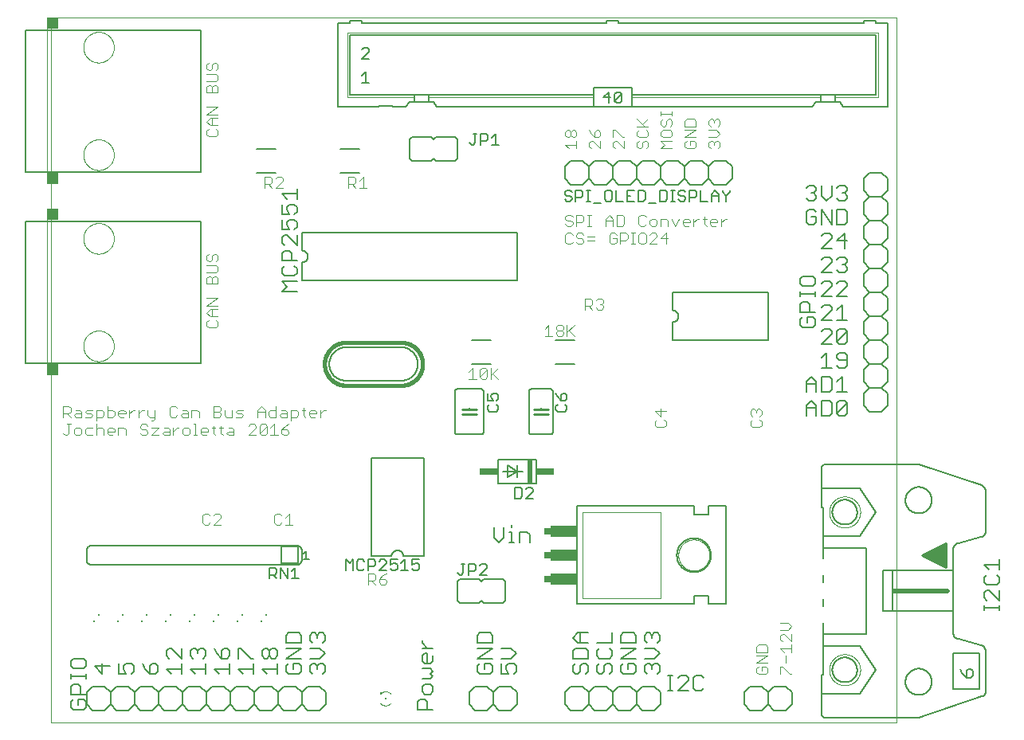
<source format=gto>
G75*
%MOIN*%
%OFA0B0*%
%FSLAX25Y25*%
%IPPOS*%
%LPD*%
%AMOC8*
5,1,8,0,0,1.08239X$1,22.5*
%
%ADD10C,0.00000*%
%ADD11C,0.00600*%
%ADD12C,0.00400*%
%ADD13C,0.00800*%
%ADD14C,0.00039*%
%ADD15R,0.04500X0.05020*%
%ADD16R,0.04500X0.04921*%
%ADD17C,0.00700*%
%ADD18C,0.00500*%
%ADD19C,0.00200*%
%ADD20R,0.02500X0.03000*%
%ADD21R,0.11000X0.05000*%
%ADD22R,0.00787X0.00787*%
%ADD23R,0.00591X0.00984*%
%ADD24C,0.01600*%
%ADD25C,0.01000*%
%ADD26C,0.02000*%
%ADD27R,0.23000X0.02000*%
%ADD28R,0.02000X0.09000*%
%ADD29R,0.02000X0.07000*%
%ADD30R,0.02000X0.05000*%
%ADD31R,0.02000X0.03000*%
%ADD32R,0.01000X0.01000*%
%ADD33C,0.00984*%
%ADD34R,0.02000X0.10000*%
%ADD35R,0.07500X0.03000*%
D10*
X0012038Y0001800D02*
X0365739Y0001800D01*
X0365739Y0296761D01*
X0365739Y0296800D02*
X0012038Y0296800D01*
X0012038Y0296761D02*
X0012038Y0001800D01*
X0025638Y0159300D02*
X0025640Y0159460D01*
X0025646Y0159619D01*
X0025656Y0159778D01*
X0025670Y0159937D01*
X0025688Y0160096D01*
X0025709Y0160254D01*
X0025735Y0160411D01*
X0025765Y0160568D01*
X0025798Y0160724D01*
X0025836Y0160879D01*
X0025877Y0161033D01*
X0025922Y0161186D01*
X0025971Y0161338D01*
X0026024Y0161489D01*
X0026080Y0161638D01*
X0026141Y0161786D01*
X0026204Y0161932D01*
X0026272Y0162077D01*
X0026343Y0162220D01*
X0026417Y0162361D01*
X0026495Y0162500D01*
X0026577Y0162637D01*
X0026662Y0162772D01*
X0026750Y0162905D01*
X0026842Y0163036D01*
X0026936Y0163164D01*
X0027034Y0163290D01*
X0027135Y0163414D01*
X0027239Y0163535D01*
X0027346Y0163653D01*
X0027456Y0163769D01*
X0027569Y0163882D01*
X0027685Y0163992D01*
X0027803Y0164099D01*
X0027924Y0164203D01*
X0028048Y0164304D01*
X0028174Y0164402D01*
X0028302Y0164496D01*
X0028433Y0164588D01*
X0028566Y0164676D01*
X0028701Y0164761D01*
X0028838Y0164843D01*
X0028977Y0164921D01*
X0029118Y0164995D01*
X0029261Y0165066D01*
X0029406Y0165134D01*
X0029552Y0165197D01*
X0029700Y0165258D01*
X0029849Y0165314D01*
X0030000Y0165367D01*
X0030152Y0165416D01*
X0030305Y0165461D01*
X0030459Y0165502D01*
X0030614Y0165540D01*
X0030770Y0165573D01*
X0030927Y0165603D01*
X0031084Y0165629D01*
X0031242Y0165650D01*
X0031401Y0165668D01*
X0031560Y0165682D01*
X0031719Y0165692D01*
X0031878Y0165698D01*
X0032038Y0165700D01*
X0032198Y0165698D01*
X0032357Y0165692D01*
X0032516Y0165682D01*
X0032675Y0165668D01*
X0032834Y0165650D01*
X0032992Y0165629D01*
X0033149Y0165603D01*
X0033306Y0165573D01*
X0033462Y0165540D01*
X0033617Y0165502D01*
X0033771Y0165461D01*
X0033924Y0165416D01*
X0034076Y0165367D01*
X0034227Y0165314D01*
X0034376Y0165258D01*
X0034524Y0165197D01*
X0034670Y0165134D01*
X0034815Y0165066D01*
X0034958Y0164995D01*
X0035099Y0164921D01*
X0035238Y0164843D01*
X0035375Y0164761D01*
X0035510Y0164676D01*
X0035643Y0164588D01*
X0035774Y0164496D01*
X0035902Y0164402D01*
X0036028Y0164304D01*
X0036152Y0164203D01*
X0036273Y0164099D01*
X0036391Y0163992D01*
X0036507Y0163882D01*
X0036620Y0163769D01*
X0036730Y0163653D01*
X0036837Y0163535D01*
X0036941Y0163414D01*
X0037042Y0163290D01*
X0037140Y0163164D01*
X0037234Y0163036D01*
X0037326Y0162905D01*
X0037414Y0162772D01*
X0037499Y0162637D01*
X0037581Y0162500D01*
X0037659Y0162361D01*
X0037733Y0162220D01*
X0037804Y0162077D01*
X0037872Y0161932D01*
X0037935Y0161786D01*
X0037996Y0161638D01*
X0038052Y0161489D01*
X0038105Y0161338D01*
X0038154Y0161186D01*
X0038199Y0161033D01*
X0038240Y0160879D01*
X0038278Y0160724D01*
X0038311Y0160568D01*
X0038341Y0160411D01*
X0038367Y0160254D01*
X0038388Y0160096D01*
X0038406Y0159937D01*
X0038420Y0159778D01*
X0038430Y0159619D01*
X0038436Y0159460D01*
X0038438Y0159300D01*
X0038436Y0159140D01*
X0038430Y0158981D01*
X0038420Y0158822D01*
X0038406Y0158663D01*
X0038388Y0158504D01*
X0038367Y0158346D01*
X0038341Y0158189D01*
X0038311Y0158032D01*
X0038278Y0157876D01*
X0038240Y0157721D01*
X0038199Y0157567D01*
X0038154Y0157414D01*
X0038105Y0157262D01*
X0038052Y0157111D01*
X0037996Y0156962D01*
X0037935Y0156814D01*
X0037872Y0156668D01*
X0037804Y0156523D01*
X0037733Y0156380D01*
X0037659Y0156239D01*
X0037581Y0156100D01*
X0037499Y0155963D01*
X0037414Y0155828D01*
X0037326Y0155695D01*
X0037234Y0155564D01*
X0037140Y0155436D01*
X0037042Y0155310D01*
X0036941Y0155186D01*
X0036837Y0155065D01*
X0036730Y0154947D01*
X0036620Y0154831D01*
X0036507Y0154718D01*
X0036391Y0154608D01*
X0036273Y0154501D01*
X0036152Y0154397D01*
X0036028Y0154296D01*
X0035902Y0154198D01*
X0035774Y0154104D01*
X0035643Y0154012D01*
X0035510Y0153924D01*
X0035375Y0153839D01*
X0035238Y0153757D01*
X0035099Y0153679D01*
X0034958Y0153605D01*
X0034815Y0153534D01*
X0034670Y0153466D01*
X0034524Y0153403D01*
X0034376Y0153342D01*
X0034227Y0153286D01*
X0034076Y0153233D01*
X0033924Y0153184D01*
X0033771Y0153139D01*
X0033617Y0153098D01*
X0033462Y0153060D01*
X0033306Y0153027D01*
X0033149Y0152997D01*
X0032992Y0152971D01*
X0032834Y0152950D01*
X0032675Y0152932D01*
X0032516Y0152918D01*
X0032357Y0152908D01*
X0032198Y0152902D01*
X0032038Y0152900D01*
X0031878Y0152902D01*
X0031719Y0152908D01*
X0031560Y0152918D01*
X0031401Y0152932D01*
X0031242Y0152950D01*
X0031084Y0152971D01*
X0030927Y0152997D01*
X0030770Y0153027D01*
X0030614Y0153060D01*
X0030459Y0153098D01*
X0030305Y0153139D01*
X0030152Y0153184D01*
X0030000Y0153233D01*
X0029849Y0153286D01*
X0029700Y0153342D01*
X0029552Y0153403D01*
X0029406Y0153466D01*
X0029261Y0153534D01*
X0029118Y0153605D01*
X0028977Y0153679D01*
X0028838Y0153757D01*
X0028701Y0153839D01*
X0028566Y0153924D01*
X0028433Y0154012D01*
X0028302Y0154104D01*
X0028174Y0154198D01*
X0028048Y0154296D01*
X0027924Y0154397D01*
X0027803Y0154501D01*
X0027685Y0154608D01*
X0027569Y0154718D01*
X0027456Y0154831D01*
X0027346Y0154947D01*
X0027239Y0155065D01*
X0027135Y0155186D01*
X0027034Y0155310D01*
X0026936Y0155436D01*
X0026842Y0155564D01*
X0026750Y0155695D01*
X0026662Y0155828D01*
X0026577Y0155963D01*
X0026495Y0156100D01*
X0026417Y0156239D01*
X0026343Y0156380D01*
X0026272Y0156523D01*
X0026204Y0156668D01*
X0026141Y0156814D01*
X0026080Y0156962D01*
X0026024Y0157111D01*
X0025971Y0157262D01*
X0025922Y0157414D01*
X0025877Y0157567D01*
X0025836Y0157721D01*
X0025798Y0157876D01*
X0025765Y0158032D01*
X0025735Y0158189D01*
X0025709Y0158346D01*
X0025688Y0158504D01*
X0025670Y0158663D01*
X0025656Y0158822D01*
X0025646Y0158981D01*
X0025640Y0159140D01*
X0025638Y0159300D01*
X0025638Y0204300D02*
X0025640Y0204460D01*
X0025646Y0204619D01*
X0025656Y0204778D01*
X0025670Y0204937D01*
X0025688Y0205096D01*
X0025709Y0205254D01*
X0025735Y0205411D01*
X0025765Y0205568D01*
X0025798Y0205724D01*
X0025836Y0205879D01*
X0025877Y0206033D01*
X0025922Y0206186D01*
X0025971Y0206338D01*
X0026024Y0206489D01*
X0026080Y0206638D01*
X0026141Y0206786D01*
X0026204Y0206932D01*
X0026272Y0207077D01*
X0026343Y0207220D01*
X0026417Y0207361D01*
X0026495Y0207500D01*
X0026577Y0207637D01*
X0026662Y0207772D01*
X0026750Y0207905D01*
X0026842Y0208036D01*
X0026936Y0208164D01*
X0027034Y0208290D01*
X0027135Y0208414D01*
X0027239Y0208535D01*
X0027346Y0208653D01*
X0027456Y0208769D01*
X0027569Y0208882D01*
X0027685Y0208992D01*
X0027803Y0209099D01*
X0027924Y0209203D01*
X0028048Y0209304D01*
X0028174Y0209402D01*
X0028302Y0209496D01*
X0028433Y0209588D01*
X0028566Y0209676D01*
X0028701Y0209761D01*
X0028838Y0209843D01*
X0028977Y0209921D01*
X0029118Y0209995D01*
X0029261Y0210066D01*
X0029406Y0210134D01*
X0029552Y0210197D01*
X0029700Y0210258D01*
X0029849Y0210314D01*
X0030000Y0210367D01*
X0030152Y0210416D01*
X0030305Y0210461D01*
X0030459Y0210502D01*
X0030614Y0210540D01*
X0030770Y0210573D01*
X0030927Y0210603D01*
X0031084Y0210629D01*
X0031242Y0210650D01*
X0031401Y0210668D01*
X0031560Y0210682D01*
X0031719Y0210692D01*
X0031878Y0210698D01*
X0032038Y0210700D01*
X0032198Y0210698D01*
X0032357Y0210692D01*
X0032516Y0210682D01*
X0032675Y0210668D01*
X0032834Y0210650D01*
X0032992Y0210629D01*
X0033149Y0210603D01*
X0033306Y0210573D01*
X0033462Y0210540D01*
X0033617Y0210502D01*
X0033771Y0210461D01*
X0033924Y0210416D01*
X0034076Y0210367D01*
X0034227Y0210314D01*
X0034376Y0210258D01*
X0034524Y0210197D01*
X0034670Y0210134D01*
X0034815Y0210066D01*
X0034958Y0209995D01*
X0035099Y0209921D01*
X0035238Y0209843D01*
X0035375Y0209761D01*
X0035510Y0209676D01*
X0035643Y0209588D01*
X0035774Y0209496D01*
X0035902Y0209402D01*
X0036028Y0209304D01*
X0036152Y0209203D01*
X0036273Y0209099D01*
X0036391Y0208992D01*
X0036507Y0208882D01*
X0036620Y0208769D01*
X0036730Y0208653D01*
X0036837Y0208535D01*
X0036941Y0208414D01*
X0037042Y0208290D01*
X0037140Y0208164D01*
X0037234Y0208036D01*
X0037326Y0207905D01*
X0037414Y0207772D01*
X0037499Y0207637D01*
X0037581Y0207500D01*
X0037659Y0207361D01*
X0037733Y0207220D01*
X0037804Y0207077D01*
X0037872Y0206932D01*
X0037935Y0206786D01*
X0037996Y0206638D01*
X0038052Y0206489D01*
X0038105Y0206338D01*
X0038154Y0206186D01*
X0038199Y0206033D01*
X0038240Y0205879D01*
X0038278Y0205724D01*
X0038311Y0205568D01*
X0038341Y0205411D01*
X0038367Y0205254D01*
X0038388Y0205096D01*
X0038406Y0204937D01*
X0038420Y0204778D01*
X0038430Y0204619D01*
X0038436Y0204460D01*
X0038438Y0204300D01*
X0038436Y0204140D01*
X0038430Y0203981D01*
X0038420Y0203822D01*
X0038406Y0203663D01*
X0038388Y0203504D01*
X0038367Y0203346D01*
X0038341Y0203189D01*
X0038311Y0203032D01*
X0038278Y0202876D01*
X0038240Y0202721D01*
X0038199Y0202567D01*
X0038154Y0202414D01*
X0038105Y0202262D01*
X0038052Y0202111D01*
X0037996Y0201962D01*
X0037935Y0201814D01*
X0037872Y0201668D01*
X0037804Y0201523D01*
X0037733Y0201380D01*
X0037659Y0201239D01*
X0037581Y0201100D01*
X0037499Y0200963D01*
X0037414Y0200828D01*
X0037326Y0200695D01*
X0037234Y0200564D01*
X0037140Y0200436D01*
X0037042Y0200310D01*
X0036941Y0200186D01*
X0036837Y0200065D01*
X0036730Y0199947D01*
X0036620Y0199831D01*
X0036507Y0199718D01*
X0036391Y0199608D01*
X0036273Y0199501D01*
X0036152Y0199397D01*
X0036028Y0199296D01*
X0035902Y0199198D01*
X0035774Y0199104D01*
X0035643Y0199012D01*
X0035510Y0198924D01*
X0035375Y0198839D01*
X0035238Y0198757D01*
X0035099Y0198679D01*
X0034958Y0198605D01*
X0034815Y0198534D01*
X0034670Y0198466D01*
X0034524Y0198403D01*
X0034376Y0198342D01*
X0034227Y0198286D01*
X0034076Y0198233D01*
X0033924Y0198184D01*
X0033771Y0198139D01*
X0033617Y0198098D01*
X0033462Y0198060D01*
X0033306Y0198027D01*
X0033149Y0197997D01*
X0032992Y0197971D01*
X0032834Y0197950D01*
X0032675Y0197932D01*
X0032516Y0197918D01*
X0032357Y0197908D01*
X0032198Y0197902D01*
X0032038Y0197900D01*
X0031878Y0197902D01*
X0031719Y0197908D01*
X0031560Y0197918D01*
X0031401Y0197932D01*
X0031242Y0197950D01*
X0031084Y0197971D01*
X0030927Y0197997D01*
X0030770Y0198027D01*
X0030614Y0198060D01*
X0030459Y0198098D01*
X0030305Y0198139D01*
X0030152Y0198184D01*
X0030000Y0198233D01*
X0029849Y0198286D01*
X0029700Y0198342D01*
X0029552Y0198403D01*
X0029406Y0198466D01*
X0029261Y0198534D01*
X0029118Y0198605D01*
X0028977Y0198679D01*
X0028838Y0198757D01*
X0028701Y0198839D01*
X0028566Y0198924D01*
X0028433Y0199012D01*
X0028302Y0199104D01*
X0028174Y0199198D01*
X0028048Y0199296D01*
X0027924Y0199397D01*
X0027803Y0199501D01*
X0027685Y0199608D01*
X0027569Y0199718D01*
X0027456Y0199831D01*
X0027346Y0199947D01*
X0027239Y0200065D01*
X0027135Y0200186D01*
X0027034Y0200310D01*
X0026936Y0200436D01*
X0026842Y0200564D01*
X0026750Y0200695D01*
X0026662Y0200828D01*
X0026577Y0200963D01*
X0026495Y0201100D01*
X0026417Y0201239D01*
X0026343Y0201380D01*
X0026272Y0201523D01*
X0026204Y0201668D01*
X0026141Y0201814D01*
X0026080Y0201962D01*
X0026024Y0202111D01*
X0025971Y0202262D01*
X0025922Y0202414D01*
X0025877Y0202567D01*
X0025836Y0202721D01*
X0025798Y0202876D01*
X0025765Y0203032D01*
X0025735Y0203189D01*
X0025709Y0203346D01*
X0025688Y0203504D01*
X0025670Y0203663D01*
X0025656Y0203822D01*
X0025646Y0203981D01*
X0025640Y0204140D01*
X0025638Y0204300D01*
X0025638Y0239300D02*
X0025640Y0239460D01*
X0025646Y0239619D01*
X0025656Y0239778D01*
X0025670Y0239937D01*
X0025688Y0240096D01*
X0025709Y0240254D01*
X0025735Y0240411D01*
X0025765Y0240568D01*
X0025798Y0240724D01*
X0025836Y0240879D01*
X0025877Y0241033D01*
X0025922Y0241186D01*
X0025971Y0241338D01*
X0026024Y0241489D01*
X0026080Y0241638D01*
X0026141Y0241786D01*
X0026204Y0241932D01*
X0026272Y0242077D01*
X0026343Y0242220D01*
X0026417Y0242361D01*
X0026495Y0242500D01*
X0026577Y0242637D01*
X0026662Y0242772D01*
X0026750Y0242905D01*
X0026842Y0243036D01*
X0026936Y0243164D01*
X0027034Y0243290D01*
X0027135Y0243414D01*
X0027239Y0243535D01*
X0027346Y0243653D01*
X0027456Y0243769D01*
X0027569Y0243882D01*
X0027685Y0243992D01*
X0027803Y0244099D01*
X0027924Y0244203D01*
X0028048Y0244304D01*
X0028174Y0244402D01*
X0028302Y0244496D01*
X0028433Y0244588D01*
X0028566Y0244676D01*
X0028701Y0244761D01*
X0028838Y0244843D01*
X0028977Y0244921D01*
X0029118Y0244995D01*
X0029261Y0245066D01*
X0029406Y0245134D01*
X0029552Y0245197D01*
X0029700Y0245258D01*
X0029849Y0245314D01*
X0030000Y0245367D01*
X0030152Y0245416D01*
X0030305Y0245461D01*
X0030459Y0245502D01*
X0030614Y0245540D01*
X0030770Y0245573D01*
X0030927Y0245603D01*
X0031084Y0245629D01*
X0031242Y0245650D01*
X0031401Y0245668D01*
X0031560Y0245682D01*
X0031719Y0245692D01*
X0031878Y0245698D01*
X0032038Y0245700D01*
X0032198Y0245698D01*
X0032357Y0245692D01*
X0032516Y0245682D01*
X0032675Y0245668D01*
X0032834Y0245650D01*
X0032992Y0245629D01*
X0033149Y0245603D01*
X0033306Y0245573D01*
X0033462Y0245540D01*
X0033617Y0245502D01*
X0033771Y0245461D01*
X0033924Y0245416D01*
X0034076Y0245367D01*
X0034227Y0245314D01*
X0034376Y0245258D01*
X0034524Y0245197D01*
X0034670Y0245134D01*
X0034815Y0245066D01*
X0034958Y0244995D01*
X0035099Y0244921D01*
X0035238Y0244843D01*
X0035375Y0244761D01*
X0035510Y0244676D01*
X0035643Y0244588D01*
X0035774Y0244496D01*
X0035902Y0244402D01*
X0036028Y0244304D01*
X0036152Y0244203D01*
X0036273Y0244099D01*
X0036391Y0243992D01*
X0036507Y0243882D01*
X0036620Y0243769D01*
X0036730Y0243653D01*
X0036837Y0243535D01*
X0036941Y0243414D01*
X0037042Y0243290D01*
X0037140Y0243164D01*
X0037234Y0243036D01*
X0037326Y0242905D01*
X0037414Y0242772D01*
X0037499Y0242637D01*
X0037581Y0242500D01*
X0037659Y0242361D01*
X0037733Y0242220D01*
X0037804Y0242077D01*
X0037872Y0241932D01*
X0037935Y0241786D01*
X0037996Y0241638D01*
X0038052Y0241489D01*
X0038105Y0241338D01*
X0038154Y0241186D01*
X0038199Y0241033D01*
X0038240Y0240879D01*
X0038278Y0240724D01*
X0038311Y0240568D01*
X0038341Y0240411D01*
X0038367Y0240254D01*
X0038388Y0240096D01*
X0038406Y0239937D01*
X0038420Y0239778D01*
X0038430Y0239619D01*
X0038436Y0239460D01*
X0038438Y0239300D01*
X0038436Y0239140D01*
X0038430Y0238981D01*
X0038420Y0238822D01*
X0038406Y0238663D01*
X0038388Y0238504D01*
X0038367Y0238346D01*
X0038341Y0238189D01*
X0038311Y0238032D01*
X0038278Y0237876D01*
X0038240Y0237721D01*
X0038199Y0237567D01*
X0038154Y0237414D01*
X0038105Y0237262D01*
X0038052Y0237111D01*
X0037996Y0236962D01*
X0037935Y0236814D01*
X0037872Y0236668D01*
X0037804Y0236523D01*
X0037733Y0236380D01*
X0037659Y0236239D01*
X0037581Y0236100D01*
X0037499Y0235963D01*
X0037414Y0235828D01*
X0037326Y0235695D01*
X0037234Y0235564D01*
X0037140Y0235436D01*
X0037042Y0235310D01*
X0036941Y0235186D01*
X0036837Y0235065D01*
X0036730Y0234947D01*
X0036620Y0234831D01*
X0036507Y0234718D01*
X0036391Y0234608D01*
X0036273Y0234501D01*
X0036152Y0234397D01*
X0036028Y0234296D01*
X0035902Y0234198D01*
X0035774Y0234104D01*
X0035643Y0234012D01*
X0035510Y0233924D01*
X0035375Y0233839D01*
X0035238Y0233757D01*
X0035099Y0233679D01*
X0034958Y0233605D01*
X0034815Y0233534D01*
X0034670Y0233466D01*
X0034524Y0233403D01*
X0034376Y0233342D01*
X0034227Y0233286D01*
X0034076Y0233233D01*
X0033924Y0233184D01*
X0033771Y0233139D01*
X0033617Y0233098D01*
X0033462Y0233060D01*
X0033306Y0233027D01*
X0033149Y0232997D01*
X0032992Y0232971D01*
X0032834Y0232950D01*
X0032675Y0232932D01*
X0032516Y0232918D01*
X0032357Y0232908D01*
X0032198Y0232902D01*
X0032038Y0232900D01*
X0031878Y0232902D01*
X0031719Y0232908D01*
X0031560Y0232918D01*
X0031401Y0232932D01*
X0031242Y0232950D01*
X0031084Y0232971D01*
X0030927Y0232997D01*
X0030770Y0233027D01*
X0030614Y0233060D01*
X0030459Y0233098D01*
X0030305Y0233139D01*
X0030152Y0233184D01*
X0030000Y0233233D01*
X0029849Y0233286D01*
X0029700Y0233342D01*
X0029552Y0233403D01*
X0029406Y0233466D01*
X0029261Y0233534D01*
X0029118Y0233605D01*
X0028977Y0233679D01*
X0028838Y0233757D01*
X0028701Y0233839D01*
X0028566Y0233924D01*
X0028433Y0234012D01*
X0028302Y0234104D01*
X0028174Y0234198D01*
X0028048Y0234296D01*
X0027924Y0234397D01*
X0027803Y0234501D01*
X0027685Y0234608D01*
X0027569Y0234718D01*
X0027456Y0234831D01*
X0027346Y0234947D01*
X0027239Y0235065D01*
X0027135Y0235186D01*
X0027034Y0235310D01*
X0026936Y0235436D01*
X0026842Y0235564D01*
X0026750Y0235695D01*
X0026662Y0235828D01*
X0026577Y0235963D01*
X0026495Y0236100D01*
X0026417Y0236239D01*
X0026343Y0236380D01*
X0026272Y0236523D01*
X0026204Y0236668D01*
X0026141Y0236814D01*
X0026080Y0236962D01*
X0026024Y0237111D01*
X0025971Y0237262D01*
X0025922Y0237414D01*
X0025877Y0237567D01*
X0025836Y0237721D01*
X0025798Y0237876D01*
X0025765Y0238032D01*
X0025735Y0238189D01*
X0025709Y0238346D01*
X0025688Y0238504D01*
X0025670Y0238663D01*
X0025656Y0238822D01*
X0025646Y0238981D01*
X0025640Y0239140D01*
X0025638Y0239300D01*
X0025638Y0284300D02*
X0025640Y0284460D01*
X0025646Y0284619D01*
X0025656Y0284778D01*
X0025670Y0284937D01*
X0025688Y0285096D01*
X0025709Y0285254D01*
X0025735Y0285411D01*
X0025765Y0285568D01*
X0025798Y0285724D01*
X0025836Y0285879D01*
X0025877Y0286033D01*
X0025922Y0286186D01*
X0025971Y0286338D01*
X0026024Y0286489D01*
X0026080Y0286638D01*
X0026141Y0286786D01*
X0026204Y0286932D01*
X0026272Y0287077D01*
X0026343Y0287220D01*
X0026417Y0287361D01*
X0026495Y0287500D01*
X0026577Y0287637D01*
X0026662Y0287772D01*
X0026750Y0287905D01*
X0026842Y0288036D01*
X0026936Y0288164D01*
X0027034Y0288290D01*
X0027135Y0288414D01*
X0027239Y0288535D01*
X0027346Y0288653D01*
X0027456Y0288769D01*
X0027569Y0288882D01*
X0027685Y0288992D01*
X0027803Y0289099D01*
X0027924Y0289203D01*
X0028048Y0289304D01*
X0028174Y0289402D01*
X0028302Y0289496D01*
X0028433Y0289588D01*
X0028566Y0289676D01*
X0028701Y0289761D01*
X0028838Y0289843D01*
X0028977Y0289921D01*
X0029118Y0289995D01*
X0029261Y0290066D01*
X0029406Y0290134D01*
X0029552Y0290197D01*
X0029700Y0290258D01*
X0029849Y0290314D01*
X0030000Y0290367D01*
X0030152Y0290416D01*
X0030305Y0290461D01*
X0030459Y0290502D01*
X0030614Y0290540D01*
X0030770Y0290573D01*
X0030927Y0290603D01*
X0031084Y0290629D01*
X0031242Y0290650D01*
X0031401Y0290668D01*
X0031560Y0290682D01*
X0031719Y0290692D01*
X0031878Y0290698D01*
X0032038Y0290700D01*
X0032198Y0290698D01*
X0032357Y0290692D01*
X0032516Y0290682D01*
X0032675Y0290668D01*
X0032834Y0290650D01*
X0032992Y0290629D01*
X0033149Y0290603D01*
X0033306Y0290573D01*
X0033462Y0290540D01*
X0033617Y0290502D01*
X0033771Y0290461D01*
X0033924Y0290416D01*
X0034076Y0290367D01*
X0034227Y0290314D01*
X0034376Y0290258D01*
X0034524Y0290197D01*
X0034670Y0290134D01*
X0034815Y0290066D01*
X0034958Y0289995D01*
X0035099Y0289921D01*
X0035238Y0289843D01*
X0035375Y0289761D01*
X0035510Y0289676D01*
X0035643Y0289588D01*
X0035774Y0289496D01*
X0035902Y0289402D01*
X0036028Y0289304D01*
X0036152Y0289203D01*
X0036273Y0289099D01*
X0036391Y0288992D01*
X0036507Y0288882D01*
X0036620Y0288769D01*
X0036730Y0288653D01*
X0036837Y0288535D01*
X0036941Y0288414D01*
X0037042Y0288290D01*
X0037140Y0288164D01*
X0037234Y0288036D01*
X0037326Y0287905D01*
X0037414Y0287772D01*
X0037499Y0287637D01*
X0037581Y0287500D01*
X0037659Y0287361D01*
X0037733Y0287220D01*
X0037804Y0287077D01*
X0037872Y0286932D01*
X0037935Y0286786D01*
X0037996Y0286638D01*
X0038052Y0286489D01*
X0038105Y0286338D01*
X0038154Y0286186D01*
X0038199Y0286033D01*
X0038240Y0285879D01*
X0038278Y0285724D01*
X0038311Y0285568D01*
X0038341Y0285411D01*
X0038367Y0285254D01*
X0038388Y0285096D01*
X0038406Y0284937D01*
X0038420Y0284778D01*
X0038430Y0284619D01*
X0038436Y0284460D01*
X0038438Y0284300D01*
X0038436Y0284140D01*
X0038430Y0283981D01*
X0038420Y0283822D01*
X0038406Y0283663D01*
X0038388Y0283504D01*
X0038367Y0283346D01*
X0038341Y0283189D01*
X0038311Y0283032D01*
X0038278Y0282876D01*
X0038240Y0282721D01*
X0038199Y0282567D01*
X0038154Y0282414D01*
X0038105Y0282262D01*
X0038052Y0282111D01*
X0037996Y0281962D01*
X0037935Y0281814D01*
X0037872Y0281668D01*
X0037804Y0281523D01*
X0037733Y0281380D01*
X0037659Y0281239D01*
X0037581Y0281100D01*
X0037499Y0280963D01*
X0037414Y0280828D01*
X0037326Y0280695D01*
X0037234Y0280564D01*
X0037140Y0280436D01*
X0037042Y0280310D01*
X0036941Y0280186D01*
X0036837Y0280065D01*
X0036730Y0279947D01*
X0036620Y0279831D01*
X0036507Y0279718D01*
X0036391Y0279608D01*
X0036273Y0279501D01*
X0036152Y0279397D01*
X0036028Y0279296D01*
X0035902Y0279198D01*
X0035774Y0279104D01*
X0035643Y0279012D01*
X0035510Y0278924D01*
X0035375Y0278839D01*
X0035238Y0278757D01*
X0035099Y0278679D01*
X0034958Y0278605D01*
X0034815Y0278534D01*
X0034670Y0278466D01*
X0034524Y0278403D01*
X0034376Y0278342D01*
X0034227Y0278286D01*
X0034076Y0278233D01*
X0033924Y0278184D01*
X0033771Y0278139D01*
X0033617Y0278098D01*
X0033462Y0278060D01*
X0033306Y0278027D01*
X0033149Y0277997D01*
X0032992Y0277971D01*
X0032834Y0277950D01*
X0032675Y0277932D01*
X0032516Y0277918D01*
X0032357Y0277908D01*
X0032198Y0277902D01*
X0032038Y0277900D01*
X0031878Y0277902D01*
X0031719Y0277908D01*
X0031560Y0277918D01*
X0031401Y0277932D01*
X0031242Y0277950D01*
X0031084Y0277971D01*
X0030927Y0277997D01*
X0030770Y0278027D01*
X0030614Y0278060D01*
X0030459Y0278098D01*
X0030305Y0278139D01*
X0030152Y0278184D01*
X0030000Y0278233D01*
X0029849Y0278286D01*
X0029700Y0278342D01*
X0029552Y0278403D01*
X0029406Y0278466D01*
X0029261Y0278534D01*
X0029118Y0278605D01*
X0028977Y0278679D01*
X0028838Y0278757D01*
X0028701Y0278839D01*
X0028566Y0278924D01*
X0028433Y0279012D01*
X0028302Y0279104D01*
X0028174Y0279198D01*
X0028048Y0279296D01*
X0027924Y0279397D01*
X0027803Y0279501D01*
X0027685Y0279608D01*
X0027569Y0279718D01*
X0027456Y0279831D01*
X0027346Y0279947D01*
X0027239Y0280065D01*
X0027135Y0280186D01*
X0027034Y0280310D01*
X0026936Y0280436D01*
X0026842Y0280564D01*
X0026750Y0280695D01*
X0026662Y0280828D01*
X0026577Y0280963D01*
X0026495Y0281100D01*
X0026417Y0281239D01*
X0026343Y0281380D01*
X0026272Y0281523D01*
X0026204Y0281668D01*
X0026141Y0281814D01*
X0026080Y0281962D01*
X0026024Y0282111D01*
X0025971Y0282262D01*
X0025922Y0282414D01*
X0025877Y0282567D01*
X0025836Y0282721D01*
X0025798Y0282876D01*
X0025765Y0283032D01*
X0025735Y0283189D01*
X0025709Y0283346D01*
X0025688Y0283504D01*
X0025670Y0283663D01*
X0025656Y0283822D01*
X0025646Y0283981D01*
X0025640Y0284140D01*
X0025638Y0284300D01*
X0274538Y0071800D02*
X0274540Y0071961D01*
X0274546Y0072121D01*
X0274556Y0072282D01*
X0274570Y0072442D01*
X0274588Y0072602D01*
X0274609Y0072761D01*
X0274635Y0072920D01*
X0274665Y0073078D01*
X0274698Y0073235D01*
X0274736Y0073392D01*
X0274777Y0073547D01*
X0274822Y0073701D01*
X0274871Y0073854D01*
X0274924Y0074006D01*
X0274980Y0074157D01*
X0275041Y0074306D01*
X0275104Y0074454D01*
X0275172Y0074600D01*
X0275243Y0074744D01*
X0275317Y0074886D01*
X0275395Y0075027D01*
X0275477Y0075165D01*
X0275562Y0075302D01*
X0275650Y0075436D01*
X0275742Y0075568D01*
X0275837Y0075698D01*
X0275935Y0075826D01*
X0276036Y0075951D01*
X0276140Y0076073D01*
X0276247Y0076193D01*
X0276357Y0076310D01*
X0276470Y0076425D01*
X0276586Y0076536D01*
X0276705Y0076645D01*
X0276826Y0076750D01*
X0276950Y0076853D01*
X0277076Y0076953D01*
X0277204Y0077049D01*
X0277335Y0077142D01*
X0277469Y0077232D01*
X0277604Y0077319D01*
X0277742Y0077402D01*
X0277881Y0077482D01*
X0278023Y0077558D01*
X0278166Y0077631D01*
X0278311Y0077700D01*
X0278458Y0077766D01*
X0278606Y0077828D01*
X0278756Y0077886D01*
X0278907Y0077941D01*
X0279060Y0077992D01*
X0279214Y0078039D01*
X0279369Y0078082D01*
X0279525Y0078121D01*
X0279681Y0078157D01*
X0279839Y0078188D01*
X0279997Y0078216D01*
X0280156Y0078240D01*
X0280316Y0078260D01*
X0280476Y0078276D01*
X0280636Y0078288D01*
X0280797Y0078296D01*
X0280958Y0078300D01*
X0281118Y0078300D01*
X0281279Y0078296D01*
X0281440Y0078288D01*
X0281600Y0078276D01*
X0281760Y0078260D01*
X0281920Y0078240D01*
X0282079Y0078216D01*
X0282237Y0078188D01*
X0282395Y0078157D01*
X0282551Y0078121D01*
X0282707Y0078082D01*
X0282862Y0078039D01*
X0283016Y0077992D01*
X0283169Y0077941D01*
X0283320Y0077886D01*
X0283470Y0077828D01*
X0283618Y0077766D01*
X0283765Y0077700D01*
X0283910Y0077631D01*
X0284053Y0077558D01*
X0284195Y0077482D01*
X0284334Y0077402D01*
X0284472Y0077319D01*
X0284607Y0077232D01*
X0284741Y0077142D01*
X0284872Y0077049D01*
X0285000Y0076953D01*
X0285126Y0076853D01*
X0285250Y0076750D01*
X0285371Y0076645D01*
X0285490Y0076536D01*
X0285606Y0076425D01*
X0285719Y0076310D01*
X0285829Y0076193D01*
X0285936Y0076073D01*
X0286040Y0075951D01*
X0286141Y0075826D01*
X0286239Y0075698D01*
X0286334Y0075568D01*
X0286426Y0075436D01*
X0286514Y0075302D01*
X0286599Y0075165D01*
X0286681Y0075027D01*
X0286759Y0074886D01*
X0286833Y0074744D01*
X0286904Y0074600D01*
X0286972Y0074454D01*
X0287035Y0074306D01*
X0287096Y0074157D01*
X0287152Y0074006D01*
X0287205Y0073854D01*
X0287254Y0073701D01*
X0287299Y0073547D01*
X0287340Y0073392D01*
X0287378Y0073235D01*
X0287411Y0073078D01*
X0287441Y0072920D01*
X0287467Y0072761D01*
X0287488Y0072602D01*
X0287506Y0072442D01*
X0287520Y0072282D01*
X0287530Y0072121D01*
X0287536Y0071961D01*
X0287538Y0071800D01*
X0287536Y0071639D01*
X0287530Y0071479D01*
X0287520Y0071318D01*
X0287506Y0071158D01*
X0287488Y0070998D01*
X0287467Y0070839D01*
X0287441Y0070680D01*
X0287411Y0070522D01*
X0287378Y0070365D01*
X0287340Y0070208D01*
X0287299Y0070053D01*
X0287254Y0069899D01*
X0287205Y0069746D01*
X0287152Y0069594D01*
X0287096Y0069443D01*
X0287035Y0069294D01*
X0286972Y0069146D01*
X0286904Y0069000D01*
X0286833Y0068856D01*
X0286759Y0068714D01*
X0286681Y0068573D01*
X0286599Y0068435D01*
X0286514Y0068298D01*
X0286426Y0068164D01*
X0286334Y0068032D01*
X0286239Y0067902D01*
X0286141Y0067774D01*
X0286040Y0067649D01*
X0285936Y0067527D01*
X0285829Y0067407D01*
X0285719Y0067290D01*
X0285606Y0067175D01*
X0285490Y0067064D01*
X0285371Y0066955D01*
X0285250Y0066850D01*
X0285126Y0066747D01*
X0285000Y0066647D01*
X0284872Y0066551D01*
X0284741Y0066458D01*
X0284607Y0066368D01*
X0284472Y0066281D01*
X0284334Y0066198D01*
X0284195Y0066118D01*
X0284053Y0066042D01*
X0283910Y0065969D01*
X0283765Y0065900D01*
X0283618Y0065834D01*
X0283470Y0065772D01*
X0283320Y0065714D01*
X0283169Y0065659D01*
X0283016Y0065608D01*
X0282862Y0065561D01*
X0282707Y0065518D01*
X0282551Y0065479D01*
X0282395Y0065443D01*
X0282237Y0065412D01*
X0282079Y0065384D01*
X0281920Y0065360D01*
X0281760Y0065340D01*
X0281600Y0065324D01*
X0281440Y0065312D01*
X0281279Y0065304D01*
X0281118Y0065300D01*
X0280958Y0065300D01*
X0280797Y0065304D01*
X0280636Y0065312D01*
X0280476Y0065324D01*
X0280316Y0065340D01*
X0280156Y0065360D01*
X0279997Y0065384D01*
X0279839Y0065412D01*
X0279681Y0065443D01*
X0279525Y0065479D01*
X0279369Y0065518D01*
X0279214Y0065561D01*
X0279060Y0065608D01*
X0278907Y0065659D01*
X0278756Y0065714D01*
X0278606Y0065772D01*
X0278458Y0065834D01*
X0278311Y0065900D01*
X0278166Y0065969D01*
X0278023Y0066042D01*
X0277881Y0066118D01*
X0277742Y0066198D01*
X0277604Y0066281D01*
X0277469Y0066368D01*
X0277335Y0066458D01*
X0277204Y0066551D01*
X0277076Y0066647D01*
X0276950Y0066747D01*
X0276826Y0066850D01*
X0276705Y0066955D01*
X0276586Y0067064D01*
X0276470Y0067175D01*
X0276357Y0067290D01*
X0276247Y0067407D01*
X0276140Y0067527D01*
X0276036Y0067649D01*
X0275935Y0067774D01*
X0275837Y0067902D01*
X0275742Y0068032D01*
X0275650Y0068164D01*
X0275562Y0068298D01*
X0275477Y0068435D01*
X0275395Y0068573D01*
X0275317Y0068714D01*
X0275243Y0068856D01*
X0275172Y0069000D01*
X0275104Y0069146D01*
X0275041Y0069294D01*
X0274980Y0069443D01*
X0274924Y0069594D01*
X0274871Y0069746D01*
X0274822Y0069899D01*
X0274777Y0070053D01*
X0274736Y0070208D01*
X0274698Y0070365D01*
X0274665Y0070522D01*
X0274635Y0070680D01*
X0274609Y0070839D01*
X0274588Y0070998D01*
X0274570Y0071158D01*
X0274556Y0071318D01*
X0274546Y0071479D01*
X0274540Y0071639D01*
X0274538Y0071800D01*
X0337638Y0089800D02*
X0337640Y0089961D01*
X0337646Y0090121D01*
X0337656Y0090282D01*
X0337670Y0090442D01*
X0337688Y0090602D01*
X0337709Y0090761D01*
X0337735Y0090920D01*
X0337765Y0091078D01*
X0337798Y0091235D01*
X0337836Y0091392D01*
X0337877Y0091547D01*
X0337922Y0091701D01*
X0337971Y0091854D01*
X0338024Y0092006D01*
X0338080Y0092157D01*
X0338141Y0092306D01*
X0338204Y0092454D01*
X0338272Y0092600D01*
X0338343Y0092744D01*
X0338417Y0092886D01*
X0338495Y0093027D01*
X0338577Y0093165D01*
X0338662Y0093302D01*
X0338750Y0093436D01*
X0338842Y0093568D01*
X0338937Y0093698D01*
X0339035Y0093826D01*
X0339136Y0093951D01*
X0339240Y0094073D01*
X0339347Y0094193D01*
X0339457Y0094310D01*
X0339570Y0094425D01*
X0339686Y0094536D01*
X0339805Y0094645D01*
X0339926Y0094750D01*
X0340050Y0094853D01*
X0340176Y0094953D01*
X0340304Y0095049D01*
X0340435Y0095142D01*
X0340569Y0095232D01*
X0340704Y0095319D01*
X0340842Y0095402D01*
X0340981Y0095482D01*
X0341123Y0095558D01*
X0341266Y0095631D01*
X0341411Y0095700D01*
X0341558Y0095766D01*
X0341706Y0095828D01*
X0341856Y0095886D01*
X0342007Y0095941D01*
X0342160Y0095992D01*
X0342314Y0096039D01*
X0342469Y0096082D01*
X0342625Y0096121D01*
X0342781Y0096157D01*
X0342939Y0096188D01*
X0343097Y0096216D01*
X0343256Y0096240D01*
X0343416Y0096260D01*
X0343576Y0096276D01*
X0343736Y0096288D01*
X0343897Y0096296D01*
X0344058Y0096300D01*
X0344218Y0096300D01*
X0344379Y0096296D01*
X0344540Y0096288D01*
X0344700Y0096276D01*
X0344860Y0096260D01*
X0345020Y0096240D01*
X0345179Y0096216D01*
X0345337Y0096188D01*
X0345495Y0096157D01*
X0345651Y0096121D01*
X0345807Y0096082D01*
X0345962Y0096039D01*
X0346116Y0095992D01*
X0346269Y0095941D01*
X0346420Y0095886D01*
X0346570Y0095828D01*
X0346718Y0095766D01*
X0346865Y0095700D01*
X0347010Y0095631D01*
X0347153Y0095558D01*
X0347295Y0095482D01*
X0347434Y0095402D01*
X0347572Y0095319D01*
X0347707Y0095232D01*
X0347841Y0095142D01*
X0347972Y0095049D01*
X0348100Y0094953D01*
X0348226Y0094853D01*
X0348350Y0094750D01*
X0348471Y0094645D01*
X0348590Y0094536D01*
X0348706Y0094425D01*
X0348819Y0094310D01*
X0348929Y0094193D01*
X0349036Y0094073D01*
X0349140Y0093951D01*
X0349241Y0093826D01*
X0349339Y0093698D01*
X0349434Y0093568D01*
X0349526Y0093436D01*
X0349614Y0093302D01*
X0349699Y0093165D01*
X0349781Y0093027D01*
X0349859Y0092886D01*
X0349933Y0092744D01*
X0350004Y0092600D01*
X0350072Y0092454D01*
X0350135Y0092306D01*
X0350196Y0092157D01*
X0350252Y0092006D01*
X0350305Y0091854D01*
X0350354Y0091701D01*
X0350399Y0091547D01*
X0350440Y0091392D01*
X0350478Y0091235D01*
X0350511Y0091078D01*
X0350541Y0090920D01*
X0350567Y0090761D01*
X0350588Y0090602D01*
X0350606Y0090442D01*
X0350620Y0090282D01*
X0350630Y0090121D01*
X0350636Y0089961D01*
X0350638Y0089800D01*
X0350636Y0089639D01*
X0350630Y0089479D01*
X0350620Y0089318D01*
X0350606Y0089158D01*
X0350588Y0088998D01*
X0350567Y0088839D01*
X0350541Y0088680D01*
X0350511Y0088522D01*
X0350478Y0088365D01*
X0350440Y0088208D01*
X0350399Y0088053D01*
X0350354Y0087899D01*
X0350305Y0087746D01*
X0350252Y0087594D01*
X0350196Y0087443D01*
X0350135Y0087294D01*
X0350072Y0087146D01*
X0350004Y0087000D01*
X0349933Y0086856D01*
X0349859Y0086714D01*
X0349781Y0086573D01*
X0349699Y0086435D01*
X0349614Y0086298D01*
X0349526Y0086164D01*
X0349434Y0086032D01*
X0349339Y0085902D01*
X0349241Y0085774D01*
X0349140Y0085649D01*
X0349036Y0085527D01*
X0348929Y0085407D01*
X0348819Y0085290D01*
X0348706Y0085175D01*
X0348590Y0085064D01*
X0348471Y0084955D01*
X0348350Y0084850D01*
X0348226Y0084747D01*
X0348100Y0084647D01*
X0347972Y0084551D01*
X0347841Y0084458D01*
X0347707Y0084368D01*
X0347572Y0084281D01*
X0347434Y0084198D01*
X0347295Y0084118D01*
X0347153Y0084042D01*
X0347010Y0083969D01*
X0346865Y0083900D01*
X0346718Y0083834D01*
X0346570Y0083772D01*
X0346420Y0083714D01*
X0346269Y0083659D01*
X0346116Y0083608D01*
X0345962Y0083561D01*
X0345807Y0083518D01*
X0345651Y0083479D01*
X0345495Y0083443D01*
X0345337Y0083412D01*
X0345179Y0083384D01*
X0345020Y0083360D01*
X0344860Y0083340D01*
X0344700Y0083324D01*
X0344540Y0083312D01*
X0344379Y0083304D01*
X0344218Y0083300D01*
X0344058Y0083300D01*
X0343897Y0083304D01*
X0343736Y0083312D01*
X0343576Y0083324D01*
X0343416Y0083340D01*
X0343256Y0083360D01*
X0343097Y0083384D01*
X0342939Y0083412D01*
X0342781Y0083443D01*
X0342625Y0083479D01*
X0342469Y0083518D01*
X0342314Y0083561D01*
X0342160Y0083608D01*
X0342007Y0083659D01*
X0341856Y0083714D01*
X0341706Y0083772D01*
X0341558Y0083834D01*
X0341411Y0083900D01*
X0341266Y0083969D01*
X0341123Y0084042D01*
X0340981Y0084118D01*
X0340842Y0084198D01*
X0340704Y0084281D01*
X0340569Y0084368D01*
X0340435Y0084458D01*
X0340304Y0084551D01*
X0340176Y0084647D01*
X0340050Y0084747D01*
X0339926Y0084850D01*
X0339805Y0084955D01*
X0339686Y0085064D01*
X0339570Y0085175D01*
X0339457Y0085290D01*
X0339347Y0085407D01*
X0339240Y0085527D01*
X0339136Y0085649D01*
X0339035Y0085774D01*
X0338937Y0085902D01*
X0338842Y0086032D01*
X0338750Y0086164D01*
X0338662Y0086298D01*
X0338577Y0086435D01*
X0338495Y0086573D01*
X0338417Y0086714D01*
X0338343Y0086856D01*
X0338272Y0087000D01*
X0338204Y0087146D01*
X0338141Y0087294D01*
X0338080Y0087443D01*
X0338024Y0087594D01*
X0337971Y0087746D01*
X0337922Y0087899D01*
X0337877Y0088053D01*
X0337836Y0088208D01*
X0337798Y0088365D01*
X0337765Y0088522D01*
X0337735Y0088680D01*
X0337709Y0088839D01*
X0337688Y0088998D01*
X0337670Y0089158D01*
X0337656Y0089318D01*
X0337646Y0089479D01*
X0337640Y0089639D01*
X0337638Y0089800D01*
X0337638Y0023800D02*
X0337640Y0023961D01*
X0337646Y0024121D01*
X0337656Y0024282D01*
X0337670Y0024442D01*
X0337688Y0024602D01*
X0337709Y0024761D01*
X0337735Y0024920D01*
X0337765Y0025078D01*
X0337798Y0025235D01*
X0337836Y0025392D01*
X0337877Y0025547D01*
X0337922Y0025701D01*
X0337971Y0025854D01*
X0338024Y0026006D01*
X0338080Y0026157D01*
X0338141Y0026306D01*
X0338204Y0026454D01*
X0338272Y0026600D01*
X0338343Y0026744D01*
X0338417Y0026886D01*
X0338495Y0027027D01*
X0338577Y0027165D01*
X0338662Y0027302D01*
X0338750Y0027436D01*
X0338842Y0027568D01*
X0338937Y0027698D01*
X0339035Y0027826D01*
X0339136Y0027951D01*
X0339240Y0028073D01*
X0339347Y0028193D01*
X0339457Y0028310D01*
X0339570Y0028425D01*
X0339686Y0028536D01*
X0339805Y0028645D01*
X0339926Y0028750D01*
X0340050Y0028853D01*
X0340176Y0028953D01*
X0340304Y0029049D01*
X0340435Y0029142D01*
X0340569Y0029232D01*
X0340704Y0029319D01*
X0340842Y0029402D01*
X0340981Y0029482D01*
X0341123Y0029558D01*
X0341266Y0029631D01*
X0341411Y0029700D01*
X0341558Y0029766D01*
X0341706Y0029828D01*
X0341856Y0029886D01*
X0342007Y0029941D01*
X0342160Y0029992D01*
X0342314Y0030039D01*
X0342469Y0030082D01*
X0342625Y0030121D01*
X0342781Y0030157D01*
X0342939Y0030188D01*
X0343097Y0030216D01*
X0343256Y0030240D01*
X0343416Y0030260D01*
X0343576Y0030276D01*
X0343736Y0030288D01*
X0343897Y0030296D01*
X0344058Y0030300D01*
X0344218Y0030300D01*
X0344379Y0030296D01*
X0344540Y0030288D01*
X0344700Y0030276D01*
X0344860Y0030260D01*
X0345020Y0030240D01*
X0345179Y0030216D01*
X0345337Y0030188D01*
X0345495Y0030157D01*
X0345651Y0030121D01*
X0345807Y0030082D01*
X0345962Y0030039D01*
X0346116Y0029992D01*
X0346269Y0029941D01*
X0346420Y0029886D01*
X0346570Y0029828D01*
X0346718Y0029766D01*
X0346865Y0029700D01*
X0347010Y0029631D01*
X0347153Y0029558D01*
X0347295Y0029482D01*
X0347434Y0029402D01*
X0347572Y0029319D01*
X0347707Y0029232D01*
X0347841Y0029142D01*
X0347972Y0029049D01*
X0348100Y0028953D01*
X0348226Y0028853D01*
X0348350Y0028750D01*
X0348471Y0028645D01*
X0348590Y0028536D01*
X0348706Y0028425D01*
X0348819Y0028310D01*
X0348929Y0028193D01*
X0349036Y0028073D01*
X0349140Y0027951D01*
X0349241Y0027826D01*
X0349339Y0027698D01*
X0349434Y0027568D01*
X0349526Y0027436D01*
X0349614Y0027302D01*
X0349699Y0027165D01*
X0349781Y0027027D01*
X0349859Y0026886D01*
X0349933Y0026744D01*
X0350004Y0026600D01*
X0350072Y0026454D01*
X0350135Y0026306D01*
X0350196Y0026157D01*
X0350252Y0026006D01*
X0350305Y0025854D01*
X0350354Y0025701D01*
X0350399Y0025547D01*
X0350440Y0025392D01*
X0350478Y0025235D01*
X0350511Y0025078D01*
X0350541Y0024920D01*
X0350567Y0024761D01*
X0350588Y0024602D01*
X0350606Y0024442D01*
X0350620Y0024282D01*
X0350630Y0024121D01*
X0350636Y0023961D01*
X0350638Y0023800D01*
X0350636Y0023639D01*
X0350630Y0023479D01*
X0350620Y0023318D01*
X0350606Y0023158D01*
X0350588Y0022998D01*
X0350567Y0022839D01*
X0350541Y0022680D01*
X0350511Y0022522D01*
X0350478Y0022365D01*
X0350440Y0022208D01*
X0350399Y0022053D01*
X0350354Y0021899D01*
X0350305Y0021746D01*
X0350252Y0021594D01*
X0350196Y0021443D01*
X0350135Y0021294D01*
X0350072Y0021146D01*
X0350004Y0021000D01*
X0349933Y0020856D01*
X0349859Y0020714D01*
X0349781Y0020573D01*
X0349699Y0020435D01*
X0349614Y0020298D01*
X0349526Y0020164D01*
X0349434Y0020032D01*
X0349339Y0019902D01*
X0349241Y0019774D01*
X0349140Y0019649D01*
X0349036Y0019527D01*
X0348929Y0019407D01*
X0348819Y0019290D01*
X0348706Y0019175D01*
X0348590Y0019064D01*
X0348471Y0018955D01*
X0348350Y0018850D01*
X0348226Y0018747D01*
X0348100Y0018647D01*
X0347972Y0018551D01*
X0347841Y0018458D01*
X0347707Y0018368D01*
X0347572Y0018281D01*
X0347434Y0018198D01*
X0347295Y0018118D01*
X0347153Y0018042D01*
X0347010Y0017969D01*
X0346865Y0017900D01*
X0346718Y0017834D01*
X0346570Y0017772D01*
X0346420Y0017714D01*
X0346269Y0017659D01*
X0346116Y0017608D01*
X0345962Y0017561D01*
X0345807Y0017518D01*
X0345651Y0017479D01*
X0345495Y0017443D01*
X0345337Y0017412D01*
X0345179Y0017384D01*
X0345020Y0017360D01*
X0344860Y0017340D01*
X0344700Y0017324D01*
X0344540Y0017312D01*
X0344379Y0017304D01*
X0344218Y0017300D01*
X0344058Y0017300D01*
X0343897Y0017304D01*
X0343736Y0017312D01*
X0343576Y0017324D01*
X0343416Y0017340D01*
X0343256Y0017360D01*
X0343097Y0017384D01*
X0342939Y0017412D01*
X0342781Y0017443D01*
X0342625Y0017479D01*
X0342469Y0017518D01*
X0342314Y0017561D01*
X0342160Y0017608D01*
X0342007Y0017659D01*
X0341856Y0017714D01*
X0341706Y0017772D01*
X0341558Y0017834D01*
X0341411Y0017900D01*
X0341266Y0017969D01*
X0341123Y0018042D01*
X0340981Y0018118D01*
X0340842Y0018198D01*
X0340704Y0018281D01*
X0340569Y0018368D01*
X0340435Y0018458D01*
X0340304Y0018551D01*
X0340176Y0018647D01*
X0340050Y0018747D01*
X0339926Y0018850D01*
X0339805Y0018955D01*
X0339686Y0019064D01*
X0339570Y0019175D01*
X0339457Y0019290D01*
X0339347Y0019407D01*
X0339240Y0019527D01*
X0339136Y0019649D01*
X0339035Y0019774D01*
X0338937Y0019902D01*
X0338842Y0020032D01*
X0338750Y0020164D01*
X0338662Y0020298D01*
X0338577Y0020435D01*
X0338495Y0020573D01*
X0338417Y0020714D01*
X0338343Y0020856D01*
X0338272Y0021000D01*
X0338204Y0021146D01*
X0338141Y0021294D01*
X0338080Y0021443D01*
X0338024Y0021594D01*
X0337971Y0021746D01*
X0337922Y0021899D01*
X0337877Y0022053D01*
X0337836Y0022208D01*
X0337798Y0022365D01*
X0337765Y0022522D01*
X0337735Y0022680D01*
X0337709Y0022839D01*
X0337688Y0022998D01*
X0337670Y0023158D01*
X0337656Y0023318D01*
X0337646Y0023479D01*
X0337640Y0023639D01*
X0337638Y0023800D01*
D11*
X0335038Y0021800D02*
X0335038Y0033800D01*
X0335038Y0038800D01*
X0335038Y0043300D01*
X0335038Y0038800D02*
X0353038Y0038800D01*
X0353038Y0074800D01*
X0335038Y0074800D01*
X0335038Y0079800D01*
X0350538Y0079800D01*
X0357038Y0089800D01*
X0350538Y0099800D01*
X0334538Y0099800D01*
X0334538Y0091800D01*
X0335038Y0091800D01*
X0335038Y0079800D01*
X0335038Y0074800D02*
X0335038Y0070300D01*
X0335038Y0063300D02*
X0335038Y0060300D01*
X0335038Y0053300D02*
X0335038Y0050300D01*
X0335038Y0033800D02*
X0350538Y0033800D01*
X0357038Y0023800D01*
X0350538Y0013800D01*
X0334538Y0013800D01*
X0334538Y0021800D01*
X0335038Y0021800D01*
X0338938Y0023800D02*
X0338940Y0023944D01*
X0338946Y0024088D01*
X0338956Y0024231D01*
X0338970Y0024375D01*
X0338988Y0024517D01*
X0339010Y0024660D01*
X0339035Y0024801D01*
X0339065Y0024942D01*
X0339099Y0025082D01*
X0339136Y0025221D01*
X0339177Y0025359D01*
X0339222Y0025496D01*
X0339271Y0025631D01*
X0339324Y0025765D01*
X0339380Y0025897D01*
X0339440Y0026028D01*
X0339503Y0026158D01*
X0339570Y0026285D01*
X0339641Y0026410D01*
X0339715Y0026534D01*
X0339792Y0026655D01*
X0339873Y0026774D01*
X0339957Y0026891D01*
X0340044Y0027006D01*
X0340134Y0027118D01*
X0340227Y0027227D01*
X0340324Y0027334D01*
X0340423Y0027439D01*
X0340525Y0027540D01*
X0340630Y0027639D01*
X0340738Y0027734D01*
X0340848Y0027827D01*
X0340961Y0027916D01*
X0341076Y0028003D01*
X0341193Y0028086D01*
X0341313Y0028166D01*
X0341435Y0028242D01*
X0341559Y0028315D01*
X0341685Y0028385D01*
X0341813Y0028451D01*
X0341942Y0028514D01*
X0342073Y0028573D01*
X0342206Y0028628D01*
X0342341Y0028680D01*
X0342476Y0028727D01*
X0342613Y0028771D01*
X0342752Y0028812D01*
X0342891Y0028848D01*
X0343031Y0028881D01*
X0343172Y0028910D01*
X0343314Y0028934D01*
X0343456Y0028955D01*
X0343599Y0028972D01*
X0343743Y0028985D01*
X0343886Y0028994D01*
X0344030Y0028999D01*
X0344174Y0029000D01*
X0344318Y0028997D01*
X0344462Y0028990D01*
X0344605Y0028979D01*
X0344748Y0028964D01*
X0344891Y0028945D01*
X0345033Y0028922D01*
X0345175Y0028896D01*
X0345315Y0028865D01*
X0345455Y0028830D01*
X0345594Y0028792D01*
X0345731Y0028750D01*
X0345868Y0028704D01*
X0346003Y0028654D01*
X0346136Y0028601D01*
X0346268Y0028544D01*
X0346399Y0028483D01*
X0346528Y0028418D01*
X0346654Y0028351D01*
X0346779Y0028279D01*
X0346902Y0028204D01*
X0347023Y0028126D01*
X0347142Y0028045D01*
X0347258Y0027960D01*
X0347372Y0027872D01*
X0347484Y0027781D01*
X0347592Y0027687D01*
X0347699Y0027590D01*
X0347802Y0027490D01*
X0347903Y0027387D01*
X0348001Y0027281D01*
X0348096Y0027173D01*
X0348187Y0027062D01*
X0348276Y0026949D01*
X0348362Y0026833D01*
X0348444Y0026715D01*
X0348523Y0026595D01*
X0348599Y0026472D01*
X0348671Y0026348D01*
X0348740Y0026221D01*
X0348805Y0026093D01*
X0348867Y0025963D01*
X0348925Y0025831D01*
X0348979Y0025698D01*
X0349030Y0025563D01*
X0349077Y0025427D01*
X0349120Y0025290D01*
X0349159Y0025152D01*
X0349195Y0025012D01*
X0349226Y0024872D01*
X0349254Y0024731D01*
X0349278Y0024589D01*
X0349298Y0024446D01*
X0349314Y0024303D01*
X0349326Y0024160D01*
X0349334Y0024016D01*
X0349338Y0023872D01*
X0349338Y0023728D01*
X0349334Y0023584D01*
X0349326Y0023440D01*
X0349314Y0023297D01*
X0349298Y0023154D01*
X0349278Y0023011D01*
X0349254Y0022869D01*
X0349226Y0022728D01*
X0349195Y0022588D01*
X0349159Y0022448D01*
X0349120Y0022310D01*
X0349077Y0022173D01*
X0349030Y0022037D01*
X0348979Y0021902D01*
X0348925Y0021769D01*
X0348867Y0021637D01*
X0348805Y0021507D01*
X0348740Y0021379D01*
X0348671Y0021252D01*
X0348599Y0021128D01*
X0348523Y0021005D01*
X0348444Y0020885D01*
X0348362Y0020767D01*
X0348276Y0020651D01*
X0348187Y0020538D01*
X0348096Y0020427D01*
X0348001Y0020319D01*
X0347903Y0020213D01*
X0347802Y0020110D01*
X0347699Y0020010D01*
X0347592Y0019913D01*
X0347484Y0019819D01*
X0347372Y0019728D01*
X0347258Y0019640D01*
X0347142Y0019555D01*
X0347023Y0019474D01*
X0346902Y0019396D01*
X0346779Y0019321D01*
X0346654Y0019249D01*
X0346528Y0019182D01*
X0346399Y0019117D01*
X0346268Y0019056D01*
X0346136Y0018999D01*
X0346003Y0018946D01*
X0345868Y0018896D01*
X0345731Y0018850D01*
X0345594Y0018808D01*
X0345455Y0018770D01*
X0345315Y0018735D01*
X0345175Y0018704D01*
X0345033Y0018678D01*
X0344891Y0018655D01*
X0344748Y0018636D01*
X0344605Y0018621D01*
X0344462Y0018610D01*
X0344318Y0018603D01*
X0344174Y0018600D01*
X0344030Y0018601D01*
X0343886Y0018606D01*
X0343743Y0018615D01*
X0343599Y0018628D01*
X0343456Y0018645D01*
X0343314Y0018666D01*
X0343172Y0018690D01*
X0343031Y0018719D01*
X0342891Y0018752D01*
X0342752Y0018788D01*
X0342613Y0018829D01*
X0342476Y0018873D01*
X0342341Y0018920D01*
X0342206Y0018972D01*
X0342073Y0019027D01*
X0341942Y0019086D01*
X0341813Y0019149D01*
X0341685Y0019215D01*
X0341559Y0019285D01*
X0341435Y0019358D01*
X0341313Y0019434D01*
X0341193Y0019514D01*
X0341076Y0019597D01*
X0340961Y0019684D01*
X0340848Y0019773D01*
X0340738Y0019866D01*
X0340630Y0019961D01*
X0340525Y0020060D01*
X0340423Y0020161D01*
X0340324Y0020266D01*
X0340227Y0020373D01*
X0340134Y0020482D01*
X0340044Y0020594D01*
X0339957Y0020709D01*
X0339873Y0020826D01*
X0339792Y0020945D01*
X0339715Y0021066D01*
X0339641Y0021190D01*
X0339570Y0021315D01*
X0339503Y0021442D01*
X0339440Y0021572D01*
X0339380Y0021703D01*
X0339324Y0021835D01*
X0339271Y0021969D01*
X0339222Y0022104D01*
X0339177Y0022241D01*
X0339136Y0022379D01*
X0339099Y0022518D01*
X0339065Y0022658D01*
X0339035Y0022799D01*
X0339010Y0022940D01*
X0338988Y0023083D01*
X0338970Y0023225D01*
X0338956Y0023369D01*
X0338946Y0023512D01*
X0338940Y0023656D01*
X0338938Y0023800D01*
X0334538Y0013800D02*
X0334538Y0004800D01*
X0335538Y0003800D01*
X0375038Y0003800D01*
X0401438Y0012600D01*
X0401439Y0012609D02*
X0401527Y0012640D01*
X0401614Y0012674D01*
X0401700Y0012711D01*
X0401784Y0012752D01*
X0401867Y0012796D01*
X0401947Y0012844D01*
X0402026Y0012894D01*
X0402102Y0012948D01*
X0402177Y0013005D01*
X0402248Y0013065D01*
X0402318Y0013128D01*
X0402384Y0013194D01*
X0402448Y0013262D01*
X0402509Y0013333D01*
X0402568Y0013406D01*
X0402623Y0013482D01*
X0402675Y0013559D01*
X0402724Y0013639D01*
X0402769Y0013721D01*
X0402811Y0013804D01*
X0402850Y0013890D01*
X0402885Y0013976D01*
X0402917Y0014064D01*
X0402945Y0014153D01*
X0402970Y0014244D01*
X0402990Y0014335D01*
X0403008Y0014427D01*
X0403021Y0014520D01*
X0403030Y0014613D01*
X0403036Y0014706D01*
X0403038Y0014800D01*
X0403038Y0031800D01*
X0401238Y0034200D02*
X0401144Y0034225D01*
X0401238Y0034200D02*
X0391638Y0036700D01*
X0391881Y0036624D02*
X0391780Y0036639D01*
X0391680Y0036658D01*
X0391580Y0036681D01*
X0391482Y0036708D01*
X0391384Y0036739D01*
X0391288Y0036773D01*
X0391193Y0036810D01*
X0391099Y0036852D01*
X0391008Y0036897D01*
X0390918Y0036945D01*
X0390829Y0036997D01*
X0390743Y0037052D01*
X0390659Y0037110D01*
X0390577Y0037171D01*
X0390498Y0037235D01*
X0390421Y0037303D01*
X0390347Y0037373D01*
X0390275Y0037446D01*
X0390207Y0037521D01*
X0390141Y0037600D01*
X0390078Y0037680D01*
X0390018Y0037763D01*
X0389962Y0037848D01*
X0389908Y0037935D01*
X0389858Y0038024D01*
X0389812Y0038115D01*
X0389769Y0038208D01*
X0389729Y0038302D01*
X0389693Y0038398D01*
X0389661Y0038495D01*
X0389632Y0038593D01*
X0389607Y0038692D01*
X0389586Y0038792D01*
X0389569Y0038893D01*
X0389555Y0038994D01*
X0389546Y0039096D01*
X0389540Y0039198D01*
X0389538Y0039300D01*
X0389538Y0048300D01*
X0364038Y0048300D01*
X0360038Y0048300D01*
X0360038Y0065300D01*
X0364038Y0065300D01*
X0364038Y0048300D01*
X0364038Y0065300D02*
X0389538Y0065300D01*
X0389538Y0048300D01*
X0389538Y0065300D02*
X0389538Y0074300D01*
X0389540Y0074402D01*
X0389546Y0074504D01*
X0389555Y0074606D01*
X0389569Y0074707D01*
X0389586Y0074808D01*
X0389607Y0074908D01*
X0389632Y0075007D01*
X0389661Y0075105D01*
X0389693Y0075202D01*
X0389729Y0075298D01*
X0389769Y0075392D01*
X0389812Y0075485D01*
X0389858Y0075576D01*
X0389908Y0075665D01*
X0389962Y0075752D01*
X0390018Y0075837D01*
X0390078Y0075920D01*
X0390141Y0076000D01*
X0390207Y0076079D01*
X0390275Y0076154D01*
X0390347Y0076227D01*
X0390421Y0076297D01*
X0390498Y0076365D01*
X0390577Y0076429D01*
X0390659Y0076490D01*
X0390743Y0076548D01*
X0390829Y0076603D01*
X0390918Y0076655D01*
X0391008Y0076703D01*
X0391099Y0076748D01*
X0391193Y0076790D01*
X0391288Y0076827D01*
X0391384Y0076861D01*
X0391482Y0076892D01*
X0391580Y0076919D01*
X0391680Y0076942D01*
X0391780Y0076961D01*
X0391881Y0076976D01*
X0391638Y0076900D02*
X0401238Y0079400D01*
X0401144Y0079375D01*
X0401238Y0079400D02*
X0401331Y0079429D01*
X0401423Y0079462D01*
X0401513Y0079498D01*
X0401602Y0079538D01*
X0401690Y0079581D01*
X0401775Y0079628D01*
X0401859Y0079678D01*
X0401941Y0079731D01*
X0402021Y0079787D01*
X0402098Y0079846D01*
X0402173Y0079909D01*
X0402245Y0079974D01*
X0402315Y0080042D01*
X0402382Y0080112D01*
X0402447Y0080186D01*
X0402508Y0080261D01*
X0402567Y0080339D01*
X0402622Y0080419D01*
X0402675Y0080502D01*
X0402724Y0080586D01*
X0402769Y0080672D01*
X0402811Y0080760D01*
X0402850Y0080850D01*
X0402886Y0080940D01*
X0402917Y0081033D01*
X0402945Y0081126D01*
X0402970Y0081220D01*
X0402991Y0081316D01*
X0403008Y0081412D01*
X0403021Y0081508D01*
X0403030Y0081605D01*
X0403036Y0081703D01*
X0403038Y0081800D01*
X0403038Y0098800D01*
X0403036Y0098893D01*
X0403030Y0098986D01*
X0403021Y0099079D01*
X0403008Y0099172D01*
X0402990Y0099264D01*
X0402970Y0099355D01*
X0402945Y0099446D01*
X0402917Y0099535D01*
X0402885Y0099623D01*
X0402850Y0099709D01*
X0402811Y0099795D01*
X0402769Y0099878D01*
X0402724Y0099960D01*
X0402675Y0100040D01*
X0402623Y0100117D01*
X0402568Y0100193D01*
X0402509Y0100266D01*
X0402448Y0100337D01*
X0402384Y0100405D01*
X0402318Y0100471D01*
X0402248Y0100534D01*
X0402176Y0100594D01*
X0402102Y0100651D01*
X0402026Y0100705D01*
X0401947Y0100755D01*
X0401867Y0100803D01*
X0401784Y0100847D01*
X0401700Y0100888D01*
X0401614Y0100925D01*
X0401527Y0100959D01*
X0401439Y0100990D01*
X0401438Y0101000D02*
X0375038Y0109800D01*
X0335538Y0109800D01*
X0334538Y0108800D01*
X0334538Y0099800D01*
X0338938Y0089800D02*
X0338940Y0089944D01*
X0338946Y0090088D01*
X0338956Y0090231D01*
X0338970Y0090375D01*
X0338988Y0090517D01*
X0339010Y0090660D01*
X0339035Y0090801D01*
X0339065Y0090942D01*
X0339099Y0091082D01*
X0339136Y0091221D01*
X0339177Y0091359D01*
X0339222Y0091496D01*
X0339271Y0091631D01*
X0339324Y0091765D01*
X0339380Y0091897D01*
X0339440Y0092028D01*
X0339503Y0092158D01*
X0339570Y0092285D01*
X0339641Y0092410D01*
X0339715Y0092534D01*
X0339792Y0092655D01*
X0339873Y0092774D01*
X0339957Y0092891D01*
X0340044Y0093006D01*
X0340134Y0093118D01*
X0340227Y0093227D01*
X0340324Y0093334D01*
X0340423Y0093439D01*
X0340525Y0093540D01*
X0340630Y0093639D01*
X0340738Y0093734D01*
X0340848Y0093827D01*
X0340961Y0093916D01*
X0341076Y0094003D01*
X0341193Y0094086D01*
X0341313Y0094166D01*
X0341435Y0094242D01*
X0341559Y0094315D01*
X0341685Y0094385D01*
X0341813Y0094451D01*
X0341942Y0094514D01*
X0342073Y0094573D01*
X0342206Y0094628D01*
X0342341Y0094680D01*
X0342476Y0094727D01*
X0342613Y0094771D01*
X0342752Y0094812D01*
X0342891Y0094848D01*
X0343031Y0094881D01*
X0343172Y0094910D01*
X0343314Y0094934D01*
X0343456Y0094955D01*
X0343599Y0094972D01*
X0343743Y0094985D01*
X0343886Y0094994D01*
X0344030Y0094999D01*
X0344174Y0095000D01*
X0344318Y0094997D01*
X0344462Y0094990D01*
X0344605Y0094979D01*
X0344748Y0094964D01*
X0344891Y0094945D01*
X0345033Y0094922D01*
X0345175Y0094896D01*
X0345315Y0094865D01*
X0345455Y0094830D01*
X0345594Y0094792D01*
X0345731Y0094750D01*
X0345868Y0094704D01*
X0346003Y0094654D01*
X0346136Y0094601D01*
X0346268Y0094544D01*
X0346399Y0094483D01*
X0346528Y0094418D01*
X0346654Y0094351D01*
X0346779Y0094279D01*
X0346902Y0094204D01*
X0347023Y0094126D01*
X0347142Y0094045D01*
X0347258Y0093960D01*
X0347372Y0093872D01*
X0347484Y0093781D01*
X0347592Y0093687D01*
X0347699Y0093590D01*
X0347802Y0093490D01*
X0347903Y0093387D01*
X0348001Y0093281D01*
X0348096Y0093173D01*
X0348187Y0093062D01*
X0348276Y0092949D01*
X0348362Y0092833D01*
X0348444Y0092715D01*
X0348523Y0092595D01*
X0348599Y0092472D01*
X0348671Y0092348D01*
X0348740Y0092221D01*
X0348805Y0092093D01*
X0348867Y0091963D01*
X0348925Y0091831D01*
X0348979Y0091698D01*
X0349030Y0091563D01*
X0349077Y0091427D01*
X0349120Y0091290D01*
X0349159Y0091152D01*
X0349195Y0091012D01*
X0349226Y0090872D01*
X0349254Y0090731D01*
X0349278Y0090589D01*
X0349298Y0090446D01*
X0349314Y0090303D01*
X0349326Y0090160D01*
X0349334Y0090016D01*
X0349338Y0089872D01*
X0349338Y0089728D01*
X0349334Y0089584D01*
X0349326Y0089440D01*
X0349314Y0089297D01*
X0349298Y0089154D01*
X0349278Y0089011D01*
X0349254Y0088869D01*
X0349226Y0088728D01*
X0349195Y0088588D01*
X0349159Y0088448D01*
X0349120Y0088310D01*
X0349077Y0088173D01*
X0349030Y0088037D01*
X0348979Y0087902D01*
X0348925Y0087769D01*
X0348867Y0087637D01*
X0348805Y0087507D01*
X0348740Y0087379D01*
X0348671Y0087252D01*
X0348599Y0087128D01*
X0348523Y0087005D01*
X0348444Y0086885D01*
X0348362Y0086767D01*
X0348276Y0086651D01*
X0348187Y0086538D01*
X0348096Y0086427D01*
X0348001Y0086319D01*
X0347903Y0086213D01*
X0347802Y0086110D01*
X0347699Y0086010D01*
X0347592Y0085913D01*
X0347484Y0085819D01*
X0347372Y0085728D01*
X0347258Y0085640D01*
X0347142Y0085555D01*
X0347023Y0085474D01*
X0346902Y0085396D01*
X0346779Y0085321D01*
X0346654Y0085249D01*
X0346528Y0085182D01*
X0346399Y0085117D01*
X0346268Y0085056D01*
X0346136Y0084999D01*
X0346003Y0084946D01*
X0345868Y0084896D01*
X0345731Y0084850D01*
X0345594Y0084808D01*
X0345455Y0084770D01*
X0345315Y0084735D01*
X0345175Y0084704D01*
X0345033Y0084678D01*
X0344891Y0084655D01*
X0344748Y0084636D01*
X0344605Y0084621D01*
X0344462Y0084610D01*
X0344318Y0084603D01*
X0344174Y0084600D01*
X0344030Y0084601D01*
X0343886Y0084606D01*
X0343743Y0084615D01*
X0343599Y0084628D01*
X0343456Y0084645D01*
X0343314Y0084666D01*
X0343172Y0084690D01*
X0343031Y0084719D01*
X0342891Y0084752D01*
X0342752Y0084788D01*
X0342613Y0084829D01*
X0342476Y0084873D01*
X0342341Y0084920D01*
X0342206Y0084972D01*
X0342073Y0085027D01*
X0341942Y0085086D01*
X0341813Y0085149D01*
X0341685Y0085215D01*
X0341559Y0085285D01*
X0341435Y0085358D01*
X0341313Y0085434D01*
X0341193Y0085514D01*
X0341076Y0085597D01*
X0340961Y0085684D01*
X0340848Y0085773D01*
X0340738Y0085866D01*
X0340630Y0085961D01*
X0340525Y0086060D01*
X0340423Y0086161D01*
X0340324Y0086266D01*
X0340227Y0086373D01*
X0340134Y0086482D01*
X0340044Y0086594D01*
X0339957Y0086709D01*
X0339873Y0086826D01*
X0339792Y0086945D01*
X0339715Y0087066D01*
X0339641Y0087190D01*
X0339570Y0087315D01*
X0339503Y0087442D01*
X0339440Y0087572D01*
X0339380Y0087703D01*
X0339324Y0087835D01*
X0339271Y0087969D01*
X0339222Y0088104D01*
X0339177Y0088241D01*
X0339136Y0088379D01*
X0339099Y0088518D01*
X0339065Y0088658D01*
X0339035Y0088799D01*
X0339010Y0088940D01*
X0338988Y0089083D01*
X0338970Y0089225D01*
X0338956Y0089369D01*
X0338946Y0089512D01*
X0338940Y0089656D01*
X0338938Y0089800D01*
X0369538Y0094800D02*
X0369540Y0094948D01*
X0369546Y0095096D01*
X0369556Y0095244D01*
X0369570Y0095392D01*
X0369588Y0095539D01*
X0369610Y0095686D01*
X0369636Y0095832D01*
X0369665Y0095977D01*
X0369699Y0096122D01*
X0369737Y0096265D01*
X0369778Y0096408D01*
X0369823Y0096549D01*
X0369873Y0096689D01*
X0369925Y0096827D01*
X0369982Y0096965D01*
X0370042Y0097100D01*
X0370106Y0097234D01*
X0370173Y0097366D01*
X0370244Y0097496D01*
X0370319Y0097625D01*
X0370397Y0097751D01*
X0370478Y0097875D01*
X0370562Y0097997D01*
X0370650Y0098116D01*
X0370741Y0098233D01*
X0370835Y0098348D01*
X0370933Y0098460D01*
X0371033Y0098569D01*
X0371136Y0098676D01*
X0371242Y0098780D01*
X0371350Y0098881D01*
X0371462Y0098979D01*
X0371576Y0099074D01*
X0371692Y0099165D01*
X0371811Y0099254D01*
X0371932Y0099339D01*
X0372056Y0099421D01*
X0372182Y0099500D01*
X0372309Y0099575D01*
X0372439Y0099647D01*
X0372571Y0099716D01*
X0372704Y0099780D01*
X0372839Y0099841D01*
X0372976Y0099899D01*
X0373114Y0099953D01*
X0373254Y0100003D01*
X0373395Y0100049D01*
X0373537Y0100091D01*
X0373680Y0100130D01*
X0373824Y0100164D01*
X0373970Y0100195D01*
X0374115Y0100222D01*
X0374262Y0100245D01*
X0374409Y0100264D01*
X0374557Y0100279D01*
X0374704Y0100290D01*
X0374853Y0100297D01*
X0375001Y0100300D01*
X0375149Y0100299D01*
X0375297Y0100294D01*
X0375445Y0100285D01*
X0375593Y0100272D01*
X0375741Y0100255D01*
X0375887Y0100234D01*
X0376034Y0100209D01*
X0376179Y0100180D01*
X0376324Y0100148D01*
X0376467Y0100111D01*
X0376610Y0100071D01*
X0376752Y0100026D01*
X0376892Y0099978D01*
X0377031Y0099926D01*
X0377168Y0099871D01*
X0377304Y0099811D01*
X0377439Y0099748D01*
X0377571Y0099682D01*
X0377702Y0099612D01*
X0377831Y0099538D01*
X0377957Y0099461D01*
X0378082Y0099381D01*
X0378204Y0099297D01*
X0378325Y0099210D01*
X0378442Y0099120D01*
X0378558Y0099026D01*
X0378670Y0098930D01*
X0378780Y0098831D01*
X0378888Y0098728D01*
X0378992Y0098623D01*
X0379094Y0098515D01*
X0379192Y0098404D01*
X0379288Y0098291D01*
X0379381Y0098175D01*
X0379470Y0098057D01*
X0379556Y0097936D01*
X0379639Y0097813D01*
X0379719Y0097688D01*
X0379795Y0097561D01*
X0379868Y0097431D01*
X0379937Y0097300D01*
X0380002Y0097167D01*
X0380065Y0097033D01*
X0380123Y0096896D01*
X0380178Y0096758D01*
X0380228Y0096619D01*
X0380276Y0096478D01*
X0380319Y0096337D01*
X0380359Y0096194D01*
X0380394Y0096050D01*
X0380426Y0095905D01*
X0380454Y0095759D01*
X0380478Y0095613D01*
X0380498Y0095466D01*
X0380514Y0095318D01*
X0380526Y0095171D01*
X0380534Y0095022D01*
X0380538Y0094874D01*
X0380538Y0094726D01*
X0380534Y0094578D01*
X0380526Y0094429D01*
X0380514Y0094282D01*
X0380498Y0094134D01*
X0380478Y0093987D01*
X0380454Y0093841D01*
X0380426Y0093695D01*
X0380394Y0093550D01*
X0380359Y0093406D01*
X0380319Y0093263D01*
X0380276Y0093122D01*
X0380228Y0092981D01*
X0380178Y0092842D01*
X0380123Y0092704D01*
X0380065Y0092567D01*
X0380002Y0092433D01*
X0379937Y0092300D01*
X0379868Y0092169D01*
X0379795Y0092039D01*
X0379719Y0091912D01*
X0379639Y0091787D01*
X0379556Y0091664D01*
X0379470Y0091543D01*
X0379381Y0091425D01*
X0379288Y0091309D01*
X0379192Y0091196D01*
X0379094Y0091085D01*
X0378992Y0090977D01*
X0378888Y0090872D01*
X0378780Y0090769D01*
X0378670Y0090670D01*
X0378558Y0090574D01*
X0378442Y0090480D01*
X0378325Y0090390D01*
X0378204Y0090303D01*
X0378082Y0090219D01*
X0377957Y0090139D01*
X0377831Y0090062D01*
X0377702Y0089988D01*
X0377571Y0089918D01*
X0377439Y0089852D01*
X0377304Y0089789D01*
X0377168Y0089729D01*
X0377031Y0089674D01*
X0376892Y0089622D01*
X0376752Y0089574D01*
X0376610Y0089529D01*
X0376467Y0089489D01*
X0376324Y0089452D01*
X0376179Y0089420D01*
X0376034Y0089391D01*
X0375887Y0089366D01*
X0375741Y0089345D01*
X0375593Y0089328D01*
X0375445Y0089315D01*
X0375297Y0089306D01*
X0375149Y0089301D01*
X0375001Y0089300D01*
X0374853Y0089303D01*
X0374704Y0089310D01*
X0374557Y0089321D01*
X0374409Y0089336D01*
X0374262Y0089355D01*
X0374115Y0089378D01*
X0373970Y0089405D01*
X0373824Y0089436D01*
X0373680Y0089470D01*
X0373537Y0089509D01*
X0373395Y0089551D01*
X0373254Y0089597D01*
X0373114Y0089647D01*
X0372976Y0089701D01*
X0372839Y0089759D01*
X0372704Y0089820D01*
X0372571Y0089884D01*
X0372439Y0089953D01*
X0372309Y0090025D01*
X0372182Y0090100D01*
X0372056Y0090179D01*
X0371932Y0090261D01*
X0371811Y0090346D01*
X0371692Y0090435D01*
X0371576Y0090526D01*
X0371462Y0090621D01*
X0371350Y0090719D01*
X0371242Y0090820D01*
X0371136Y0090924D01*
X0371033Y0091031D01*
X0370933Y0091140D01*
X0370835Y0091252D01*
X0370741Y0091367D01*
X0370650Y0091484D01*
X0370562Y0091603D01*
X0370478Y0091725D01*
X0370397Y0091849D01*
X0370319Y0091975D01*
X0370244Y0092104D01*
X0370173Y0092234D01*
X0370106Y0092366D01*
X0370042Y0092500D01*
X0369982Y0092635D01*
X0369925Y0092773D01*
X0369873Y0092911D01*
X0369823Y0093051D01*
X0369778Y0093192D01*
X0369737Y0093335D01*
X0369699Y0093478D01*
X0369665Y0093623D01*
X0369636Y0093768D01*
X0369610Y0093914D01*
X0369588Y0094061D01*
X0369570Y0094208D01*
X0369556Y0094356D01*
X0369546Y0094504D01*
X0369540Y0094652D01*
X0369538Y0094800D01*
X0344095Y0130100D02*
X0341960Y0130100D01*
X0340892Y0131168D01*
X0345163Y0135438D01*
X0345163Y0131168D01*
X0344095Y0130100D01*
X0340892Y0131168D02*
X0340892Y0135438D01*
X0341960Y0136505D01*
X0344095Y0136505D01*
X0345163Y0135438D01*
X0345163Y0140100D02*
X0340892Y0140100D01*
X0343027Y0140100D02*
X0343027Y0146505D01*
X0340892Y0144370D01*
X0338717Y0145438D02*
X0337650Y0146505D01*
X0334447Y0146505D01*
X0334447Y0140100D01*
X0337650Y0140100D01*
X0338717Y0141168D01*
X0338717Y0145438D01*
X0338717Y0150100D02*
X0334447Y0150100D01*
X0336582Y0150100D02*
X0336582Y0156505D01*
X0334447Y0154370D01*
X0340892Y0154370D02*
X0340892Y0155438D01*
X0341960Y0156505D01*
X0344095Y0156505D01*
X0345163Y0155438D01*
X0345163Y0151168D01*
X0344095Y0150100D01*
X0341960Y0150100D01*
X0340892Y0151168D01*
X0341960Y0153303D02*
X0345163Y0153303D01*
X0341960Y0153303D02*
X0340892Y0154370D01*
X0341960Y0160100D02*
X0340892Y0161168D01*
X0345163Y0165438D01*
X0345163Y0161168D01*
X0344095Y0160100D01*
X0341960Y0160100D01*
X0340892Y0161168D02*
X0340892Y0165438D01*
X0341960Y0166505D01*
X0344095Y0166505D01*
X0345163Y0165438D01*
X0345163Y0170100D02*
X0340892Y0170100D01*
X0343027Y0170100D02*
X0343027Y0176505D01*
X0340892Y0174370D01*
X0338717Y0174370D02*
X0338717Y0175438D01*
X0337650Y0176505D01*
X0335514Y0176505D01*
X0334447Y0175438D01*
X0331738Y0173545D02*
X0325332Y0173545D01*
X0325332Y0176748D01*
X0326400Y0177816D01*
X0328535Y0177816D01*
X0329603Y0176748D01*
X0329603Y0173545D01*
X0330670Y0171370D02*
X0328535Y0171370D01*
X0328535Y0169235D01*
X0326400Y0167100D02*
X0330670Y0167100D01*
X0331738Y0168168D01*
X0331738Y0170303D01*
X0330670Y0171370D01*
X0334447Y0170100D02*
X0338717Y0174370D01*
X0338717Y0170100D02*
X0334447Y0170100D01*
X0335514Y0166505D02*
X0334447Y0165438D01*
X0335514Y0166505D02*
X0337650Y0166505D01*
X0338717Y0165438D01*
X0338717Y0164370D01*
X0334447Y0160100D01*
X0338717Y0160100D01*
X0352038Y0159300D02*
X0352038Y0154300D01*
X0354538Y0151800D01*
X0359538Y0151800D01*
X0362038Y0149300D01*
X0362038Y0144300D01*
X0359538Y0141800D01*
X0362038Y0139300D01*
X0362038Y0134300D01*
X0359538Y0131800D01*
X0354538Y0131800D01*
X0352038Y0134300D01*
X0352038Y0139300D01*
X0354538Y0141800D01*
X0352038Y0144300D01*
X0352038Y0149300D01*
X0354538Y0151800D01*
X0359538Y0151800D02*
X0362038Y0154300D01*
X0362038Y0159300D01*
X0359538Y0161800D01*
X0362038Y0164300D01*
X0362038Y0169300D01*
X0359538Y0171800D01*
X0362038Y0174300D01*
X0362038Y0179300D01*
X0359538Y0181800D01*
X0354538Y0181800D01*
X0352038Y0179300D01*
X0352038Y0174300D01*
X0354538Y0171800D01*
X0359538Y0171800D01*
X0354538Y0171800D02*
X0352038Y0169300D01*
X0352038Y0164300D01*
X0354538Y0161800D01*
X0359538Y0161800D01*
X0354538Y0161800D02*
X0352038Y0159300D01*
X0332272Y0144370D02*
X0332272Y0140100D01*
X0332272Y0143303D02*
X0328001Y0143303D01*
X0328001Y0144370D02*
X0328001Y0140100D01*
X0330136Y0136505D02*
X0328001Y0134370D01*
X0328001Y0130100D01*
X0328001Y0133303D02*
X0332272Y0133303D01*
X0332272Y0134370D02*
X0332272Y0130100D01*
X0334447Y0130100D02*
X0337650Y0130100D01*
X0338717Y0131168D01*
X0338717Y0135438D01*
X0337650Y0136505D01*
X0334447Y0136505D01*
X0334447Y0130100D01*
X0332272Y0134370D02*
X0330136Y0136505D01*
X0328001Y0144370D02*
X0330136Y0146505D01*
X0332272Y0144370D01*
X0354538Y0141800D02*
X0359538Y0141800D01*
X0326400Y0167100D02*
X0325332Y0168168D01*
X0325332Y0170303D01*
X0326400Y0171370D01*
X0325332Y0179991D02*
X0325332Y0182126D01*
X0325332Y0181059D02*
X0331738Y0181059D01*
X0331738Y0182126D02*
X0331738Y0179991D01*
X0334447Y0180100D02*
X0338717Y0184370D01*
X0338717Y0185438D01*
X0337650Y0186505D01*
X0335514Y0186505D01*
X0334447Y0185438D01*
X0331738Y0185356D02*
X0330670Y0184288D01*
X0326400Y0184288D01*
X0325332Y0185356D01*
X0325332Y0187491D01*
X0326400Y0188558D01*
X0330670Y0188558D01*
X0331738Y0187491D01*
X0331738Y0185356D01*
X0334447Y0190100D02*
X0338717Y0194370D01*
X0338717Y0195438D01*
X0337650Y0196505D01*
X0335514Y0196505D01*
X0334447Y0195438D01*
X0340892Y0195438D02*
X0341960Y0196505D01*
X0344095Y0196505D01*
X0345163Y0195438D01*
X0345163Y0194370D01*
X0344095Y0193303D01*
X0345163Y0192235D01*
X0345163Y0191168D01*
X0344095Y0190100D01*
X0341960Y0190100D01*
X0340892Y0191168D01*
X0338717Y0190100D02*
X0334447Y0190100D01*
X0340892Y0185438D02*
X0341960Y0186505D01*
X0344095Y0186505D01*
X0345163Y0185438D01*
X0345163Y0184370D01*
X0340892Y0180100D01*
X0345163Y0180100D01*
X0338717Y0180100D02*
X0334447Y0180100D01*
X0343027Y0193303D02*
X0344095Y0193303D01*
X0352038Y0194300D02*
X0352038Y0199300D01*
X0354538Y0201800D01*
X0352038Y0204300D01*
X0352038Y0209300D01*
X0354538Y0211800D01*
X0359538Y0211800D01*
X0362038Y0209300D01*
X0362038Y0204300D01*
X0359538Y0201800D01*
X0362038Y0199300D01*
X0362038Y0194300D01*
X0359538Y0191800D01*
X0362038Y0189300D01*
X0362038Y0184300D01*
X0359538Y0181800D01*
X0354538Y0181800D02*
X0352038Y0184300D01*
X0352038Y0189300D01*
X0354538Y0191800D01*
X0352038Y0194300D01*
X0354538Y0191800D02*
X0359538Y0191800D01*
X0359538Y0201800D02*
X0354538Y0201800D01*
X0345163Y0203303D02*
X0340892Y0203303D01*
X0344095Y0206505D01*
X0344095Y0200100D01*
X0338717Y0200100D02*
X0334447Y0200100D01*
X0338717Y0204370D01*
X0338717Y0205438D01*
X0337650Y0206505D01*
X0335514Y0206505D01*
X0334447Y0205438D01*
X0334447Y0210100D02*
X0334447Y0216505D01*
X0338717Y0210100D01*
X0338717Y0216505D01*
X0340892Y0216505D02*
X0344095Y0216505D01*
X0345163Y0215438D01*
X0345163Y0211168D01*
X0344095Y0210100D01*
X0340892Y0210100D01*
X0340892Y0216505D01*
X0341960Y0220100D02*
X0340892Y0221168D01*
X0341960Y0220100D02*
X0344095Y0220100D01*
X0345163Y0221168D01*
X0345163Y0222235D01*
X0344095Y0223303D01*
X0343027Y0223303D01*
X0344095Y0223303D02*
X0345163Y0224370D01*
X0345163Y0225438D01*
X0344095Y0226505D01*
X0341960Y0226505D01*
X0340892Y0225438D01*
X0338717Y0226505D02*
X0338717Y0222235D01*
X0336582Y0220100D01*
X0334447Y0222235D01*
X0334447Y0226505D01*
X0332272Y0225438D02*
X0332272Y0224370D01*
X0331204Y0223303D01*
X0332272Y0222235D01*
X0332272Y0221168D01*
X0331204Y0220100D01*
X0329069Y0220100D01*
X0328001Y0221168D01*
X0330136Y0223303D02*
X0331204Y0223303D01*
X0332272Y0225438D02*
X0331204Y0226505D01*
X0329069Y0226505D01*
X0328001Y0225438D01*
X0329069Y0216505D02*
X0328001Y0215438D01*
X0328001Y0211168D01*
X0329069Y0210100D01*
X0331204Y0210100D01*
X0332272Y0211168D01*
X0332272Y0213303D01*
X0330136Y0213303D01*
X0332272Y0215438D02*
X0331204Y0216505D01*
X0329069Y0216505D01*
X0352038Y0214300D02*
X0354538Y0211800D01*
X0352038Y0214300D02*
X0352038Y0219300D01*
X0354538Y0221800D01*
X0352038Y0224300D01*
X0352038Y0229300D01*
X0354538Y0231800D01*
X0359538Y0231800D01*
X0362038Y0229300D01*
X0362038Y0224300D01*
X0359538Y0221800D01*
X0362038Y0219300D01*
X0362038Y0214300D01*
X0359538Y0211800D01*
X0359538Y0221800D02*
X0354538Y0221800D01*
X0362038Y0259300D02*
X0343538Y0259300D01*
X0342038Y0261300D01*
X0340038Y0261300D01*
X0334038Y0261300D01*
X0332038Y0261300D01*
X0330538Y0259300D01*
X0255038Y0259300D01*
X0255038Y0263300D01*
X0255038Y0264300D01*
X0334038Y0264300D01*
X0340038Y0264300D01*
X0340038Y0263300D01*
X0340038Y0261300D01*
X0340038Y0264300D02*
X0357038Y0264300D01*
X0357038Y0289300D01*
X0137038Y0289300D01*
X0137038Y0264300D01*
X0164038Y0264300D01*
X0170038Y0264300D01*
X0170038Y0263300D01*
X0170038Y0261300D01*
X0172038Y0261300D01*
X0173538Y0259300D01*
X0239038Y0259300D01*
X0239038Y0263300D01*
X0239038Y0264300D01*
X0170038Y0264300D01*
X0170038Y0261300D02*
X0164038Y0261300D01*
X0162038Y0261300D01*
X0160538Y0259300D01*
X0155038Y0259300D01*
X0155038Y0259800D01*
X0149038Y0259800D01*
X0149038Y0259300D01*
X0132038Y0259300D01*
X0132038Y0294300D01*
X0137038Y0294300D01*
X0137038Y0295300D01*
X0142038Y0295300D01*
X0142038Y0294300D01*
X0244538Y0294300D01*
X0244538Y0295300D01*
X0249538Y0295300D01*
X0249538Y0294300D01*
X0352038Y0294300D01*
X0352038Y0295300D01*
X0357038Y0295300D01*
X0357038Y0294300D01*
X0362038Y0294300D01*
X0362038Y0259300D01*
X0334038Y0261300D02*
X0334038Y0263300D01*
X0334038Y0264300D01*
X0297038Y0234300D02*
X0294538Y0236800D01*
X0289538Y0236800D01*
X0287038Y0234300D01*
X0284538Y0236800D01*
X0279538Y0236800D01*
X0277038Y0234300D01*
X0277038Y0229300D01*
X0279538Y0226800D01*
X0284538Y0226800D01*
X0287038Y0229300D01*
X0287038Y0234300D01*
X0287038Y0229300D02*
X0289538Y0226800D01*
X0294538Y0226800D01*
X0297038Y0229300D01*
X0297038Y0234300D01*
X0277038Y0234300D02*
X0274538Y0236800D01*
X0269538Y0236800D01*
X0267038Y0234300D01*
X0264538Y0236800D01*
X0259538Y0236800D01*
X0257038Y0234300D01*
X0254538Y0236800D01*
X0249538Y0236800D01*
X0247038Y0234300D01*
X0247038Y0229300D01*
X0249538Y0226800D01*
X0254538Y0226800D01*
X0257038Y0229300D01*
X0257038Y0234300D01*
X0257038Y0229300D02*
X0259538Y0226800D01*
X0264538Y0226800D01*
X0267038Y0229300D01*
X0267038Y0234300D01*
X0267038Y0229300D02*
X0269538Y0226800D01*
X0274538Y0226800D01*
X0277038Y0229300D01*
X0247038Y0229300D02*
X0244538Y0226800D01*
X0239538Y0226800D01*
X0237038Y0229300D01*
X0234538Y0226800D01*
X0229538Y0226800D01*
X0227038Y0229300D01*
X0227038Y0234300D01*
X0229538Y0236800D01*
X0234538Y0236800D01*
X0237038Y0234300D01*
X0239538Y0236800D01*
X0244538Y0236800D01*
X0247038Y0234300D01*
X0237038Y0234300D02*
X0237038Y0229300D01*
X0207038Y0206800D02*
X0117038Y0206800D01*
X0117038Y0199300D01*
X0117136Y0199298D01*
X0117234Y0199292D01*
X0117332Y0199283D01*
X0117429Y0199269D01*
X0117526Y0199252D01*
X0117622Y0199231D01*
X0117717Y0199206D01*
X0117811Y0199178D01*
X0117903Y0199145D01*
X0117995Y0199110D01*
X0118085Y0199070D01*
X0118173Y0199028D01*
X0118260Y0198981D01*
X0118344Y0198932D01*
X0118427Y0198879D01*
X0118507Y0198823D01*
X0118586Y0198763D01*
X0118662Y0198701D01*
X0118735Y0198636D01*
X0118806Y0198568D01*
X0118874Y0198497D01*
X0118939Y0198424D01*
X0119001Y0198348D01*
X0119061Y0198269D01*
X0119117Y0198189D01*
X0119170Y0198106D01*
X0119219Y0198022D01*
X0119266Y0197935D01*
X0119308Y0197847D01*
X0119348Y0197757D01*
X0119383Y0197665D01*
X0119416Y0197573D01*
X0119444Y0197479D01*
X0119469Y0197384D01*
X0119490Y0197288D01*
X0119507Y0197191D01*
X0119521Y0197094D01*
X0119530Y0196996D01*
X0119536Y0196898D01*
X0119538Y0196800D01*
X0119536Y0196702D01*
X0119530Y0196604D01*
X0119521Y0196506D01*
X0119507Y0196409D01*
X0119490Y0196312D01*
X0119469Y0196216D01*
X0119444Y0196121D01*
X0119416Y0196027D01*
X0119383Y0195935D01*
X0119348Y0195843D01*
X0119308Y0195753D01*
X0119266Y0195665D01*
X0119219Y0195578D01*
X0119170Y0195494D01*
X0119117Y0195411D01*
X0119061Y0195331D01*
X0119001Y0195252D01*
X0118939Y0195176D01*
X0118874Y0195103D01*
X0118806Y0195032D01*
X0118735Y0194964D01*
X0118662Y0194899D01*
X0118586Y0194837D01*
X0118507Y0194777D01*
X0118427Y0194721D01*
X0118344Y0194668D01*
X0118260Y0194619D01*
X0118173Y0194572D01*
X0118085Y0194530D01*
X0117995Y0194490D01*
X0117903Y0194455D01*
X0117811Y0194422D01*
X0117717Y0194394D01*
X0117622Y0194369D01*
X0117526Y0194348D01*
X0117429Y0194331D01*
X0117332Y0194317D01*
X0117234Y0194308D01*
X0117136Y0194302D01*
X0117038Y0194300D01*
X0117038Y0186800D01*
X0207038Y0186800D01*
X0207038Y0206800D01*
X0181038Y0236800D02*
X0173038Y0236800D01*
X0172038Y0237800D01*
X0171038Y0236800D01*
X0163038Y0236800D01*
X0162038Y0237800D01*
X0162038Y0245800D01*
X0163038Y0246800D01*
X0171038Y0246800D01*
X0172038Y0245800D01*
X0173038Y0246800D01*
X0181038Y0246800D01*
X0182038Y0245800D01*
X0182038Y0237800D01*
X0181038Y0236800D01*
X0164038Y0261300D02*
X0164038Y0263300D01*
X0164038Y0264300D01*
X0140983Y0241702D02*
X0133038Y0241702D01*
X0132994Y0231898D02*
X0141081Y0231898D01*
X0106081Y0231898D02*
X0097994Y0231898D01*
X0098038Y0241702D02*
X0105983Y0241702D01*
X0188038Y0161702D02*
X0195983Y0161702D01*
X0196081Y0151898D02*
X0187994Y0151898D01*
X0192038Y0141300D02*
X0182038Y0141300D01*
X0181978Y0141298D01*
X0181917Y0141293D01*
X0181858Y0141284D01*
X0181799Y0141271D01*
X0181740Y0141255D01*
X0181683Y0141235D01*
X0181628Y0141212D01*
X0181573Y0141185D01*
X0181521Y0141156D01*
X0181470Y0141123D01*
X0181421Y0141087D01*
X0181375Y0141049D01*
X0181331Y0141007D01*
X0181289Y0140963D01*
X0181251Y0140917D01*
X0181215Y0140868D01*
X0181182Y0140817D01*
X0181153Y0140765D01*
X0181126Y0140710D01*
X0181103Y0140655D01*
X0181083Y0140598D01*
X0181067Y0140539D01*
X0181054Y0140480D01*
X0181045Y0140421D01*
X0181040Y0140360D01*
X0181038Y0140300D01*
X0181038Y0123300D01*
X0181040Y0123240D01*
X0181045Y0123179D01*
X0181054Y0123120D01*
X0181067Y0123061D01*
X0181083Y0123002D01*
X0181103Y0122945D01*
X0181126Y0122890D01*
X0181153Y0122835D01*
X0181182Y0122783D01*
X0181215Y0122732D01*
X0181251Y0122683D01*
X0181289Y0122637D01*
X0181331Y0122593D01*
X0181375Y0122551D01*
X0181421Y0122513D01*
X0181470Y0122477D01*
X0181521Y0122444D01*
X0181573Y0122415D01*
X0181628Y0122388D01*
X0181683Y0122365D01*
X0181740Y0122345D01*
X0181799Y0122329D01*
X0181858Y0122316D01*
X0181917Y0122307D01*
X0181978Y0122302D01*
X0182038Y0122300D01*
X0192038Y0122300D01*
X0192098Y0122302D01*
X0192159Y0122307D01*
X0192218Y0122316D01*
X0192277Y0122329D01*
X0192336Y0122345D01*
X0192393Y0122365D01*
X0192448Y0122388D01*
X0192503Y0122415D01*
X0192555Y0122444D01*
X0192606Y0122477D01*
X0192655Y0122513D01*
X0192701Y0122551D01*
X0192745Y0122593D01*
X0192787Y0122637D01*
X0192825Y0122683D01*
X0192861Y0122732D01*
X0192894Y0122783D01*
X0192923Y0122835D01*
X0192950Y0122890D01*
X0192973Y0122945D01*
X0192993Y0123002D01*
X0193009Y0123061D01*
X0193022Y0123120D01*
X0193031Y0123179D01*
X0193036Y0123240D01*
X0193038Y0123300D01*
X0193038Y0140300D01*
X0193036Y0140360D01*
X0193031Y0140421D01*
X0193022Y0140480D01*
X0193009Y0140539D01*
X0192993Y0140598D01*
X0192973Y0140655D01*
X0192950Y0140710D01*
X0192923Y0140765D01*
X0192894Y0140817D01*
X0192861Y0140868D01*
X0192825Y0140917D01*
X0192787Y0140963D01*
X0192745Y0141007D01*
X0192701Y0141049D01*
X0192655Y0141087D01*
X0192606Y0141123D01*
X0192555Y0141156D01*
X0192503Y0141185D01*
X0192448Y0141212D01*
X0192393Y0141235D01*
X0192336Y0141255D01*
X0192277Y0141271D01*
X0192218Y0141284D01*
X0192159Y0141293D01*
X0192098Y0141298D01*
X0192038Y0141300D01*
X0187038Y0133300D02*
X0187038Y0132800D01*
X0187038Y0130800D02*
X0187038Y0130300D01*
X0199038Y0111800D02*
X0199038Y0101800D01*
X0215038Y0101800D01*
X0215038Y0111800D01*
X0199038Y0111800D01*
X0203038Y0109300D02*
X0207038Y0106800D01*
X0207038Y0109300D01*
X0207038Y0106800D02*
X0207038Y0104300D01*
X0207038Y0106800D02*
X0203038Y0104300D01*
X0203038Y0109300D01*
X0201038Y0106800D02*
X0207038Y0106800D01*
X0209538Y0106800D01*
X0213038Y0122300D02*
X0221038Y0122300D01*
X0221098Y0122302D01*
X0221159Y0122307D01*
X0221218Y0122316D01*
X0221277Y0122329D01*
X0221336Y0122345D01*
X0221393Y0122365D01*
X0221448Y0122388D01*
X0221503Y0122415D01*
X0221555Y0122444D01*
X0221606Y0122477D01*
X0221655Y0122513D01*
X0221701Y0122551D01*
X0221745Y0122593D01*
X0221787Y0122637D01*
X0221825Y0122683D01*
X0221861Y0122732D01*
X0221894Y0122783D01*
X0221923Y0122835D01*
X0221950Y0122890D01*
X0221973Y0122945D01*
X0221993Y0123002D01*
X0222009Y0123061D01*
X0222022Y0123120D01*
X0222031Y0123179D01*
X0222036Y0123240D01*
X0222038Y0123300D01*
X0222038Y0140300D01*
X0222036Y0140360D01*
X0222031Y0140421D01*
X0222022Y0140480D01*
X0222009Y0140539D01*
X0221993Y0140598D01*
X0221973Y0140655D01*
X0221950Y0140710D01*
X0221923Y0140765D01*
X0221894Y0140817D01*
X0221861Y0140868D01*
X0221825Y0140917D01*
X0221787Y0140963D01*
X0221745Y0141007D01*
X0221701Y0141049D01*
X0221655Y0141087D01*
X0221606Y0141123D01*
X0221555Y0141156D01*
X0221503Y0141185D01*
X0221448Y0141212D01*
X0221393Y0141235D01*
X0221336Y0141255D01*
X0221277Y0141271D01*
X0221218Y0141284D01*
X0221159Y0141293D01*
X0221098Y0141298D01*
X0221038Y0141300D01*
X0213038Y0141300D01*
X0212978Y0141298D01*
X0212917Y0141293D01*
X0212858Y0141284D01*
X0212799Y0141271D01*
X0212740Y0141255D01*
X0212683Y0141235D01*
X0212628Y0141212D01*
X0212573Y0141185D01*
X0212521Y0141156D01*
X0212470Y0141123D01*
X0212421Y0141087D01*
X0212375Y0141049D01*
X0212331Y0141007D01*
X0212289Y0140963D01*
X0212251Y0140917D01*
X0212215Y0140868D01*
X0212182Y0140817D01*
X0212153Y0140765D01*
X0212126Y0140710D01*
X0212103Y0140655D01*
X0212083Y0140598D01*
X0212067Y0140539D01*
X0212054Y0140480D01*
X0212045Y0140421D01*
X0212040Y0140360D01*
X0212038Y0140300D01*
X0212038Y0123300D01*
X0212040Y0123240D01*
X0212045Y0123179D01*
X0212054Y0123120D01*
X0212067Y0123061D01*
X0212083Y0123002D01*
X0212103Y0122945D01*
X0212126Y0122890D01*
X0212153Y0122835D01*
X0212182Y0122783D01*
X0212215Y0122732D01*
X0212251Y0122683D01*
X0212289Y0122637D01*
X0212331Y0122593D01*
X0212375Y0122551D01*
X0212421Y0122513D01*
X0212470Y0122477D01*
X0212521Y0122444D01*
X0212573Y0122415D01*
X0212628Y0122388D01*
X0212683Y0122365D01*
X0212740Y0122345D01*
X0212799Y0122329D01*
X0212858Y0122316D01*
X0212917Y0122307D01*
X0212978Y0122302D01*
X0213038Y0122300D01*
X0217038Y0130300D02*
X0217038Y0130800D01*
X0217038Y0132800D02*
X0217038Y0133300D01*
X0223093Y0151898D02*
X0231038Y0151898D01*
X0231081Y0161702D02*
X0222994Y0161702D01*
X0272038Y0161800D02*
X0312038Y0161800D01*
X0312038Y0181800D01*
X0272038Y0181800D01*
X0272038Y0174300D01*
X0272136Y0174298D01*
X0272234Y0174292D01*
X0272332Y0174283D01*
X0272429Y0174269D01*
X0272526Y0174252D01*
X0272622Y0174231D01*
X0272717Y0174206D01*
X0272811Y0174178D01*
X0272903Y0174145D01*
X0272995Y0174110D01*
X0273085Y0174070D01*
X0273173Y0174028D01*
X0273260Y0173981D01*
X0273344Y0173932D01*
X0273427Y0173879D01*
X0273507Y0173823D01*
X0273586Y0173763D01*
X0273662Y0173701D01*
X0273735Y0173636D01*
X0273806Y0173568D01*
X0273874Y0173497D01*
X0273939Y0173424D01*
X0274001Y0173348D01*
X0274061Y0173269D01*
X0274117Y0173189D01*
X0274170Y0173106D01*
X0274219Y0173022D01*
X0274266Y0172935D01*
X0274308Y0172847D01*
X0274348Y0172757D01*
X0274383Y0172665D01*
X0274416Y0172573D01*
X0274444Y0172479D01*
X0274469Y0172384D01*
X0274490Y0172288D01*
X0274507Y0172191D01*
X0274521Y0172094D01*
X0274530Y0171996D01*
X0274536Y0171898D01*
X0274538Y0171800D01*
X0274536Y0171702D01*
X0274530Y0171604D01*
X0274521Y0171506D01*
X0274507Y0171409D01*
X0274490Y0171312D01*
X0274469Y0171216D01*
X0274444Y0171121D01*
X0274416Y0171027D01*
X0274383Y0170935D01*
X0274348Y0170843D01*
X0274308Y0170753D01*
X0274266Y0170665D01*
X0274219Y0170578D01*
X0274170Y0170494D01*
X0274117Y0170411D01*
X0274061Y0170331D01*
X0274001Y0170252D01*
X0273939Y0170176D01*
X0273874Y0170103D01*
X0273806Y0170032D01*
X0273735Y0169964D01*
X0273662Y0169899D01*
X0273586Y0169837D01*
X0273507Y0169777D01*
X0273427Y0169721D01*
X0273344Y0169668D01*
X0273260Y0169619D01*
X0273173Y0169572D01*
X0273085Y0169530D01*
X0272995Y0169490D01*
X0272903Y0169455D01*
X0272811Y0169422D01*
X0272717Y0169394D01*
X0272622Y0169369D01*
X0272526Y0169348D01*
X0272429Y0169331D01*
X0272332Y0169317D01*
X0272234Y0169308D01*
X0272136Y0169302D01*
X0272038Y0169300D01*
X0272038Y0161800D01*
X0281038Y0092300D02*
X0232038Y0092300D01*
X0232038Y0051300D01*
X0281038Y0051300D01*
X0281038Y0054800D01*
X0287038Y0054800D01*
X0287038Y0051300D01*
X0294538Y0051300D01*
X0294538Y0092300D01*
X0287038Y0092300D01*
X0287038Y0088800D01*
X0281038Y0088800D01*
X0281038Y0092300D01*
X0273938Y0071800D02*
X0273940Y0071974D01*
X0273947Y0072148D01*
X0273957Y0072322D01*
X0273972Y0072496D01*
X0273991Y0072669D01*
X0274015Y0072842D01*
X0274043Y0073014D01*
X0274074Y0073185D01*
X0274111Y0073356D01*
X0274151Y0073525D01*
X0274195Y0073694D01*
X0274244Y0073861D01*
X0274296Y0074027D01*
X0274353Y0074192D01*
X0274414Y0074355D01*
X0274478Y0074517D01*
X0274547Y0074677D01*
X0274620Y0074836D01*
X0274696Y0074992D01*
X0274776Y0075147D01*
X0274860Y0075300D01*
X0274948Y0075450D01*
X0275040Y0075598D01*
X0275135Y0075745D01*
X0275233Y0075888D01*
X0275335Y0076029D01*
X0275441Y0076168D01*
X0275550Y0076304D01*
X0275662Y0076438D01*
X0275777Y0076568D01*
X0275896Y0076696D01*
X0276018Y0076820D01*
X0276142Y0076942D01*
X0276270Y0077061D01*
X0276400Y0077176D01*
X0276534Y0077288D01*
X0276670Y0077397D01*
X0276809Y0077503D01*
X0276950Y0077605D01*
X0277093Y0077703D01*
X0277240Y0077798D01*
X0277388Y0077890D01*
X0277538Y0077978D01*
X0277691Y0078062D01*
X0277846Y0078142D01*
X0278002Y0078218D01*
X0278161Y0078291D01*
X0278321Y0078360D01*
X0278483Y0078424D01*
X0278646Y0078485D01*
X0278811Y0078542D01*
X0278977Y0078594D01*
X0279144Y0078643D01*
X0279313Y0078687D01*
X0279482Y0078727D01*
X0279653Y0078764D01*
X0279824Y0078795D01*
X0279996Y0078823D01*
X0280169Y0078847D01*
X0280342Y0078866D01*
X0280516Y0078881D01*
X0280690Y0078891D01*
X0280864Y0078898D01*
X0281038Y0078900D01*
X0281212Y0078898D01*
X0281386Y0078891D01*
X0281560Y0078881D01*
X0281734Y0078866D01*
X0281907Y0078847D01*
X0282080Y0078823D01*
X0282252Y0078795D01*
X0282423Y0078764D01*
X0282594Y0078727D01*
X0282763Y0078687D01*
X0282932Y0078643D01*
X0283099Y0078594D01*
X0283265Y0078542D01*
X0283430Y0078485D01*
X0283593Y0078424D01*
X0283755Y0078360D01*
X0283915Y0078291D01*
X0284074Y0078218D01*
X0284230Y0078142D01*
X0284385Y0078062D01*
X0284538Y0077978D01*
X0284688Y0077890D01*
X0284836Y0077798D01*
X0284983Y0077703D01*
X0285126Y0077605D01*
X0285267Y0077503D01*
X0285406Y0077397D01*
X0285542Y0077288D01*
X0285676Y0077176D01*
X0285806Y0077061D01*
X0285934Y0076942D01*
X0286058Y0076820D01*
X0286180Y0076696D01*
X0286299Y0076568D01*
X0286414Y0076438D01*
X0286526Y0076304D01*
X0286635Y0076168D01*
X0286741Y0076029D01*
X0286843Y0075888D01*
X0286941Y0075745D01*
X0287036Y0075598D01*
X0287128Y0075450D01*
X0287216Y0075300D01*
X0287300Y0075147D01*
X0287380Y0074992D01*
X0287456Y0074836D01*
X0287529Y0074677D01*
X0287598Y0074517D01*
X0287662Y0074355D01*
X0287723Y0074192D01*
X0287780Y0074027D01*
X0287832Y0073861D01*
X0287881Y0073694D01*
X0287925Y0073525D01*
X0287965Y0073356D01*
X0288002Y0073185D01*
X0288033Y0073014D01*
X0288061Y0072842D01*
X0288085Y0072669D01*
X0288104Y0072496D01*
X0288119Y0072322D01*
X0288129Y0072148D01*
X0288136Y0071974D01*
X0288138Y0071800D01*
X0288136Y0071626D01*
X0288129Y0071452D01*
X0288119Y0071278D01*
X0288104Y0071104D01*
X0288085Y0070931D01*
X0288061Y0070758D01*
X0288033Y0070586D01*
X0288002Y0070415D01*
X0287965Y0070244D01*
X0287925Y0070075D01*
X0287881Y0069906D01*
X0287832Y0069739D01*
X0287780Y0069573D01*
X0287723Y0069408D01*
X0287662Y0069245D01*
X0287598Y0069083D01*
X0287529Y0068923D01*
X0287456Y0068764D01*
X0287380Y0068608D01*
X0287300Y0068453D01*
X0287216Y0068300D01*
X0287128Y0068150D01*
X0287036Y0068002D01*
X0286941Y0067855D01*
X0286843Y0067712D01*
X0286741Y0067571D01*
X0286635Y0067432D01*
X0286526Y0067296D01*
X0286414Y0067162D01*
X0286299Y0067032D01*
X0286180Y0066904D01*
X0286058Y0066780D01*
X0285934Y0066658D01*
X0285806Y0066539D01*
X0285676Y0066424D01*
X0285542Y0066312D01*
X0285406Y0066203D01*
X0285267Y0066097D01*
X0285126Y0065995D01*
X0284983Y0065897D01*
X0284836Y0065802D01*
X0284688Y0065710D01*
X0284538Y0065622D01*
X0284385Y0065538D01*
X0284230Y0065458D01*
X0284074Y0065382D01*
X0283915Y0065309D01*
X0283755Y0065240D01*
X0283593Y0065176D01*
X0283430Y0065115D01*
X0283265Y0065058D01*
X0283099Y0065006D01*
X0282932Y0064957D01*
X0282763Y0064913D01*
X0282594Y0064873D01*
X0282423Y0064836D01*
X0282252Y0064805D01*
X0282080Y0064777D01*
X0281907Y0064753D01*
X0281734Y0064734D01*
X0281560Y0064719D01*
X0281386Y0064709D01*
X0281212Y0064702D01*
X0281038Y0064700D01*
X0280864Y0064702D01*
X0280690Y0064709D01*
X0280516Y0064719D01*
X0280342Y0064734D01*
X0280169Y0064753D01*
X0279996Y0064777D01*
X0279824Y0064805D01*
X0279653Y0064836D01*
X0279482Y0064873D01*
X0279313Y0064913D01*
X0279144Y0064957D01*
X0278977Y0065006D01*
X0278811Y0065058D01*
X0278646Y0065115D01*
X0278483Y0065176D01*
X0278321Y0065240D01*
X0278161Y0065309D01*
X0278002Y0065382D01*
X0277846Y0065458D01*
X0277691Y0065538D01*
X0277538Y0065622D01*
X0277388Y0065710D01*
X0277240Y0065802D01*
X0277093Y0065897D01*
X0276950Y0065995D01*
X0276809Y0066097D01*
X0276670Y0066203D01*
X0276534Y0066312D01*
X0276400Y0066424D01*
X0276270Y0066539D01*
X0276142Y0066658D01*
X0276018Y0066780D01*
X0275896Y0066904D01*
X0275777Y0067032D01*
X0275662Y0067162D01*
X0275550Y0067296D01*
X0275441Y0067432D01*
X0275335Y0067571D01*
X0275233Y0067712D01*
X0275135Y0067855D01*
X0275040Y0068002D01*
X0274948Y0068150D01*
X0274860Y0068300D01*
X0274776Y0068453D01*
X0274696Y0068608D01*
X0274620Y0068764D01*
X0274547Y0068923D01*
X0274478Y0069083D01*
X0274414Y0069245D01*
X0274353Y0069408D01*
X0274296Y0069573D01*
X0274244Y0069739D01*
X0274195Y0069906D01*
X0274151Y0070075D01*
X0274111Y0070244D01*
X0274074Y0070415D01*
X0274043Y0070586D01*
X0274015Y0070758D01*
X0273991Y0070931D01*
X0273972Y0071104D01*
X0273957Y0071278D01*
X0273947Y0071452D01*
X0273940Y0071626D01*
X0273938Y0071800D01*
X0265670Y0039261D02*
X0266738Y0038194D01*
X0266738Y0036059D01*
X0265670Y0034991D01*
X0264603Y0032816D02*
X0260332Y0032816D01*
X0261400Y0034991D02*
X0260332Y0036059D01*
X0260332Y0038194D01*
X0261400Y0039261D01*
X0262467Y0039261D01*
X0263535Y0038194D01*
X0264603Y0039261D01*
X0265670Y0039261D01*
X0263535Y0038194D02*
X0263535Y0037126D01*
X0256738Y0038194D02*
X0256738Y0034991D01*
X0250332Y0034991D01*
X0250332Y0038194D01*
X0251400Y0039261D01*
X0255670Y0039261D01*
X0256738Y0038194D01*
X0256738Y0032816D02*
X0250332Y0032816D01*
X0246738Y0031748D02*
X0246738Y0029613D01*
X0245670Y0028545D01*
X0241400Y0028545D01*
X0240332Y0029613D01*
X0240332Y0031748D01*
X0241400Y0032816D01*
X0240332Y0034991D02*
X0246738Y0034991D01*
X0246738Y0039261D01*
X0236738Y0039261D02*
X0232467Y0039261D01*
X0230332Y0037126D01*
X0232467Y0034991D01*
X0236738Y0034991D01*
X0235670Y0032816D02*
X0231400Y0032816D01*
X0230332Y0031748D01*
X0230332Y0028545D01*
X0236738Y0028545D01*
X0236738Y0031748D01*
X0235670Y0032816D01*
X0233535Y0034991D02*
X0233535Y0039261D01*
X0245670Y0032816D02*
X0246738Y0031748D01*
X0250332Y0028545D02*
X0256738Y0032816D01*
X0256738Y0028545D02*
X0250332Y0028545D01*
X0251400Y0026370D02*
X0250332Y0025303D01*
X0250332Y0023168D01*
X0251400Y0022100D01*
X0255670Y0022100D01*
X0256738Y0023168D01*
X0256738Y0025303D01*
X0255670Y0026370D01*
X0253535Y0026370D01*
X0253535Y0024235D01*
X0246738Y0023168D02*
X0245670Y0022100D01*
X0246738Y0023168D02*
X0246738Y0025303D01*
X0245670Y0026370D01*
X0244603Y0026370D01*
X0243535Y0025303D01*
X0243535Y0023168D01*
X0242467Y0022100D01*
X0241400Y0022100D01*
X0240332Y0023168D01*
X0240332Y0025303D01*
X0241400Y0026370D01*
X0236738Y0025303D02*
X0236738Y0023168D01*
X0235670Y0022100D01*
X0233535Y0023168D02*
X0233535Y0025303D01*
X0234603Y0026370D01*
X0235670Y0026370D01*
X0236738Y0025303D01*
X0233535Y0023168D02*
X0232467Y0022100D01*
X0231400Y0022100D01*
X0230332Y0023168D01*
X0230332Y0025303D01*
X0231400Y0026370D01*
X0229538Y0016800D02*
X0234538Y0016800D01*
X0237038Y0014300D01*
X0239538Y0016800D01*
X0244538Y0016800D01*
X0247038Y0014300D01*
X0249538Y0016800D01*
X0254538Y0016800D01*
X0257038Y0014300D01*
X0259538Y0016800D01*
X0264538Y0016800D01*
X0267038Y0014300D01*
X0267038Y0009300D01*
X0264538Y0006800D01*
X0259538Y0006800D01*
X0257038Y0009300D01*
X0254538Y0006800D01*
X0249538Y0006800D01*
X0247038Y0009300D01*
X0247038Y0014300D01*
X0247038Y0009300D02*
X0244538Y0006800D01*
X0239538Y0006800D01*
X0237038Y0009300D01*
X0234538Y0006800D01*
X0229538Y0006800D01*
X0227038Y0009300D01*
X0227038Y0014300D01*
X0229538Y0016800D01*
X0237038Y0014300D02*
X0237038Y0009300D01*
X0257038Y0009300D02*
X0257038Y0014300D01*
X0261400Y0022100D02*
X0260332Y0023168D01*
X0260332Y0025303D01*
X0261400Y0026370D01*
X0262467Y0026370D01*
X0263535Y0025303D01*
X0264603Y0026370D01*
X0265670Y0026370D01*
X0266738Y0025303D01*
X0266738Y0023168D01*
X0265670Y0022100D01*
X0263535Y0024235D02*
X0263535Y0025303D01*
X0264603Y0028545D02*
X0260332Y0028545D01*
X0264603Y0028545D02*
X0266738Y0030681D01*
X0264603Y0032816D01*
X0270150Y0021505D02*
X0272285Y0021505D01*
X0271217Y0021505D02*
X0271217Y0015100D01*
X0270150Y0015100D02*
X0272285Y0015100D01*
X0274447Y0015100D02*
X0278717Y0019370D01*
X0278717Y0020438D01*
X0277650Y0021505D01*
X0275514Y0021505D01*
X0274447Y0020438D01*
X0274447Y0015100D02*
X0278717Y0015100D01*
X0280892Y0016168D02*
X0280892Y0020438D01*
X0281960Y0021505D01*
X0284095Y0021505D01*
X0285163Y0020438D01*
X0285163Y0016168D02*
X0284095Y0015100D01*
X0281960Y0015100D01*
X0280892Y0016168D01*
X0302038Y0014300D02*
X0302038Y0009300D01*
X0304538Y0006800D01*
X0309538Y0006800D01*
X0312038Y0009300D01*
X0312038Y0014300D01*
X0309538Y0016800D01*
X0304538Y0016800D01*
X0302038Y0014300D01*
X0312038Y0014300D02*
X0314538Y0016800D01*
X0319538Y0016800D01*
X0322038Y0014300D01*
X0322038Y0009300D01*
X0319538Y0006800D01*
X0314538Y0006800D01*
X0312038Y0009300D01*
X0369538Y0018800D02*
X0369540Y0018948D01*
X0369546Y0019096D01*
X0369556Y0019244D01*
X0369570Y0019392D01*
X0369588Y0019539D01*
X0369610Y0019686D01*
X0369636Y0019832D01*
X0369665Y0019977D01*
X0369699Y0020122D01*
X0369737Y0020265D01*
X0369778Y0020408D01*
X0369823Y0020549D01*
X0369873Y0020689D01*
X0369925Y0020827D01*
X0369982Y0020965D01*
X0370042Y0021100D01*
X0370106Y0021234D01*
X0370173Y0021366D01*
X0370244Y0021496D01*
X0370319Y0021625D01*
X0370397Y0021751D01*
X0370478Y0021875D01*
X0370562Y0021997D01*
X0370650Y0022116D01*
X0370741Y0022233D01*
X0370835Y0022348D01*
X0370933Y0022460D01*
X0371033Y0022569D01*
X0371136Y0022676D01*
X0371242Y0022780D01*
X0371350Y0022881D01*
X0371462Y0022979D01*
X0371576Y0023074D01*
X0371692Y0023165D01*
X0371811Y0023254D01*
X0371932Y0023339D01*
X0372056Y0023421D01*
X0372182Y0023500D01*
X0372309Y0023575D01*
X0372439Y0023647D01*
X0372571Y0023716D01*
X0372704Y0023780D01*
X0372839Y0023841D01*
X0372976Y0023899D01*
X0373114Y0023953D01*
X0373254Y0024003D01*
X0373395Y0024049D01*
X0373537Y0024091D01*
X0373680Y0024130D01*
X0373824Y0024164D01*
X0373970Y0024195D01*
X0374115Y0024222D01*
X0374262Y0024245D01*
X0374409Y0024264D01*
X0374557Y0024279D01*
X0374704Y0024290D01*
X0374853Y0024297D01*
X0375001Y0024300D01*
X0375149Y0024299D01*
X0375297Y0024294D01*
X0375445Y0024285D01*
X0375593Y0024272D01*
X0375741Y0024255D01*
X0375887Y0024234D01*
X0376034Y0024209D01*
X0376179Y0024180D01*
X0376324Y0024148D01*
X0376467Y0024111D01*
X0376610Y0024071D01*
X0376752Y0024026D01*
X0376892Y0023978D01*
X0377031Y0023926D01*
X0377168Y0023871D01*
X0377304Y0023811D01*
X0377439Y0023748D01*
X0377571Y0023682D01*
X0377702Y0023612D01*
X0377831Y0023538D01*
X0377957Y0023461D01*
X0378082Y0023381D01*
X0378204Y0023297D01*
X0378325Y0023210D01*
X0378442Y0023120D01*
X0378558Y0023026D01*
X0378670Y0022930D01*
X0378780Y0022831D01*
X0378888Y0022728D01*
X0378992Y0022623D01*
X0379094Y0022515D01*
X0379192Y0022404D01*
X0379288Y0022291D01*
X0379381Y0022175D01*
X0379470Y0022057D01*
X0379556Y0021936D01*
X0379639Y0021813D01*
X0379719Y0021688D01*
X0379795Y0021561D01*
X0379868Y0021431D01*
X0379937Y0021300D01*
X0380002Y0021167D01*
X0380065Y0021033D01*
X0380123Y0020896D01*
X0380178Y0020758D01*
X0380228Y0020619D01*
X0380276Y0020478D01*
X0380319Y0020337D01*
X0380359Y0020194D01*
X0380394Y0020050D01*
X0380426Y0019905D01*
X0380454Y0019759D01*
X0380478Y0019613D01*
X0380498Y0019466D01*
X0380514Y0019318D01*
X0380526Y0019171D01*
X0380534Y0019022D01*
X0380538Y0018874D01*
X0380538Y0018726D01*
X0380534Y0018578D01*
X0380526Y0018429D01*
X0380514Y0018282D01*
X0380498Y0018134D01*
X0380478Y0017987D01*
X0380454Y0017841D01*
X0380426Y0017695D01*
X0380394Y0017550D01*
X0380359Y0017406D01*
X0380319Y0017263D01*
X0380276Y0017122D01*
X0380228Y0016981D01*
X0380178Y0016842D01*
X0380123Y0016704D01*
X0380065Y0016567D01*
X0380002Y0016433D01*
X0379937Y0016300D01*
X0379868Y0016169D01*
X0379795Y0016039D01*
X0379719Y0015912D01*
X0379639Y0015787D01*
X0379556Y0015664D01*
X0379470Y0015543D01*
X0379381Y0015425D01*
X0379288Y0015309D01*
X0379192Y0015196D01*
X0379094Y0015085D01*
X0378992Y0014977D01*
X0378888Y0014872D01*
X0378780Y0014769D01*
X0378670Y0014670D01*
X0378558Y0014574D01*
X0378442Y0014480D01*
X0378325Y0014390D01*
X0378204Y0014303D01*
X0378082Y0014219D01*
X0377957Y0014139D01*
X0377831Y0014062D01*
X0377702Y0013988D01*
X0377571Y0013918D01*
X0377439Y0013852D01*
X0377304Y0013789D01*
X0377168Y0013729D01*
X0377031Y0013674D01*
X0376892Y0013622D01*
X0376752Y0013574D01*
X0376610Y0013529D01*
X0376467Y0013489D01*
X0376324Y0013452D01*
X0376179Y0013420D01*
X0376034Y0013391D01*
X0375887Y0013366D01*
X0375741Y0013345D01*
X0375593Y0013328D01*
X0375445Y0013315D01*
X0375297Y0013306D01*
X0375149Y0013301D01*
X0375001Y0013300D01*
X0374853Y0013303D01*
X0374704Y0013310D01*
X0374557Y0013321D01*
X0374409Y0013336D01*
X0374262Y0013355D01*
X0374115Y0013378D01*
X0373970Y0013405D01*
X0373824Y0013436D01*
X0373680Y0013470D01*
X0373537Y0013509D01*
X0373395Y0013551D01*
X0373254Y0013597D01*
X0373114Y0013647D01*
X0372976Y0013701D01*
X0372839Y0013759D01*
X0372704Y0013820D01*
X0372571Y0013884D01*
X0372439Y0013953D01*
X0372309Y0014025D01*
X0372182Y0014100D01*
X0372056Y0014179D01*
X0371932Y0014261D01*
X0371811Y0014346D01*
X0371692Y0014435D01*
X0371576Y0014526D01*
X0371462Y0014621D01*
X0371350Y0014719D01*
X0371242Y0014820D01*
X0371136Y0014924D01*
X0371033Y0015031D01*
X0370933Y0015140D01*
X0370835Y0015252D01*
X0370741Y0015367D01*
X0370650Y0015484D01*
X0370562Y0015603D01*
X0370478Y0015725D01*
X0370397Y0015849D01*
X0370319Y0015975D01*
X0370244Y0016104D01*
X0370173Y0016234D01*
X0370106Y0016366D01*
X0370042Y0016500D01*
X0369982Y0016635D01*
X0369925Y0016773D01*
X0369873Y0016911D01*
X0369823Y0017051D01*
X0369778Y0017192D01*
X0369737Y0017335D01*
X0369699Y0017478D01*
X0369665Y0017623D01*
X0369636Y0017768D01*
X0369610Y0017914D01*
X0369588Y0018061D01*
X0369570Y0018208D01*
X0369556Y0018356D01*
X0369546Y0018504D01*
X0369540Y0018652D01*
X0369538Y0018800D01*
X0389538Y0015800D02*
X0400538Y0015800D01*
X0400538Y0030800D01*
X0389538Y0030800D01*
X0389538Y0015800D01*
X0395035Y0020575D02*
X0395035Y0023278D01*
X0395936Y0024178D01*
X0396837Y0024178D01*
X0397738Y0023278D01*
X0397738Y0021476D01*
X0396837Y0020575D01*
X0395035Y0020575D01*
X0393234Y0022377D01*
X0392333Y0024178D01*
X0403038Y0031800D02*
X0403036Y0031897D01*
X0403030Y0031995D01*
X0403021Y0032092D01*
X0403008Y0032188D01*
X0402991Y0032284D01*
X0402970Y0032380D01*
X0402945Y0032474D01*
X0402917Y0032567D01*
X0402886Y0032660D01*
X0402850Y0032750D01*
X0402811Y0032840D01*
X0402769Y0032928D01*
X0402724Y0033014D01*
X0402675Y0033098D01*
X0402622Y0033181D01*
X0402567Y0033261D01*
X0402508Y0033339D01*
X0402447Y0033414D01*
X0402382Y0033488D01*
X0402315Y0033558D01*
X0402245Y0033626D01*
X0402173Y0033691D01*
X0402098Y0033754D01*
X0402021Y0033813D01*
X0401941Y0033869D01*
X0401859Y0033922D01*
X0401775Y0033972D01*
X0401690Y0034019D01*
X0401602Y0034062D01*
X0401513Y0034102D01*
X0401423Y0034138D01*
X0401331Y0034171D01*
X0401238Y0034200D01*
X0212351Y0077100D02*
X0212351Y0080303D01*
X0211283Y0081370D01*
X0208080Y0081370D01*
X0208080Y0077100D01*
X0205918Y0077100D02*
X0203783Y0077100D01*
X0204851Y0077100D02*
X0204851Y0081370D01*
X0203783Y0081370D01*
X0204851Y0083505D02*
X0204851Y0084573D01*
X0201608Y0083505D02*
X0201608Y0079235D01*
X0199473Y0077100D01*
X0197338Y0079235D01*
X0197338Y0083505D01*
X0201038Y0061800D02*
X0193038Y0061800D01*
X0192038Y0060800D01*
X0191038Y0061800D01*
X0183038Y0061800D01*
X0182038Y0060800D01*
X0182038Y0052800D01*
X0183038Y0051800D01*
X0191038Y0051800D01*
X0192038Y0052800D01*
X0193038Y0051800D01*
X0201038Y0051800D01*
X0202038Y0052800D01*
X0202038Y0060800D01*
X0201038Y0061800D01*
X0195670Y0039261D02*
X0191400Y0039261D01*
X0190332Y0038194D01*
X0190332Y0034991D01*
X0196738Y0034991D01*
X0196738Y0038194D01*
X0195670Y0039261D01*
X0196738Y0032816D02*
X0190332Y0032816D01*
X0190332Y0028545D02*
X0196738Y0032816D01*
X0200332Y0032816D02*
X0204603Y0032816D01*
X0206738Y0030681D01*
X0204603Y0028545D01*
X0200332Y0028545D01*
X0200332Y0026370D02*
X0200332Y0022100D01*
X0203535Y0022100D01*
X0202467Y0024235D01*
X0202467Y0025303D01*
X0203535Y0026370D01*
X0205670Y0026370D01*
X0206738Y0025303D01*
X0206738Y0023168D01*
X0205670Y0022100D01*
X0204538Y0016800D02*
X0199538Y0016800D01*
X0197038Y0014300D01*
X0194538Y0016800D01*
X0189538Y0016800D01*
X0187038Y0014300D01*
X0187038Y0009300D01*
X0189538Y0006800D01*
X0194538Y0006800D01*
X0197038Y0009300D01*
X0197038Y0014300D01*
X0197038Y0009300D02*
X0199538Y0006800D01*
X0204538Y0006800D01*
X0207038Y0009300D01*
X0207038Y0014300D01*
X0204538Y0016800D01*
X0196738Y0023168D02*
X0196738Y0025303D01*
X0195670Y0026370D01*
X0193535Y0026370D01*
X0193535Y0024235D01*
X0191400Y0022100D02*
X0195670Y0022100D01*
X0196738Y0023168D01*
X0191400Y0022100D02*
X0190332Y0023168D01*
X0190332Y0025303D01*
X0191400Y0026370D01*
X0190332Y0028545D02*
X0196738Y0028545D01*
X0171738Y0027504D02*
X0170670Y0026436D01*
X0168535Y0026436D01*
X0167467Y0027504D01*
X0167467Y0029639D01*
X0168535Y0030707D01*
X0169603Y0030707D01*
X0169603Y0026436D01*
X0171738Y0027504D02*
X0171738Y0029639D01*
X0170670Y0024261D02*
X0167467Y0024261D01*
X0170670Y0024261D02*
X0171738Y0023194D01*
X0170670Y0022126D01*
X0171738Y0021059D01*
X0170670Y0019991D01*
X0167467Y0019991D01*
X0168535Y0017816D02*
X0167467Y0016748D01*
X0167467Y0014613D01*
X0168535Y0013545D01*
X0170670Y0013545D01*
X0171738Y0014613D01*
X0171738Y0016748D01*
X0170670Y0017816D01*
X0168535Y0017816D01*
X0168535Y0011370D02*
X0169603Y0010303D01*
X0169603Y0007100D01*
X0171738Y0007100D02*
X0165332Y0007100D01*
X0165332Y0010303D01*
X0166400Y0011370D01*
X0168535Y0011370D01*
X0167467Y0032882D02*
X0171738Y0032882D01*
X0169603Y0032882D02*
X0167467Y0035017D01*
X0167467Y0036085D01*
X0126738Y0036059D02*
X0125670Y0034991D01*
X0126738Y0036059D02*
X0126738Y0038194D01*
X0125670Y0039261D01*
X0124603Y0039261D01*
X0123535Y0038194D01*
X0123535Y0037126D01*
X0123535Y0038194D02*
X0122467Y0039261D01*
X0121400Y0039261D01*
X0120332Y0038194D01*
X0120332Y0036059D01*
X0121400Y0034991D01*
X0120332Y0032816D02*
X0124603Y0032816D01*
X0126738Y0030681D01*
X0124603Y0028545D01*
X0120332Y0028545D01*
X0121400Y0026370D02*
X0122467Y0026370D01*
X0123535Y0025303D01*
X0124603Y0026370D01*
X0125670Y0026370D01*
X0126738Y0025303D01*
X0126738Y0023168D01*
X0125670Y0022100D01*
X0123535Y0024235D02*
X0123535Y0025303D01*
X0121400Y0026370D02*
X0120332Y0025303D01*
X0120332Y0023168D01*
X0121400Y0022100D01*
X0116738Y0023168D02*
X0116738Y0025303D01*
X0115670Y0026370D01*
X0113535Y0026370D01*
X0113535Y0024235D01*
X0111400Y0022100D02*
X0110332Y0023168D01*
X0110332Y0025303D01*
X0111400Y0026370D01*
X0110332Y0028545D02*
X0116738Y0032816D01*
X0110332Y0032816D01*
X0110332Y0034991D02*
X0110332Y0038194D01*
X0111400Y0039261D01*
X0115670Y0039261D01*
X0116738Y0038194D01*
X0116738Y0034991D01*
X0110332Y0034991D01*
X0106738Y0031748D02*
X0106738Y0029613D01*
X0105670Y0028545D01*
X0104603Y0028545D01*
X0103535Y0029613D01*
X0103535Y0031748D01*
X0104603Y0032816D01*
X0105670Y0032816D01*
X0106738Y0031748D01*
X0103535Y0031748D02*
X0102467Y0032816D01*
X0101400Y0032816D01*
X0100332Y0031748D01*
X0100332Y0029613D01*
X0101400Y0028545D01*
X0102467Y0028545D01*
X0103535Y0029613D01*
X0106738Y0026370D02*
X0106738Y0022100D01*
X0106738Y0024235D02*
X0100332Y0024235D01*
X0102467Y0022100D01*
X0096738Y0022100D02*
X0096738Y0026370D01*
X0096738Y0024235D02*
X0090332Y0024235D01*
X0092467Y0022100D01*
X0086738Y0022100D02*
X0086738Y0026370D01*
X0086738Y0024235D02*
X0080332Y0024235D01*
X0082467Y0022100D01*
X0076738Y0022100D02*
X0076738Y0026370D01*
X0076738Y0024235D02*
X0070332Y0024235D01*
X0072467Y0022100D01*
X0066738Y0022100D02*
X0066738Y0026370D01*
X0066738Y0024235D02*
X0060332Y0024235D01*
X0062467Y0022100D01*
X0064538Y0016800D02*
X0059538Y0016800D01*
X0057038Y0014300D01*
X0054538Y0016800D01*
X0049538Y0016800D01*
X0047038Y0014300D01*
X0047038Y0009300D01*
X0049538Y0006800D01*
X0054538Y0006800D01*
X0057038Y0009300D01*
X0057038Y0014300D01*
X0057038Y0009300D02*
X0059538Y0006800D01*
X0064538Y0006800D01*
X0067038Y0009300D01*
X0067038Y0014300D01*
X0064538Y0016800D01*
X0067038Y0014300D02*
X0069538Y0016800D01*
X0074538Y0016800D01*
X0077038Y0014300D01*
X0079538Y0016800D01*
X0084538Y0016800D01*
X0087038Y0014300D01*
X0089538Y0016800D01*
X0094538Y0016800D01*
X0097038Y0014300D01*
X0099538Y0016800D01*
X0104538Y0016800D01*
X0107038Y0014300D01*
X0109538Y0016800D01*
X0114538Y0016800D01*
X0117038Y0014300D01*
X0119538Y0016800D01*
X0124538Y0016800D01*
X0127038Y0014300D01*
X0127038Y0009300D01*
X0124538Y0006800D01*
X0119538Y0006800D01*
X0117038Y0009300D01*
X0114538Y0006800D01*
X0109538Y0006800D01*
X0107038Y0009300D01*
X0107038Y0014300D01*
X0107038Y0009300D02*
X0104538Y0006800D01*
X0099538Y0006800D01*
X0097038Y0009300D01*
X0094538Y0006800D01*
X0089538Y0006800D01*
X0087038Y0009300D01*
X0084538Y0006800D01*
X0079538Y0006800D01*
X0077038Y0009300D01*
X0077038Y0014300D01*
X0077038Y0009300D02*
X0074538Y0006800D01*
X0069538Y0006800D01*
X0067038Y0009300D01*
X0055670Y0022100D02*
X0053535Y0022100D01*
X0053535Y0025303D01*
X0054603Y0026370D01*
X0055670Y0026370D01*
X0056738Y0025303D01*
X0056738Y0023168D01*
X0055670Y0022100D01*
X0053535Y0022100D02*
X0051400Y0024235D01*
X0050332Y0026370D01*
X0046738Y0025303D02*
X0046738Y0023168D01*
X0045670Y0022100D01*
X0043535Y0022100D02*
X0042467Y0024235D01*
X0042467Y0025303D01*
X0043535Y0026370D01*
X0045670Y0026370D01*
X0046738Y0025303D01*
X0043535Y0022100D02*
X0040332Y0022100D01*
X0040332Y0026370D01*
X0036738Y0025303D02*
X0030332Y0025303D01*
X0033535Y0022100D01*
X0033535Y0026370D01*
X0026738Y0025356D02*
X0026738Y0027491D01*
X0025670Y0028558D01*
X0021400Y0028558D01*
X0020332Y0027491D01*
X0020332Y0025356D01*
X0021400Y0024288D01*
X0025670Y0024288D01*
X0026738Y0025356D01*
X0026738Y0022126D02*
X0026738Y0019991D01*
X0026738Y0021059D02*
X0020332Y0021059D01*
X0020332Y0022126D02*
X0020332Y0019991D01*
X0021400Y0017816D02*
X0020332Y0016748D01*
X0020332Y0013545D01*
X0026738Y0013545D01*
X0027038Y0014300D02*
X0029538Y0016800D01*
X0034538Y0016800D01*
X0037038Y0014300D01*
X0039538Y0016800D01*
X0044538Y0016800D01*
X0047038Y0014300D01*
X0047038Y0009300D02*
X0044538Y0006800D01*
X0039538Y0006800D01*
X0037038Y0009300D01*
X0034538Y0006800D01*
X0029538Y0006800D01*
X0027038Y0009300D01*
X0027038Y0014300D01*
X0024603Y0013545D02*
X0024603Y0016748D01*
X0023535Y0017816D01*
X0021400Y0017816D01*
X0021400Y0011370D02*
X0020332Y0010303D01*
X0020332Y0008168D01*
X0021400Y0007100D01*
X0025670Y0007100D01*
X0026738Y0008168D01*
X0026738Y0010303D01*
X0025670Y0011370D01*
X0023535Y0011370D01*
X0023535Y0009235D01*
X0037038Y0009300D02*
X0037038Y0014300D01*
X0060332Y0029613D02*
X0060332Y0031748D01*
X0061400Y0032816D01*
X0062467Y0032816D01*
X0066738Y0028545D01*
X0066738Y0032816D01*
X0070332Y0031748D02*
X0070332Y0029613D01*
X0071400Y0028545D01*
X0073535Y0030681D02*
X0073535Y0031748D01*
X0074603Y0032816D01*
X0075670Y0032816D01*
X0076738Y0031748D01*
X0076738Y0029613D01*
X0075670Y0028545D01*
X0073535Y0031748D02*
X0072467Y0032816D01*
X0071400Y0032816D01*
X0070332Y0031748D01*
X0080332Y0032816D02*
X0081400Y0030681D01*
X0083535Y0028545D01*
X0083535Y0031748D01*
X0084603Y0032816D01*
X0085670Y0032816D01*
X0086738Y0031748D01*
X0086738Y0029613D01*
X0085670Y0028545D01*
X0083535Y0028545D01*
X0090332Y0028545D02*
X0090332Y0032816D01*
X0091400Y0032816D01*
X0095670Y0028545D01*
X0096738Y0028545D01*
X0110332Y0028545D02*
X0116738Y0028545D01*
X0116738Y0023168D02*
X0115670Y0022100D01*
X0111400Y0022100D01*
X0117038Y0014300D02*
X0117038Y0009300D01*
X0097038Y0009300D02*
X0097038Y0014300D01*
X0087038Y0014300D02*
X0087038Y0009300D01*
X0061400Y0028545D02*
X0060332Y0029613D01*
X0029038Y0067800D02*
X0115038Y0067800D01*
X0115538Y0068300D02*
X0108538Y0068300D01*
X0108538Y0075300D01*
X0115538Y0075300D01*
X0115538Y0068300D01*
X0115038Y0067800D02*
X0115125Y0067802D01*
X0115212Y0067808D01*
X0115299Y0067817D01*
X0115385Y0067830D01*
X0115471Y0067847D01*
X0115556Y0067868D01*
X0115639Y0067893D01*
X0115722Y0067921D01*
X0115803Y0067952D01*
X0115883Y0067987D01*
X0115961Y0068026D01*
X0116038Y0068068D01*
X0116113Y0068113D01*
X0116185Y0068162D01*
X0116256Y0068213D01*
X0116324Y0068268D01*
X0116389Y0068325D01*
X0116452Y0068386D01*
X0116513Y0068449D01*
X0116570Y0068514D01*
X0116625Y0068582D01*
X0116676Y0068653D01*
X0116725Y0068725D01*
X0116770Y0068800D01*
X0116812Y0068877D01*
X0116851Y0068955D01*
X0116886Y0069035D01*
X0116917Y0069116D01*
X0116945Y0069199D01*
X0116970Y0069282D01*
X0116991Y0069367D01*
X0117008Y0069453D01*
X0117021Y0069539D01*
X0117030Y0069626D01*
X0117036Y0069713D01*
X0117038Y0069800D01*
X0117038Y0073800D01*
X0117036Y0073887D01*
X0117030Y0073974D01*
X0117021Y0074061D01*
X0117008Y0074147D01*
X0116991Y0074233D01*
X0116970Y0074318D01*
X0116945Y0074401D01*
X0116917Y0074484D01*
X0116886Y0074565D01*
X0116851Y0074645D01*
X0116812Y0074723D01*
X0116770Y0074800D01*
X0116725Y0074875D01*
X0116676Y0074947D01*
X0116625Y0075018D01*
X0116570Y0075086D01*
X0116513Y0075151D01*
X0116452Y0075214D01*
X0116389Y0075275D01*
X0116324Y0075332D01*
X0116256Y0075387D01*
X0116185Y0075438D01*
X0116113Y0075487D01*
X0116038Y0075532D01*
X0115961Y0075574D01*
X0115883Y0075613D01*
X0115803Y0075648D01*
X0115722Y0075679D01*
X0115639Y0075707D01*
X0115556Y0075732D01*
X0115471Y0075753D01*
X0115385Y0075770D01*
X0115299Y0075783D01*
X0115212Y0075792D01*
X0115125Y0075798D01*
X0115038Y0075800D01*
X0029038Y0075800D01*
X0028951Y0075798D01*
X0028864Y0075792D01*
X0028777Y0075783D01*
X0028691Y0075770D01*
X0028605Y0075753D01*
X0028520Y0075732D01*
X0028437Y0075707D01*
X0028354Y0075679D01*
X0028273Y0075648D01*
X0028193Y0075613D01*
X0028115Y0075574D01*
X0028038Y0075532D01*
X0027963Y0075487D01*
X0027891Y0075438D01*
X0027820Y0075387D01*
X0027752Y0075332D01*
X0027687Y0075275D01*
X0027624Y0075214D01*
X0027563Y0075151D01*
X0027506Y0075086D01*
X0027451Y0075018D01*
X0027400Y0074947D01*
X0027351Y0074875D01*
X0027306Y0074800D01*
X0027264Y0074723D01*
X0027225Y0074645D01*
X0027190Y0074565D01*
X0027159Y0074484D01*
X0027131Y0074401D01*
X0027106Y0074318D01*
X0027085Y0074233D01*
X0027068Y0074147D01*
X0027055Y0074061D01*
X0027046Y0073974D01*
X0027040Y0073887D01*
X0027038Y0073800D01*
X0027038Y0069800D01*
X0027040Y0069713D01*
X0027046Y0069626D01*
X0027055Y0069539D01*
X0027068Y0069453D01*
X0027085Y0069367D01*
X0027106Y0069282D01*
X0027131Y0069199D01*
X0027159Y0069116D01*
X0027190Y0069035D01*
X0027225Y0068955D01*
X0027264Y0068877D01*
X0027306Y0068800D01*
X0027351Y0068725D01*
X0027400Y0068653D01*
X0027451Y0068582D01*
X0027506Y0068514D01*
X0027563Y0068449D01*
X0027624Y0068386D01*
X0027687Y0068325D01*
X0027752Y0068268D01*
X0027820Y0068213D01*
X0027891Y0068162D01*
X0027963Y0068113D01*
X0028038Y0068068D01*
X0028115Y0068026D01*
X0028193Y0067987D01*
X0028273Y0067952D01*
X0028354Y0067921D01*
X0028437Y0067893D01*
X0028520Y0067868D01*
X0028605Y0067847D01*
X0028691Y0067830D01*
X0028777Y0067817D01*
X0028864Y0067808D01*
X0028951Y0067802D01*
X0029038Y0067800D01*
X0135538Y0144800D02*
X0158538Y0144800D01*
X0158708Y0144802D01*
X0158879Y0144808D01*
X0159049Y0144819D01*
X0159219Y0144833D01*
X0159388Y0144852D01*
X0159557Y0144875D01*
X0159726Y0144901D01*
X0159893Y0144932D01*
X0160060Y0144967D01*
X0160226Y0145007D01*
X0160391Y0145050D01*
X0160555Y0145097D01*
X0160717Y0145148D01*
X0160879Y0145203D01*
X0161039Y0145262D01*
X0161197Y0145325D01*
X0161354Y0145391D01*
X0161509Y0145462D01*
X0161663Y0145536D01*
X0161814Y0145614D01*
X0161964Y0145696D01*
X0162112Y0145781D01*
X0162257Y0145870D01*
X0162400Y0145962D01*
X0162541Y0146058D01*
X0162680Y0146157D01*
X0162816Y0146260D01*
X0162950Y0146365D01*
X0163081Y0146474D01*
X0163209Y0146587D01*
X0163335Y0146702D01*
X0163458Y0146820D01*
X0163577Y0146941D01*
X0163694Y0147066D01*
X0163808Y0147193D01*
X0163919Y0147322D01*
X0164026Y0147455D01*
X0164130Y0147590D01*
X0164231Y0147727D01*
X0164329Y0147867D01*
X0164423Y0148009D01*
X0164513Y0148153D01*
X0164600Y0148300D01*
X0164684Y0148449D01*
X0164763Y0148599D01*
X0164839Y0148752D01*
X0164912Y0148906D01*
X0164980Y0149062D01*
X0165045Y0149220D01*
X0165106Y0149379D01*
X0165163Y0149540D01*
X0165216Y0149702D01*
X0165265Y0149865D01*
X0165310Y0150029D01*
X0165351Y0150195D01*
X0165389Y0150361D01*
X0165422Y0150529D01*
X0165450Y0150697D01*
X0165475Y0150865D01*
X0165496Y0151034D01*
X0165513Y0151204D01*
X0165525Y0151374D01*
X0165533Y0151544D01*
X0165537Y0151715D01*
X0165537Y0151885D01*
X0165533Y0152056D01*
X0165525Y0152226D01*
X0165513Y0152396D01*
X0165496Y0152566D01*
X0165475Y0152735D01*
X0165450Y0152903D01*
X0165422Y0153071D01*
X0165389Y0153239D01*
X0165351Y0153405D01*
X0165310Y0153571D01*
X0165265Y0153735D01*
X0165216Y0153898D01*
X0165163Y0154060D01*
X0165106Y0154221D01*
X0165045Y0154380D01*
X0164980Y0154538D01*
X0164912Y0154694D01*
X0164839Y0154848D01*
X0164763Y0155001D01*
X0164684Y0155151D01*
X0164600Y0155300D01*
X0164513Y0155447D01*
X0164423Y0155591D01*
X0164329Y0155733D01*
X0164231Y0155873D01*
X0164130Y0156010D01*
X0164026Y0156145D01*
X0163919Y0156278D01*
X0163808Y0156407D01*
X0163694Y0156534D01*
X0163577Y0156659D01*
X0163458Y0156780D01*
X0163335Y0156898D01*
X0163209Y0157013D01*
X0163081Y0157126D01*
X0162950Y0157235D01*
X0162816Y0157340D01*
X0162680Y0157443D01*
X0162541Y0157542D01*
X0162400Y0157638D01*
X0162257Y0157730D01*
X0162112Y0157819D01*
X0161964Y0157904D01*
X0161814Y0157986D01*
X0161663Y0158064D01*
X0161509Y0158138D01*
X0161354Y0158209D01*
X0161197Y0158275D01*
X0161039Y0158338D01*
X0160879Y0158397D01*
X0160717Y0158452D01*
X0160555Y0158503D01*
X0160391Y0158550D01*
X0160226Y0158593D01*
X0160060Y0158633D01*
X0159893Y0158668D01*
X0159726Y0158699D01*
X0159557Y0158725D01*
X0159388Y0158748D01*
X0159219Y0158767D01*
X0159049Y0158781D01*
X0158879Y0158792D01*
X0158708Y0158798D01*
X0158538Y0158800D01*
X0135538Y0158800D01*
X0135368Y0158798D01*
X0135197Y0158792D01*
X0135027Y0158781D01*
X0134857Y0158767D01*
X0134688Y0158748D01*
X0134519Y0158725D01*
X0134350Y0158699D01*
X0134183Y0158668D01*
X0134016Y0158633D01*
X0133850Y0158593D01*
X0133685Y0158550D01*
X0133521Y0158503D01*
X0133359Y0158452D01*
X0133197Y0158397D01*
X0133037Y0158338D01*
X0132879Y0158275D01*
X0132722Y0158209D01*
X0132567Y0158138D01*
X0132413Y0158064D01*
X0132262Y0157986D01*
X0132112Y0157904D01*
X0131964Y0157819D01*
X0131819Y0157730D01*
X0131676Y0157638D01*
X0131535Y0157542D01*
X0131396Y0157443D01*
X0131260Y0157340D01*
X0131126Y0157235D01*
X0130995Y0157126D01*
X0130867Y0157013D01*
X0130741Y0156898D01*
X0130618Y0156780D01*
X0130499Y0156659D01*
X0130382Y0156534D01*
X0130268Y0156407D01*
X0130157Y0156278D01*
X0130050Y0156145D01*
X0129946Y0156010D01*
X0129845Y0155873D01*
X0129747Y0155733D01*
X0129653Y0155591D01*
X0129563Y0155447D01*
X0129476Y0155300D01*
X0129392Y0155151D01*
X0129313Y0155001D01*
X0129237Y0154848D01*
X0129164Y0154694D01*
X0129096Y0154538D01*
X0129031Y0154380D01*
X0128970Y0154221D01*
X0128913Y0154060D01*
X0128860Y0153898D01*
X0128811Y0153735D01*
X0128766Y0153571D01*
X0128725Y0153405D01*
X0128687Y0153239D01*
X0128654Y0153071D01*
X0128626Y0152903D01*
X0128601Y0152735D01*
X0128580Y0152566D01*
X0128563Y0152396D01*
X0128551Y0152226D01*
X0128543Y0152056D01*
X0128539Y0151885D01*
X0128539Y0151715D01*
X0128543Y0151544D01*
X0128551Y0151374D01*
X0128563Y0151204D01*
X0128580Y0151034D01*
X0128601Y0150865D01*
X0128626Y0150697D01*
X0128654Y0150529D01*
X0128687Y0150361D01*
X0128725Y0150195D01*
X0128766Y0150029D01*
X0128811Y0149865D01*
X0128860Y0149702D01*
X0128913Y0149540D01*
X0128970Y0149379D01*
X0129031Y0149220D01*
X0129096Y0149062D01*
X0129164Y0148906D01*
X0129237Y0148752D01*
X0129313Y0148599D01*
X0129392Y0148449D01*
X0129476Y0148300D01*
X0129563Y0148153D01*
X0129653Y0148009D01*
X0129747Y0147867D01*
X0129845Y0147727D01*
X0129946Y0147590D01*
X0130050Y0147455D01*
X0130157Y0147322D01*
X0130268Y0147193D01*
X0130382Y0147066D01*
X0130499Y0146941D01*
X0130618Y0146820D01*
X0130741Y0146702D01*
X0130867Y0146587D01*
X0130995Y0146474D01*
X0131126Y0146365D01*
X0131260Y0146260D01*
X0131396Y0146157D01*
X0131535Y0146058D01*
X0131676Y0145962D01*
X0131819Y0145870D01*
X0131964Y0145781D01*
X0132112Y0145696D01*
X0132262Y0145614D01*
X0132413Y0145536D01*
X0132567Y0145462D01*
X0132722Y0145391D01*
X0132879Y0145325D01*
X0133037Y0145262D01*
X0133197Y0145203D01*
X0133359Y0145148D01*
X0133521Y0145097D01*
X0133685Y0145050D01*
X0133850Y0145007D01*
X0134016Y0144967D01*
X0134183Y0144932D01*
X0134350Y0144901D01*
X0134519Y0144875D01*
X0134688Y0144852D01*
X0134857Y0144833D01*
X0135027Y0144819D01*
X0135197Y0144808D01*
X0135368Y0144802D01*
X0135538Y0144800D01*
X0146038Y0112300D02*
X0146038Y0071300D01*
X0154538Y0071300D01*
X0154540Y0071398D01*
X0154546Y0071496D01*
X0154555Y0071594D01*
X0154569Y0071691D01*
X0154586Y0071788D01*
X0154607Y0071884D01*
X0154632Y0071979D01*
X0154660Y0072073D01*
X0154693Y0072165D01*
X0154728Y0072257D01*
X0154768Y0072347D01*
X0154810Y0072435D01*
X0154857Y0072522D01*
X0154906Y0072606D01*
X0154959Y0072689D01*
X0155015Y0072769D01*
X0155075Y0072848D01*
X0155137Y0072924D01*
X0155202Y0072997D01*
X0155270Y0073068D01*
X0155341Y0073136D01*
X0155414Y0073201D01*
X0155490Y0073263D01*
X0155569Y0073323D01*
X0155649Y0073379D01*
X0155732Y0073432D01*
X0155816Y0073481D01*
X0155903Y0073528D01*
X0155991Y0073570D01*
X0156081Y0073610D01*
X0156173Y0073645D01*
X0156265Y0073678D01*
X0156359Y0073706D01*
X0156454Y0073731D01*
X0156550Y0073752D01*
X0156647Y0073769D01*
X0156744Y0073783D01*
X0156842Y0073792D01*
X0156940Y0073798D01*
X0157038Y0073800D01*
X0157136Y0073798D01*
X0157234Y0073792D01*
X0157332Y0073783D01*
X0157429Y0073769D01*
X0157526Y0073752D01*
X0157622Y0073731D01*
X0157717Y0073706D01*
X0157811Y0073678D01*
X0157903Y0073645D01*
X0157995Y0073610D01*
X0158085Y0073570D01*
X0158173Y0073528D01*
X0158260Y0073481D01*
X0158344Y0073432D01*
X0158427Y0073379D01*
X0158507Y0073323D01*
X0158586Y0073263D01*
X0158662Y0073201D01*
X0158735Y0073136D01*
X0158806Y0073068D01*
X0158874Y0072997D01*
X0158939Y0072924D01*
X0159001Y0072848D01*
X0159061Y0072769D01*
X0159117Y0072689D01*
X0159170Y0072606D01*
X0159219Y0072522D01*
X0159266Y0072435D01*
X0159308Y0072347D01*
X0159348Y0072257D01*
X0159383Y0072165D01*
X0159416Y0072073D01*
X0159444Y0071979D01*
X0159469Y0071884D01*
X0159490Y0071788D01*
X0159507Y0071691D01*
X0159521Y0071594D01*
X0159530Y0071496D01*
X0159536Y0071398D01*
X0159538Y0071300D01*
X0168038Y0071300D01*
X0168038Y0112300D01*
X0146038Y0112300D01*
X0239038Y0259300D02*
X0255038Y0259300D01*
X0255038Y0264300D02*
X0255038Y0267300D01*
X0239038Y0267300D01*
X0239038Y0264300D01*
D12*
X0240303Y0249673D02*
X0239536Y0248906D01*
X0239536Y0246604D01*
X0241070Y0246604D01*
X0241838Y0247371D01*
X0241838Y0248906D01*
X0241070Y0249673D01*
X0240303Y0249673D01*
X0238001Y0248139D02*
X0239536Y0246604D01*
X0238769Y0245069D02*
X0241838Y0242000D01*
X0241838Y0245069D01*
X0238769Y0245069D02*
X0238001Y0245069D01*
X0237234Y0244302D01*
X0237234Y0242767D01*
X0238001Y0242000D01*
X0231838Y0242000D02*
X0231838Y0245069D01*
X0231838Y0243535D02*
X0227234Y0243535D01*
X0228769Y0242000D01*
X0228769Y0246604D02*
X0228001Y0246604D01*
X0227234Y0247371D01*
X0227234Y0248906D01*
X0228001Y0249673D01*
X0228769Y0249673D01*
X0229536Y0248906D01*
X0229536Y0247371D01*
X0228769Y0246604D01*
X0229536Y0247371D02*
X0230303Y0246604D01*
X0231070Y0246604D01*
X0231838Y0247371D01*
X0231838Y0248906D01*
X0231070Y0249673D01*
X0230303Y0249673D01*
X0229536Y0248906D01*
X0237234Y0249673D02*
X0238001Y0248139D01*
X0247234Y0246604D02*
X0247234Y0249673D01*
X0248001Y0249673D01*
X0251070Y0246604D01*
X0251838Y0246604D01*
X0251838Y0245069D02*
X0251838Y0242000D01*
X0248769Y0245069D01*
X0248001Y0245069D01*
X0247234Y0244302D01*
X0247234Y0242767D01*
X0248001Y0242000D01*
X0257234Y0242767D02*
X0258001Y0242000D01*
X0258769Y0242000D01*
X0259536Y0242767D01*
X0259536Y0244302D01*
X0260303Y0245069D01*
X0261070Y0245069D01*
X0261838Y0244302D01*
X0261838Y0242767D01*
X0261070Y0242000D01*
X0257234Y0242767D02*
X0257234Y0244302D01*
X0258001Y0245069D01*
X0258001Y0246604D02*
X0261070Y0246604D01*
X0261838Y0247371D01*
X0261838Y0248906D01*
X0261070Y0249673D01*
X0260303Y0251208D02*
X0257234Y0254277D01*
X0257234Y0251208D02*
X0261838Y0251208D01*
X0259536Y0251975D02*
X0261838Y0254277D01*
X0267234Y0253510D02*
X0267234Y0251975D01*
X0268001Y0251208D01*
X0268769Y0251208D01*
X0269536Y0251975D01*
X0269536Y0253510D01*
X0270303Y0254277D01*
X0271070Y0254277D01*
X0271838Y0253510D01*
X0271838Y0251975D01*
X0271070Y0251208D01*
X0271070Y0249673D02*
X0268001Y0249673D01*
X0267234Y0248906D01*
X0267234Y0247371D01*
X0268001Y0246604D01*
X0271070Y0246604D01*
X0271838Y0247371D01*
X0271838Y0248906D01*
X0271070Y0249673D01*
X0271838Y0245069D02*
X0267234Y0245069D01*
X0268769Y0243535D01*
X0267234Y0242000D01*
X0271838Y0242000D01*
X0277234Y0242767D02*
X0278001Y0242000D01*
X0281070Y0242000D01*
X0281838Y0242767D01*
X0281838Y0244302D01*
X0281070Y0245069D01*
X0279536Y0245069D01*
X0279536Y0243535D01*
X0278001Y0245069D02*
X0277234Y0244302D01*
X0277234Y0242767D01*
X0277234Y0246604D02*
X0281838Y0249673D01*
X0277234Y0249673D01*
X0277234Y0251208D02*
X0277234Y0253510D01*
X0278001Y0254277D01*
X0281070Y0254277D01*
X0281838Y0253510D01*
X0281838Y0251208D01*
X0277234Y0251208D01*
X0277234Y0246604D02*
X0281838Y0246604D01*
X0287234Y0246604D02*
X0290303Y0246604D01*
X0291838Y0248139D01*
X0290303Y0249673D01*
X0287234Y0249673D01*
X0288001Y0251208D02*
X0287234Y0251975D01*
X0287234Y0253510D01*
X0288001Y0254277D01*
X0288769Y0254277D01*
X0289536Y0253510D01*
X0290303Y0254277D01*
X0291070Y0254277D01*
X0291838Y0253510D01*
X0291838Y0251975D01*
X0291070Y0251208D01*
X0289536Y0252742D02*
X0289536Y0253510D01*
X0290303Y0245069D02*
X0291070Y0245069D01*
X0291838Y0244302D01*
X0291838Y0242767D01*
X0291070Y0242000D01*
X0289536Y0243535D02*
X0289536Y0244302D01*
X0290303Y0245069D01*
X0289536Y0244302D02*
X0288769Y0245069D01*
X0288001Y0245069D01*
X0287234Y0244302D01*
X0287234Y0242767D01*
X0288001Y0242000D01*
X0271838Y0255812D02*
X0271838Y0257346D01*
X0271838Y0256579D02*
X0267234Y0256579D01*
X0267234Y0255812D02*
X0267234Y0257346D01*
X0268001Y0254277D02*
X0267234Y0253510D01*
X0258001Y0249673D02*
X0257234Y0248906D01*
X0257234Y0247371D01*
X0258001Y0246604D01*
X0258698Y0214104D02*
X0257931Y0213337D01*
X0257931Y0210267D01*
X0258698Y0209500D01*
X0260233Y0209500D01*
X0261000Y0210267D01*
X0262535Y0210267D02*
X0263302Y0209500D01*
X0264837Y0209500D01*
X0265604Y0210267D01*
X0265604Y0211802D01*
X0264837Y0212569D01*
X0263302Y0212569D01*
X0262535Y0211802D01*
X0262535Y0210267D01*
X0261000Y0213337D02*
X0260233Y0214104D01*
X0258698Y0214104D01*
X0251792Y0213337D02*
X0251792Y0210267D01*
X0251025Y0209500D01*
X0248723Y0209500D01*
X0248723Y0214104D01*
X0251025Y0214104D01*
X0251792Y0213337D01*
X0247188Y0212569D02*
X0247188Y0209500D01*
X0247188Y0211802D02*
X0244119Y0211802D01*
X0244119Y0212569D02*
X0244119Y0209500D01*
X0244119Y0212569D02*
X0245653Y0214104D01*
X0247188Y0212569D01*
X0246421Y0206604D02*
X0245653Y0205837D01*
X0245653Y0202767D01*
X0246421Y0202000D01*
X0247955Y0202000D01*
X0248723Y0202767D01*
X0248723Y0204302D01*
X0247188Y0204302D01*
X0248723Y0205837D02*
X0247955Y0206604D01*
X0246421Y0206604D01*
X0250257Y0206604D02*
X0252559Y0206604D01*
X0253327Y0205837D01*
X0253327Y0204302D01*
X0252559Y0203535D01*
X0250257Y0203535D01*
X0250257Y0202000D02*
X0250257Y0206604D01*
X0254861Y0206604D02*
X0256396Y0206604D01*
X0255629Y0206604D02*
X0255629Y0202000D01*
X0256396Y0202000D02*
X0254861Y0202000D01*
X0257931Y0202767D02*
X0257931Y0205837D01*
X0258698Y0206604D01*
X0260233Y0206604D01*
X0261000Y0205837D01*
X0261000Y0202767D01*
X0260233Y0202000D01*
X0258698Y0202000D01*
X0257931Y0202767D01*
X0262535Y0202000D02*
X0265604Y0205069D01*
X0265604Y0205837D01*
X0264837Y0206604D01*
X0263302Y0206604D01*
X0262535Y0205837D01*
X0262535Y0202000D02*
X0265604Y0202000D01*
X0267138Y0204302D02*
X0270208Y0204302D01*
X0269440Y0202000D02*
X0269440Y0206604D01*
X0267138Y0204302D01*
X0267138Y0209500D02*
X0267138Y0212569D01*
X0269440Y0212569D01*
X0270208Y0211802D01*
X0270208Y0209500D01*
X0273277Y0209500D02*
X0271742Y0212569D01*
X0274812Y0212569D02*
X0273277Y0209500D01*
X0276346Y0210267D02*
X0276346Y0211802D01*
X0277114Y0212569D01*
X0278648Y0212569D01*
X0279416Y0211802D01*
X0279416Y0211035D01*
X0276346Y0211035D01*
X0276346Y0210267D02*
X0277114Y0209500D01*
X0278648Y0209500D01*
X0280950Y0209500D02*
X0280950Y0212569D01*
X0280950Y0211035D02*
X0282485Y0212569D01*
X0283252Y0212569D01*
X0284787Y0212569D02*
X0286321Y0212569D01*
X0285554Y0213337D02*
X0285554Y0210267D01*
X0286321Y0209500D01*
X0287856Y0210267D02*
X0287856Y0211802D01*
X0288623Y0212569D01*
X0290158Y0212569D01*
X0290925Y0211802D01*
X0290925Y0211035D01*
X0287856Y0211035D01*
X0287856Y0210267D02*
X0288623Y0209500D01*
X0290158Y0209500D01*
X0292460Y0209500D02*
X0292460Y0212569D01*
X0292460Y0211035D02*
X0293995Y0212569D01*
X0294762Y0212569D01*
X0239515Y0205069D02*
X0236446Y0205069D01*
X0236446Y0203535D02*
X0239515Y0203535D01*
X0234911Y0203535D02*
X0234911Y0202767D01*
X0234144Y0202000D01*
X0232609Y0202000D01*
X0231842Y0202767D01*
X0230307Y0202767D02*
X0229540Y0202000D01*
X0228005Y0202000D01*
X0227238Y0202767D01*
X0227238Y0205837D01*
X0228005Y0206604D01*
X0229540Y0206604D01*
X0230307Y0205837D01*
X0231842Y0205837D02*
X0232609Y0206604D01*
X0234144Y0206604D01*
X0234911Y0205837D01*
X0234144Y0204302D02*
X0234911Y0203535D01*
X0234144Y0204302D02*
X0232609Y0204302D01*
X0231842Y0205069D01*
X0231842Y0205837D01*
X0231842Y0209500D02*
X0231842Y0214104D01*
X0234144Y0214104D01*
X0234911Y0213337D01*
X0234911Y0211802D01*
X0234144Y0211035D01*
X0231842Y0211035D01*
X0230307Y0211035D02*
X0230307Y0210267D01*
X0229540Y0209500D01*
X0228005Y0209500D01*
X0227238Y0210267D01*
X0228005Y0211802D02*
X0229540Y0211802D01*
X0230307Y0211035D01*
X0230307Y0213337D02*
X0229540Y0214104D01*
X0228005Y0214104D01*
X0227238Y0213337D01*
X0227238Y0212569D01*
X0228005Y0211802D01*
X0236446Y0214104D02*
X0237980Y0214104D01*
X0237213Y0214104D02*
X0237213Y0209500D01*
X0236446Y0209500D02*
X0237980Y0209500D01*
X0237832Y0179104D02*
X0238599Y0178337D01*
X0238599Y0176802D01*
X0237832Y0176035D01*
X0235530Y0176035D01*
X0237065Y0176035D02*
X0238599Y0174500D01*
X0240134Y0175267D02*
X0240901Y0174500D01*
X0242436Y0174500D01*
X0243203Y0175267D01*
X0243203Y0176035D01*
X0242436Y0176802D01*
X0241668Y0176802D01*
X0242436Y0176802D02*
X0243203Y0177569D01*
X0243203Y0178337D01*
X0242436Y0179104D01*
X0240901Y0179104D01*
X0240134Y0178337D01*
X0237832Y0179104D02*
X0235530Y0179104D01*
X0235530Y0174500D01*
X0231015Y0168104D02*
X0227946Y0165035D01*
X0228713Y0165802D02*
X0231015Y0163500D01*
X0227946Y0163500D02*
X0227946Y0168104D01*
X0226411Y0167337D02*
X0226411Y0166569D01*
X0225644Y0165802D01*
X0224109Y0165802D01*
X0223342Y0166569D01*
X0223342Y0167337D01*
X0224109Y0168104D01*
X0225644Y0168104D01*
X0226411Y0167337D01*
X0225644Y0165802D02*
X0226411Y0165035D01*
X0226411Y0164267D01*
X0225644Y0163500D01*
X0224109Y0163500D01*
X0223342Y0164267D01*
X0223342Y0165035D01*
X0224109Y0165802D01*
X0221807Y0163500D02*
X0218738Y0163500D01*
X0220272Y0163500D02*
X0220272Y0168104D01*
X0218738Y0166569D01*
X0199203Y0150104D02*
X0196134Y0147035D01*
X0196901Y0147802D02*
X0199203Y0145500D01*
X0196134Y0145500D02*
X0196134Y0150104D01*
X0194599Y0149337D02*
X0191530Y0146267D01*
X0192297Y0145500D01*
X0193832Y0145500D01*
X0194599Y0146267D01*
X0194599Y0149337D01*
X0193832Y0150104D01*
X0192297Y0150104D01*
X0191530Y0149337D01*
X0191530Y0146267D01*
X0189995Y0145500D02*
X0186926Y0145500D01*
X0188461Y0145500D02*
X0188461Y0150104D01*
X0186926Y0148569D01*
X0126965Y0132569D02*
X0126197Y0132569D01*
X0124663Y0131035D01*
X0124663Y0132569D02*
X0124663Y0129500D01*
X0123128Y0131035D02*
X0123128Y0131802D01*
X0122361Y0132569D01*
X0120826Y0132569D01*
X0120059Y0131802D01*
X0120059Y0130267D01*
X0120826Y0129500D01*
X0122361Y0129500D01*
X0123128Y0131035D02*
X0120059Y0131035D01*
X0118524Y0132569D02*
X0116989Y0132569D01*
X0117757Y0133337D02*
X0117757Y0130267D01*
X0118524Y0129500D01*
X0115455Y0130267D02*
X0115455Y0131802D01*
X0114688Y0132569D01*
X0112386Y0132569D01*
X0112386Y0127965D01*
X0112386Y0129500D02*
X0114688Y0129500D01*
X0115455Y0130267D01*
X0110851Y0129500D02*
X0110851Y0131802D01*
X0110084Y0132569D01*
X0108549Y0132569D01*
X0108549Y0131035D02*
X0110851Y0131035D01*
X0110851Y0129500D02*
X0108549Y0129500D01*
X0107782Y0130267D01*
X0108549Y0131035D01*
X0106247Y0132569D02*
X0103945Y0132569D01*
X0103178Y0131802D01*
X0103178Y0130267D01*
X0103945Y0129500D01*
X0106247Y0129500D01*
X0106247Y0134104D01*
X0101643Y0132569D02*
X0101643Y0129500D01*
X0101643Y0131802D02*
X0098574Y0131802D01*
X0098574Y0132569D02*
X0100108Y0134104D01*
X0101643Y0132569D01*
X0098574Y0132569D02*
X0098574Y0129500D01*
X0100108Y0126604D02*
X0101643Y0126604D01*
X0102410Y0125837D01*
X0099341Y0122767D01*
X0100108Y0122000D01*
X0101643Y0122000D01*
X0102410Y0122767D01*
X0102410Y0125837D01*
X0103945Y0125069D02*
X0105480Y0126604D01*
X0105480Y0122000D01*
X0107014Y0122000D02*
X0103945Y0122000D01*
X0099341Y0122767D02*
X0099341Y0125837D01*
X0100108Y0126604D01*
X0097806Y0125837D02*
X0097806Y0125069D01*
X0094737Y0122000D01*
X0097806Y0122000D01*
X0097806Y0125837D02*
X0097039Y0126604D01*
X0095504Y0126604D01*
X0094737Y0125837D01*
X0091668Y0129500D02*
X0089366Y0129500D01*
X0087831Y0129500D02*
X0087831Y0132569D01*
X0089366Y0131802D02*
X0090133Y0132569D01*
X0092435Y0132569D01*
X0091668Y0131035D02*
X0090133Y0131035D01*
X0089366Y0131802D01*
X0091668Y0131035D02*
X0092435Y0130267D01*
X0091668Y0129500D01*
X0087831Y0129500D02*
X0085529Y0129500D01*
X0084762Y0130267D01*
X0084762Y0132569D01*
X0083227Y0132569D02*
X0082460Y0131802D01*
X0080158Y0131802D01*
X0080158Y0134104D02*
X0082460Y0134104D01*
X0083227Y0133337D01*
X0083227Y0132569D01*
X0082460Y0131802D02*
X0083227Y0131035D01*
X0083227Y0130267D01*
X0082460Y0129500D01*
X0080158Y0129500D01*
X0080158Y0134104D01*
X0074020Y0131802D02*
X0074020Y0129500D01*
X0074020Y0131802D02*
X0073252Y0132569D01*
X0070950Y0132569D01*
X0070950Y0129500D01*
X0069416Y0129500D02*
X0069416Y0131802D01*
X0068648Y0132569D01*
X0067114Y0132569D01*
X0067114Y0131035D02*
X0069416Y0131035D01*
X0069416Y0129500D02*
X0067114Y0129500D01*
X0066346Y0130267D01*
X0067114Y0131035D01*
X0064812Y0130267D02*
X0064044Y0129500D01*
X0062510Y0129500D01*
X0061742Y0130267D01*
X0061742Y0133337D01*
X0062510Y0134104D01*
X0064044Y0134104D01*
X0064812Y0133337D01*
X0055604Y0132569D02*
X0055604Y0128733D01*
X0054837Y0127965D01*
X0054069Y0127965D01*
X0053302Y0129500D02*
X0055604Y0129500D01*
X0053302Y0129500D02*
X0052535Y0130267D01*
X0052535Y0132569D01*
X0051000Y0132569D02*
X0050233Y0132569D01*
X0048698Y0131035D01*
X0048698Y0132569D02*
X0048698Y0129500D01*
X0050233Y0126604D02*
X0049465Y0125837D01*
X0049465Y0125069D01*
X0050233Y0124302D01*
X0051767Y0124302D01*
X0052535Y0123535D01*
X0052535Y0122767D01*
X0051767Y0122000D01*
X0050233Y0122000D01*
X0049465Y0122767D01*
X0050233Y0126604D02*
X0051767Y0126604D01*
X0052535Y0125837D01*
X0054069Y0125069D02*
X0057138Y0125069D01*
X0054069Y0122000D01*
X0057138Y0122000D01*
X0058673Y0122767D02*
X0059440Y0123535D01*
X0061742Y0123535D01*
X0061742Y0124302D02*
X0061742Y0122000D01*
X0059440Y0122000D01*
X0058673Y0122767D01*
X0059440Y0125069D02*
X0060975Y0125069D01*
X0061742Y0124302D01*
X0063277Y0125069D02*
X0063277Y0122000D01*
X0063277Y0123535D02*
X0064812Y0125069D01*
X0065579Y0125069D01*
X0067114Y0124302D02*
X0067114Y0122767D01*
X0067881Y0122000D01*
X0069416Y0122000D01*
X0070183Y0122767D01*
X0070183Y0124302D01*
X0069416Y0125069D01*
X0067881Y0125069D01*
X0067114Y0124302D01*
X0071718Y0126604D02*
X0072485Y0126604D01*
X0072485Y0122000D01*
X0071718Y0122000D02*
X0073252Y0122000D01*
X0074787Y0122767D02*
X0074787Y0124302D01*
X0075554Y0125069D01*
X0077089Y0125069D01*
X0077856Y0124302D01*
X0077856Y0123535D01*
X0074787Y0123535D01*
X0074787Y0122767D02*
X0075554Y0122000D01*
X0077089Y0122000D01*
X0080158Y0122767D02*
X0080925Y0122000D01*
X0080158Y0122767D02*
X0080158Y0125837D01*
X0079391Y0125069D02*
X0080925Y0125069D01*
X0082460Y0125069D02*
X0083995Y0125069D01*
X0083227Y0125837D02*
X0083227Y0122767D01*
X0083995Y0122000D01*
X0085529Y0122767D02*
X0086297Y0122000D01*
X0088599Y0122000D01*
X0088599Y0124302D01*
X0087831Y0125069D01*
X0086297Y0125069D01*
X0086297Y0123535D02*
X0088599Y0123535D01*
X0086297Y0123535D02*
X0085529Y0122767D01*
X0108549Y0122767D02*
X0109316Y0122000D01*
X0110851Y0122000D01*
X0111618Y0122767D01*
X0111618Y0123535D01*
X0110851Y0124302D01*
X0108549Y0124302D01*
X0108549Y0122767D01*
X0108549Y0124302D02*
X0110084Y0125837D01*
X0111618Y0126604D01*
X0111668Y0089104D02*
X0110134Y0087569D01*
X0108599Y0088337D02*
X0107832Y0089104D01*
X0106297Y0089104D01*
X0105530Y0088337D01*
X0105530Y0085267D01*
X0106297Y0084500D01*
X0107832Y0084500D01*
X0108599Y0085267D01*
X0110134Y0084500D02*
X0113203Y0084500D01*
X0111668Y0084500D02*
X0111668Y0089104D01*
X0083203Y0088337D02*
X0082436Y0089104D01*
X0080901Y0089104D01*
X0080134Y0088337D01*
X0078599Y0088337D02*
X0077832Y0089104D01*
X0076297Y0089104D01*
X0075530Y0088337D01*
X0075530Y0085267D01*
X0076297Y0084500D01*
X0077832Y0084500D01*
X0078599Y0085267D01*
X0080134Y0084500D02*
X0083203Y0087569D01*
X0083203Y0088337D01*
X0083203Y0084500D02*
X0080134Y0084500D01*
X0043327Y0122000D02*
X0043327Y0124302D01*
X0042559Y0125069D01*
X0040257Y0125069D01*
X0040257Y0122000D01*
X0038723Y0123535D02*
X0035653Y0123535D01*
X0035653Y0124302D02*
X0036421Y0125069D01*
X0037955Y0125069D01*
X0038723Y0124302D01*
X0038723Y0123535D01*
X0037955Y0122000D02*
X0036421Y0122000D01*
X0035653Y0122767D01*
X0035653Y0124302D01*
X0034119Y0124302D02*
X0034119Y0122000D01*
X0034119Y0124302D02*
X0033352Y0125069D01*
X0031817Y0125069D01*
X0031050Y0124302D01*
X0029515Y0125069D02*
X0027213Y0125069D01*
X0026446Y0124302D01*
X0026446Y0122767D01*
X0027213Y0122000D01*
X0029515Y0122000D01*
X0031050Y0122000D02*
X0031050Y0126604D01*
X0031050Y0127965D02*
X0031050Y0132569D01*
X0033352Y0132569D01*
X0034119Y0131802D01*
X0034119Y0130267D01*
X0033352Y0129500D01*
X0031050Y0129500D01*
X0029515Y0130267D02*
X0028748Y0131035D01*
X0027213Y0131035D01*
X0026446Y0131802D01*
X0027213Y0132569D01*
X0029515Y0132569D01*
X0029515Y0130267D02*
X0028748Y0129500D01*
X0026446Y0129500D01*
X0024911Y0129500D02*
X0022609Y0129500D01*
X0021842Y0130267D01*
X0022609Y0131035D01*
X0024911Y0131035D01*
X0024911Y0131802D02*
X0024911Y0129500D01*
X0024911Y0131802D02*
X0024144Y0132569D01*
X0022609Y0132569D01*
X0020307Y0131802D02*
X0019540Y0131035D01*
X0017238Y0131035D01*
X0018772Y0131035D02*
X0020307Y0129500D01*
X0020307Y0131802D02*
X0020307Y0133337D01*
X0019540Y0134104D01*
X0017238Y0134104D01*
X0017238Y0129500D01*
X0018772Y0126604D02*
X0020307Y0126604D01*
X0019540Y0126604D02*
X0019540Y0122767D01*
X0018772Y0122000D01*
X0018005Y0122000D01*
X0017238Y0122767D01*
X0021842Y0122767D02*
X0022609Y0122000D01*
X0024144Y0122000D01*
X0024911Y0122767D01*
X0024911Y0124302D01*
X0024144Y0125069D01*
X0022609Y0125069D01*
X0021842Y0124302D01*
X0021842Y0122767D01*
X0035653Y0129500D02*
X0035653Y0134104D01*
X0035653Y0132569D02*
X0037955Y0132569D01*
X0038723Y0131802D01*
X0038723Y0130267D01*
X0037955Y0129500D01*
X0035653Y0129500D01*
X0040257Y0130267D02*
X0040257Y0131802D01*
X0041025Y0132569D01*
X0042559Y0132569D01*
X0043327Y0131802D01*
X0043327Y0131035D01*
X0040257Y0131035D01*
X0040257Y0130267D02*
X0041025Y0129500D01*
X0042559Y0129500D01*
X0044861Y0129500D02*
X0044861Y0132569D01*
X0044861Y0131035D02*
X0046396Y0132569D01*
X0047163Y0132569D01*
X0078001Y0167000D02*
X0081070Y0167000D01*
X0081838Y0167767D01*
X0081838Y0169302D01*
X0081070Y0170069D01*
X0081838Y0171604D02*
X0078769Y0171604D01*
X0077234Y0173139D01*
X0078769Y0174673D01*
X0081838Y0174673D01*
X0081838Y0176208D02*
X0077234Y0176208D01*
X0081838Y0179277D01*
X0077234Y0179277D01*
X0079536Y0174673D02*
X0079536Y0171604D01*
X0078001Y0170069D02*
X0077234Y0169302D01*
X0077234Y0167767D01*
X0078001Y0167000D01*
X0077234Y0185416D02*
X0077234Y0187718D01*
X0078001Y0188485D01*
X0078769Y0188485D01*
X0079536Y0187718D01*
X0079536Y0185416D01*
X0079536Y0187718D02*
X0080303Y0188485D01*
X0081070Y0188485D01*
X0081838Y0187718D01*
X0081838Y0185416D01*
X0077234Y0185416D01*
X0077234Y0190020D02*
X0081070Y0190020D01*
X0081838Y0190787D01*
X0081838Y0192322D01*
X0081070Y0193089D01*
X0077234Y0193089D01*
X0078001Y0194624D02*
X0078769Y0194624D01*
X0079536Y0195391D01*
X0079536Y0196926D01*
X0080303Y0197693D01*
X0081070Y0197693D01*
X0081838Y0196926D01*
X0081838Y0195391D01*
X0081070Y0194624D01*
X0078001Y0194624D02*
X0077234Y0195391D01*
X0077234Y0196926D01*
X0078001Y0197693D01*
X0101530Y0225500D02*
X0101530Y0230104D01*
X0103832Y0230104D01*
X0104599Y0229337D01*
X0104599Y0227802D01*
X0103832Y0227035D01*
X0101530Y0227035D01*
X0103065Y0227035D02*
X0104599Y0225500D01*
X0106134Y0225500D02*
X0109203Y0228569D01*
X0109203Y0229337D01*
X0108436Y0230104D01*
X0106901Y0230104D01*
X0106134Y0229337D01*
X0106134Y0225500D02*
X0109203Y0225500D01*
X0136530Y0225500D02*
X0136530Y0230104D01*
X0138832Y0230104D01*
X0139599Y0229337D01*
X0139599Y0227802D01*
X0138832Y0227035D01*
X0136530Y0227035D01*
X0138065Y0227035D02*
X0139599Y0225500D01*
X0141134Y0225500D02*
X0144203Y0225500D01*
X0142668Y0225500D02*
X0142668Y0230104D01*
X0141134Y0228569D01*
X0081838Y0247767D02*
X0081838Y0249302D01*
X0081070Y0250069D01*
X0081838Y0251604D02*
X0078769Y0251604D01*
X0077234Y0253139D01*
X0078769Y0254673D01*
X0081838Y0254673D01*
X0081838Y0256208D02*
X0077234Y0256208D01*
X0081838Y0259277D01*
X0077234Y0259277D01*
X0079536Y0254673D02*
X0079536Y0251604D01*
X0078001Y0250069D02*
X0077234Y0249302D01*
X0077234Y0247767D01*
X0078001Y0247000D01*
X0081070Y0247000D01*
X0081838Y0247767D01*
X0081838Y0265416D02*
X0077234Y0265416D01*
X0077234Y0267718D01*
X0078001Y0268485D01*
X0078769Y0268485D01*
X0079536Y0267718D01*
X0079536Y0265416D01*
X0079536Y0267718D02*
X0080303Y0268485D01*
X0081070Y0268485D01*
X0081838Y0267718D01*
X0081838Y0265416D01*
X0081070Y0270020D02*
X0077234Y0270020D01*
X0077234Y0273089D02*
X0081070Y0273089D01*
X0081838Y0272322D01*
X0081838Y0270787D01*
X0081070Y0270020D01*
X0081070Y0274624D02*
X0081838Y0275391D01*
X0081838Y0276926D01*
X0081070Y0277693D01*
X0080303Y0277693D01*
X0079536Y0276926D01*
X0079536Y0275391D01*
X0078769Y0274624D01*
X0078001Y0274624D01*
X0077234Y0275391D01*
X0077234Y0276926D01*
X0078001Y0277693D01*
X0264734Y0132198D02*
X0267036Y0129896D01*
X0267036Y0132965D01*
X0269338Y0132198D02*
X0264734Y0132198D01*
X0265501Y0128361D02*
X0264734Y0127594D01*
X0264734Y0126059D01*
X0265501Y0125292D01*
X0268570Y0125292D01*
X0269338Y0126059D01*
X0269338Y0127594D01*
X0268570Y0128361D01*
X0304734Y0127594D02*
X0304734Y0126059D01*
X0305501Y0125292D01*
X0308570Y0125292D01*
X0309338Y0126059D01*
X0309338Y0127594D01*
X0308570Y0128361D01*
X0308570Y0129896D02*
X0309338Y0130663D01*
X0309338Y0132198D01*
X0308570Y0132965D01*
X0307803Y0132965D01*
X0307036Y0132198D01*
X0307036Y0131431D01*
X0307036Y0132198D02*
X0306269Y0132965D01*
X0305501Y0132965D01*
X0304734Y0132198D01*
X0304734Y0130663D01*
X0305501Y0129896D01*
X0305501Y0128361D02*
X0304734Y0127594D01*
X0317234Y0043485D02*
X0320303Y0043485D01*
X0321838Y0041950D01*
X0320303Y0040416D01*
X0317234Y0040416D01*
X0318001Y0038881D02*
X0317234Y0038114D01*
X0317234Y0036579D01*
X0318001Y0035812D01*
X0318769Y0038881D02*
X0321838Y0035812D01*
X0321838Y0038881D01*
X0318769Y0038881D02*
X0318001Y0038881D01*
X0321838Y0034277D02*
X0321838Y0031208D01*
X0321838Y0032742D02*
X0317234Y0032742D01*
X0318769Y0031208D01*
X0319536Y0029673D02*
X0319536Y0026604D01*
X0318001Y0025069D02*
X0321070Y0022000D01*
X0321838Y0022000D01*
X0318001Y0025069D02*
X0317234Y0025069D01*
X0317234Y0022000D01*
X0311838Y0022767D02*
X0311838Y0024302D01*
X0311070Y0025069D01*
X0309536Y0025069D01*
X0309536Y0023535D01*
X0308001Y0025069D02*
X0307234Y0024302D01*
X0307234Y0022767D01*
X0308001Y0022000D01*
X0311070Y0022000D01*
X0311838Y0022767D01*
X0311838Y0026604D02*
X0307234Y0026604D01*
X0311838Y0029673D01*
X0307234Y0029673D01*
X0307234Y0031208D02*
X0307234Y0033510D01*
X0308001Y0034277D01*
X0311070Y0034277D01*
X0311838Y0033510D01*
X0311838Y0031208D01*
X0307234Y0031208D01*
X0154203Y0009832D02*
X0154130Y0009755D01*
X0154055Y0009680D01*
X0153977Y0009609D01*
X0153896Y0009540D01*
X0153813Y0009474D01*
X0153728Y0009411D01*
X0153640Y0009352D01*
X0153551Y0009295D01*
X0153459Y0009242D01*
X0153365Y0009192D01*
X0153270Y0009146D01*
X0153173Y0009103D01*
X0153075Y0009064D01*
X0152975Y0009028D01*
X0152874Y0008996D01*
X0152772Y0008968D01*
X0152669Y0008943D01*
X0152565Y0008922D01*
X0152460Y0008905D01*
X0152355Y0008891D01*
X0152250Y0008882D01*
X0152144Y0008876D01*
X0152038Y0008874D01*
X0151932Y0008876D01*
X0151826Y0008882D01*
X0151721Y0008891D01*
X0151616Y0008905D01*
X0151511Y0008922D01*
X0151407Y0008943D01*
X0151304Y0008968D01*
X0151202Y0008996D01*
X0151101Y0009028D01*
X0151001Y0009064D01*
X0150903Y0009103D01*
X0150806Y0009146D01*
X0150711Y0009192D01*
X0150617Y0009242D01*
X0150525Y0009295D01*
X0150436Y0009352D01*
X0150348Y0009411D01*
X0150263Y0009474D01*
X0150180Y0009540D01*
X0150099Y0009609D01*
X0150021Y0009680D01*
X0149946Y0009755D01*
X0149873Y0009832D01*
X0149873Y0013768D02*
X0149946Y0013845D01*
X0150021Y0013920D01*
X0150099Y0013991D01*
X0150180Y0014060D01*
X0150263Y0014126D01*
X0150348Y0014189D01*
X0150436Y0014248D01*
X0150525Y0014305D01*
X0150617Y0014358D01*
X0150711Y0014408D01*
X0150806Y0014454D01*
X0150903Y0014497D01*
X0151001Y0014536D01*
X0151101Y0014572D01*
X0151202Y0014604D01*
X0151304Y0014632D01*
X0151407Y0014657D01*
X0151511Y0014678D01*
X0151616Y0014695D01*
X0151721Y0014709D01*
X0151826Y0014718D01*
X0151932Y0014724D01*
X0152038Y0014726D01*
X0152144Y0014724D01*
X0152250Y0014718D01*
X0152355Y0014709D01*
X0152460Y0014695D01*
X0152565Y0014678D01*
X0152669Y0014657D01*
X0152772Y0014632D01*
X0152874Y0014604D01*
X0152975Y0014572D01*
X0153075Y0014536D01*
X0153173Y0014497D01*
X0153270Y0014454D01*
X0153365Y0014408D01*
X0153459Y0014358D01*
X0153551Y0014305D01*
X0153640Y0014248D01*
X0153728Y0014189D01*
X0153813Y0014126D01*
X0153896Y0014060D01*
X0153977Y0013991D01*
X0154055Y0013920D01*
X0154130Y0013845D01*
X0154203Y0013768D01*
X0151644Y0059500D02*
X0152411Y0060267D01*
X0152411Y0061035D01*
X0151644Y0061802D01*
X0149342Y0061802D01*
X0149342Y0060267D01*
X0150109Y0059500D01*
X0151644Y0059500D01*
X0149342Y0061802D02*
X0150876Y0063337D01*
X0152411Y0064104D01*
X0147807Y0063337D02*
X0147807Y0061802D01*
X0147040Y0061035D01*
X0144738Y0061035D01*
X0146272Y0061035D02*
X0147807Y0059500D01*
X0144738Y0059500D02*
X0144738Y0064104D01*
X0147040Y0064104D01*
X0147807Y0063337D01*
D13*
X0074632Y0152166D02*
X0001400Y0152166D01*
X0001400Y0211434D01*
X0074632Y0211434D01*
X0074632Y0152166D01*
X0074632Y0232166D02*
X0001400Y0232166D01*
X0001400Y0291434D01*
X0074632Y0291434D01*
X0074632Y0232166D01*
D14*
X0010338Y0228550D02*
X0010338Y0295050D01*
X0010338Y0215050D02*
X0010338Y0148550D01*
D15*
X0012693Y0149369D03*
X0012693Y0229369D03*
D16*
X0012693Y0214280D03*
X0012693Y0294280D03*
D17*
X0108682Y0222925D02*
X0114988Y0222925D01*
X0114988Y0220823D02*
X0114988Y0225027D01*
X0110784Y0220823D02*
X0108682Y0222925D01*
X0108682Y0218581D02*
X0108682Y0214377D01*
X0111835Y0214377D01*
X0110784Y0216479D01*
X0110784Y0217530D01*
X0111835Y0218581D01*
X0113937Y0218581D01*
X0114988Y0217530D01*
X0114988Y0215428D01*
X0113937Y0214377D01*
X0113937Y0212136D02*
X0114988Y0211085D01*
X0114988Y0208983D01*
X0113937Y0207932D01*
X0111835Y0207932D02*
X0110784Y0210034D01*
X0110784Y0211085D01*
X0111835Y0212136D01*
X0113937Y0212136D01*
X0108682Y0212136D02*
X0108682Y0207932D01*
X0111835Y0207932D01*
X0110784Y0205690D02*
X0109733Y0205690D01*
X0108682Y0204639D01*
X0108682Y0202537D01*
X0109733Y0201486D01*
X0109733Y0199245D02*
X0111835Y0199245D01*
X0112886Y0198194D01*
X0112886Y0195041D01*
X0114988Y0195041D02*
X0108682Y0195041D01*
X0108682Y0198194D01*
X0109733Y0199245D01*
X0114988Y0201486D02*
X0110784Y0205690D01*
X0114988Y0205690D02*
X0114988Y0201486D01*
X0113937Y0192799D02*
X0114988Y0191748D01*
X0114988Y0189646D01*
X0113937Y0188595D01*
X0109733Y0188595D01*
X0108682Y0189646D01*
X0108682Y0191748D01*
X0109733Y0192799D01*
X0108682Y0186354D02*
X0114988Y0186354D01*
X0114988Y0182150D02*
X0108682Y0182150D01*
X0110784Y0184252D01*
X0108682Y0186354D01*
X0402382Y0067906D02*
X0408688Y0067906D01*
X0408688Y0065804D02*
X0408688Y0070008D01*
X0404484Y0065804D02*
X0402382Y0067906D01*
X0403433Y0063563D02*
X0402382Y0062512D01*
X0402382Y0060410D01*
X0403433Y0059359D01*
X0407637Y0059359D01*
X0408688Y0060410D01*
X0408688Y0062512D01*
X0407637Y0063563D01*
X0408688Y0057117D02*
X0408688Y0052913D01*
X0404484Y0057117D01*
X0403433Y0057117D01*
X0402382Y0056066D01*
X0402382Y0053964D01*
X0403433Y0052913D01*
X0402382Y0050718D02*
X0402382Y0048616D01*
X0402382Y0049667D02*
X0408688Y0049667D01*
X0408688Y0048616D02*
X0408688Y0050718D01*
D18*
X0227788Y0132593D02*
X0227788Y0134094D01*
X0227037Y0134845D01*
X0227037Y0136446D02*
X0227788Y0137197D01*
X0227788Y0138698D01*
X0227037Y0139449D01*
X0226287Y0139449D01*
X0225536Y0138698D01*
X0225536Y0136446D01*
X0227037Y0136446D01*
X0225536Y0136446D02*
X0224035Y0137947D01*
X0223284Y0139449D01*
X0224035Y0134845D02*
X0223284Y0134094D01*
X0223284Y0132593D01*
X0224035Y0131842D01*
X0227037Y0131842D01*
X0227788Y0132593D01*
X0199288Y0132593D02*
X0199288Y0134094D01*
X0198537Y0134845D01*
X0198537Y0136446D02*
X0199288Y0137197D01*
X0199288Y0138698D01*
X0198537Y0139449D01*
X0197036Y0139449D01*
X0196285Y0138698D01*
X0196285Y0137947D01*
X0197036Y0136446D01*
X0194784Y0136446D01*
X0194784Y0139449D01*
X0195535Y0134845D02*
X0194784Y0134094D01*
X0194784Y0132593D01*
X0195535Y0131842D01*
X0198537Y0131842D01*
X0199288Y0132593D01*
X0206080Y0100054D02*
X0208332Y0100054D01*
X0209082Y0099303D01*
X0209082Y0096301D01*
X0208332Y0095550D01*
X0206080Y0095550D01*
X0206080Y0100054D01*
X0210684Y0099303D02*
X0211434Y0100054D01*
X0212936Y0100054D01*
X0213686Y0099303D01*
X0213686Y0098553D01*
X0210684Y0095550D01*
X0213686Y0095550D01*
X0193748Y0068054D02*
X0192246Y0068054D01*
X0191496Y0067303D01*
X0189894Y0067303D02*
X0189894Y0065802D01*
X0189144Y0065051D01*
X0186892Y0065051D01*
X0186892Y0063550D02*
X0186892Y0068054D01*
X0189144Y0068054D01*
X0189894Y0067303D01*
X0193748Y0068054D02*
X0194498Y0067303D01*
X0194498Y0066553D01*
X0191496Y0063550D01*
X0194498Y0063550D01*
X0184540Y0064301D02*
X0184540Y0068054D01*
X0185290Y0068054D02*
X0183789Y0068054D01*
X0184540Y0064301D02*
X0183789Y0063550D01*
X0183038Y0063550D01*
X0182288Y0064301D01*
X0166186Y0066201D02*
X0165436Y0065450D01*
X0163934Y0065450D01*
X0163184Y0066201D01*
X0163184Y0067702D02*
X0164685Y0068453D01*
X0165436Y0068453D01*
X0166186Y0067702D01*
X0166186Y0066201D01*
X0163184Y0067702D02*
X0163184Y0069954D01*
X0166186Y0069954D01*
X0160081Y0069954D02*
X0160081Y0065450D01*
X0158580Y0065450D02*
X0161582Y0065450D01*
X0158580Y0068453D02*
X0160081Y0069954D01*
X0156979Y0069954D02*
X0153976Y0069954D01*
X0153976Y0067702D01*
X0155477Y0068453D01*
X0156228Y0068453D01*
X0156979Y0067702D01*
X0156979Y0066201D01*
X0156228Y0065450D01*
X0154727Y0065450D01*
X0153976Y0066201D01*
X0152375Y0065450D02*
X0149372Y0065450D01*
X0152375Y0068453D01*
X0152375Y0069203D01*
X0151624Y0069954D01*
X0150123Y0069954D01*
X0149372Y0069203D01*
X0147771Y0069203D02*
X0147771Y0067702D01*
X0147020Y0066951D01*
X0144768Y0066951D01*
X0144768Y0065450D02*
X0144768Y0069954D01*
X0147020Y0069954D01*
X0147771Y0069203D01*
X0143167Y0069203D02*
X0142416Y0069954D01*
X0140915Y0069954D01*
X0140164Y0069203D01*
X0140164Y0066201D01*
X0140915Y0065450D01*
X0142416Y0065450D01*
X0143167Y0066201D01*
X0138563Y0065450D02*
X0138563Y0069954D01*
X0137062Y0068453D01*
X0135560Y0069954D01*
X0135560Y0065450D01*
X0119965Y0070150D02*
X0117697Y0070150D01*
X0118831Y0070150D02*
X0118831Y0073553D01*
X0117697Y0072419D01*
X0114185Y0066554D02*
X0114185Y0062050D01*
X0112684Y0062050D02*
X0115686Y0062050D01*
X0112684Y0065053D02*
X0114185Y0066554D01*
X0111082Y0066554D02*
X0111082Y0062050D01*
X0108080Y0066554D01*
X0108080Y0062050D01*
X0106479Y0062050D02*
X0104977Y0063551D01*
X0105728Y0063551D02*
X0103476Y0063551D01*
X0103476Y0062050D02*
X0103476Y0066554D01*
X0105728Y0066554D01*
X0106479Y0065803D01*
X0106479Y0064302D01*
X0105728Y0063551D01*
X0227745Y0219850D02*
X0226994Y0220601D01*
X0227745Y0219850D02*
X0229246Y0219850D01*
X0229997Y0220601D01*
X0229997Y0221351D01*
X0229246Y0222102D01*
X0227745Y0222102D01*
X0226994Y0222853D01*
X0226994Y0223603D01*
X0227745Y0224354D01*
X0229246Y0224354D01*
X0229997Y0223603D01*
X0231598Y0224354D02*
X0231598Y0219850D01*
X0231598Y0221351D02*
X0233850Y0221351D01*
X0234601Y0222102D01*
X0234601Y0223603D01*
X0233850Y0224354D01*
X0231598Y0224354D01*
X0236202Y0224354D02*
X0237703Y0224354D01*
X0236953Y0224354D02*
X0236953Y0219850D01*
X0237703Y0219850D02*
X0236202Y0219850D01*
X0239271Y0219099D02*
X0242274Y0219099D01*
X0243875Y0220601D02*
X0243875Y0223603D01*
X0244626Y0224354D01*
X0246127Y0224354D01*
X0246878Y0223603D01*
X0246878Y0220601D01*
X0246127Y0219850D01*
X0244626Y0219850D01*
X0243875Y0220601D01*
X0248479Y0219850D02*
X0251482Y0219850D01*
X0253083Y0219850D02*
X0256086Y0219850D01*
X0257687Y0219850D02*
X0259939Y0219850D01*
X0260690Y0220601D01*
X0260690Y0223603D01*
X0259939Y0224354D01*
X0257687Y0224354D01*
X0257687Y0219850D01*
X0254584Y0222102D02*
X0253083Y0222102D01*
X0253083Y0224354D02*
X0253083Y0219850D01*
X0248479Y0219850D02*
X0248479Y0224354D01*
X0253083Y0224354D02*
X0256086Y0224354D01*
X0262291Y0219099D02*
X0265293Y0219099D01*
X0266895Y0219850D02*
X0269147Y0219850D01*
X0269897Y0220601D01*
X0269897Y0223603D01*
X0269147Y0224354D01*
X0266895Y0224354D01*
X0266895Y0219850D01*
X0271499Y0219850D02*
X0273000Y0219850D01*
X0272249Y0219850D02*
X0272249Y0224354D01*
X0271499Y0224354D02*
X0273000Y0224354D01*
X0274568Y0223603D02*
X0275319Y0224354D01*
X0276820Y0224354D01*
X0277571Y0223603D01*
X0276820Y0222102D02*
X0277571Y0221351D01*
X0277571Y0220601D01*
X0276820Y0219850D01*
X0275319Y0219850D01*
X0274568Y0220601D01*
X0275319Y0222102D02*
X0276820Y0222102D01*
X0275319Y0222102D02*
X0274568Y0222853D01*
X0274568Y0223603D01*
X0279172Y0224354D02*
X0279172Y0219850D01*
X0279172Y0221351D02*
X0281424Y0221351D01*
X0282174Y0222102D01*
X0282174Y0223603D01*
X0281424Y0224354D01*
X0279172Y0224354D01*
X0283776Y0224354D02*
X0283776Y0219850D01*
X0286778Y0219850D01*
X0288380Y0219850D02*
X0288380Y0222853D01*
X0289881Y0224354D01*
X0291382Y0222853D01*
X0291382Y0219850D01*
X0291382Y0222102D02*
X0288380Y0222102D01*
X0292984Y0223603D02*
X0294485Y0222102D01*
X0294485Y0219850D01*
X0294485Y0222102D02*
X0295986Y0223603D01*
X0295986Y0224354D01*
X0292984Y0224354D02*
X0292984Y0223603D01*
X0250894Y0261801D02*
X0250144Y0261050D01*
X0248642Y0261050D01*
X0247892Y0261801D01*
X0250894Y0264803D01*
X0250894Y0261801D01*
X0250894Y0264803D02*
X0250144Y0265554D01*
X0248642Y0265554D01*
X0247892Y0264803D01*
X0247892Y0261801D01*
X0246290Y0263302D02*
X0243288Y0263302D01*
X0245540Y0265554D01*
X0245540Y0261050D01*
X0199498Y0243550D02*
X0196496Y0243550D01*
X0197997Y0243550D02*
X0197997Y0248054D01*
X0196496Y0246553D01*
X0194894Y0247303D02*
X0194894Y0245802D01*
X0194144Y0245051D01*
X0191892Y0245051D01*
X0191892Y0243550D02*
X0191892Y0248054D01*
X0194144Y0248054D01*
X0194894Y0247303D01*
X0190290Y0248054D02*
X0188789Y0248054D01*
X0189540Y0248054D02*
X0189540Y0244301D01*
X0188789Y0243550D01*
X0188038Y0243550D01*
X0187288Y0244301D01*
X0145290Y0269550D02*
X0142288Y0269550D01*
X0143789Y0269550D02*
X0143789Y0274054D01*
X0142288Y0272553D01*
X0142288Y0279550D02*
X0145290Y0282553D01*
X0145290Y0283303D01*
X0144540Y0284054D01*
X0143038Y0284054D01*
X0142288Y0283303D01*
X0142288Y0279550D02*
X0145290Y0279550D01*
D19*
X0136038Y0290300D02*
X0136038Y0263300D01*
X0164038Y0263300D01*
X0170038Y0263300D02*
X0239038Y0263300D01*
X0255038Y0263300D02*
X0334038Y0263300D01*
X0340038Y0263300D02*
X0358038Y0263300D01*
X0358038Y0290300D01*
X0136038Y0290300D01*
X0234538Y0089800D02*
X0267038Y0089800D01*
X0267038Y0053800D01*
X0234538Y0053800D01*
X0234538Y0089800D01*
D20*
X0219788Y0081800D03*
X0219788Y0071800D03*
X0219788Y0061800D03*
D21*
X0226538Y0061800D03*
X0226538Y0071800D03*
X0226538Y0081800D03*
D22*
X0152038Y0011800D03*
X0102038Y0046800D03*
X0092038Y0046800D03*
X0082038Y0046800D03*
X0072038Y0046800D03*
X0062038Y0046800D03*
X0052038Y0046800D03*
X0042038Y0046800D03*
X0032038Y0046800D03*
D23*
X0149971Y0014064D03*
D24*
X0158538Y0142800D02*
X0135538Y0142800D01*
X0135319Y0142803D01*
X0135100Y0142811D01*
X0134881Y0142824D01*
X0134663Y0142843D01*
X0134445Y0142867D01*
X0134228Y0142896D01*
X0134011Y0142930D01*
X0133796Y0142970D01*
X0133581Y0143015D01*
X0133368Y0143066D01*
X0133156Y0143121D01*
X0132945Y0143182D01*
X0132736Y0143247D01*
X0132529Y0143318D01*
X0132323Y0143394D01*
X0132119Y0143475D01*
X0131917Y0143560D01*
X0131718Y0143651D01*
X0131521Y0143746D01*
X0131326Y0143847D01*
X0131133Y0143952D01*
X0130943Y0144061D01*
X0130756Y0144175D01*
X0130572Y0144294D01*
X0130391Y0144417D01*
X0130213Y0144545D01*
X0130037Y0144677D01*
X0129866Y0144813D01*
X0129697Y0144953D01*
X0129532Y0145097D01*
X0129371Y0145245D01*
X0129213Y0145397D01*
X0129059Y0145553D01*
X0128909Y0145713D01*
X0128762Y0145876D01*
X0128620Y0146043D01*
X0128482Y0146213D01*
X0128348Y0146387D01*
X0128218Y0146563D01*
X0128093Y0146743D01*
X0127972Y0146926D01*
X0127856Y0147112D01*
X0127744Y0147300D01*
X0127637Y0147491D01*
X0127534Y0147685D01*
X0127436Y0147881D01*
X0127343Y0148079D01*
X0127255Y0148280D01*
X0127172Y0148483D01*
X0127093Y0148688D01*
X0127020Y0148894D01*
X0126952Y0149102D01*
X0126889Y0149312D01*
X0126831Y0149524D01*
X0126778Y0149736D01*
X0126730Y0149950D01*
X0126688Y0150165D01*
X0126651Y0150381D01*
X0126619Y0150598D01*
X0126592Y0150816D01*
X0126571Y0151034D01*
X0126555Y0151252D01*
X0126544Y0151471D01*
X0126539Y0151690D01*
X0126539Y0151910D01*
X0126544Y0152129D01*
X0126555Y0152348D01*
X0126571Y0152566D01*
X0126592Y0152784D01*
X0126619Y0153002D01*
X0126651Y0153219D01*
X0126688Y0153435D01*
X0126730Y0153650D01*
X0126778Y0153864D01*
X0126831Y0154076D01*
X0126889Y0154288D01*
X0126952Y0154498D01*
X0127020Y0154706D01*
X0127093Y0154912D01*
X0127172Y0155117D01*
X0127255Y0155320D01*
X0127343Y0155521D01*
X0127436Y0155719D01*
X0127534Y0155915D01*
X0127637Y0156109D01*
X0127744Y0156300D01*
X0127856Y0156488D01*
X0127972Y0156674D01*
X0128093Y0156857D01*
X0128218Y0157037D01*
X0128348Y0157213D01*
X0128482Y0157387D01*
X0128620Y0157557D01*
X0128762Y0157724D01*
X0128909Y0157887D01*
X0129059Y0158047D01*
X0129213Y0158203D01*
X0129371Y0158355D01*
X0129532Y0158503D01*
X0129697Y0158647D01*
X0129866Y0158787D01*
X0130037Y0158923D01*
X0130213Y0159055D01*
X0130391Y0159183D01*
X0130572Y0159306D01*
X0130756Y0159425D01*
X0130943Y0159539D01*
X0131133Y0159648D01*
X0131326Y0159753D01*
X0131521Y0159854D01*
X0131718Y0159949D01*
X0131917Y0160040D01*
X0132119Y0160125D01*
X0132323Y0160206D01*
X0132529Y0160282D01*
X0132736Y0160353D01*
X0132945Y0160418D01*
X0133156Y0160479D01*
X0133368Y0160534D01*
X0133581Y0160585D01*
X0133796Y0160630D01*
X0134011Y0160670D01*
X0134228Y0160704D01*
X0134445Y0160733D01*
X0134663Y0160757D01*
X0134881Y0160776D01*
X0135100Y0160789D01*
X0135319Y0160797D01*
X0135538Y0160800D01*
X0158538Y0160800D01*
X0158757Y0160797D01*
X0158976Y0160789D01*
X0159195Y0160776D01*
X0159413Y0160757D01*
X0159631Y0160733D01*
X0159848Y0160704D01*
X0160065Y0160670D01*
X0160280Y0160630D01*
X0160495Y0160585D01*
X0160708Y0160534D01*
X0160920Y0160479D01*
X0161131Y0160418D01*
X0161340Y0160353D01*
X0161547Y0160282D01*
X0161753Y0160206D01*
X0161957Y0160125D01*
X0162159Y0160040D01*
X0162358Y0159949D01*
X0162555Y0159854D01*
X0162750Y0159753D01*
X0162943Y0159648D01*
X0163133Y0159539D01*
X0163320Y0159425D01*
X0163504Y0159306D01*
X0163685Y0159183D01*
X0163863Y0159055D01*
X0164039Y0158923D01*
X0164210Y0158787D01*
X0164379Y0158647D01*
X0164544Y0158503D01*
X0164705Y0158355D01*
X0164863Y0158203D01*
X0165017Y0158047D01*
X0165167Y0157887D01*
X0165314Y0157724D01*
X0165456Y0157557D01*
X0165594Y0157387D01*
X0165728Y0157213D01*
X0165858Y0157037D01*
X0165983Y0156857D01*
X0166104Y0156674D01*
X0166220Y0156488D01*
X0166332Y0156300D01*
X0166439Y0156109D01*
X0166542Y0155915D01*
X0166640Y0155719D01*
X0166733Y0155521D01*
X0166821Y0155320D01*
X0166904Y0155117D01*
X0166983Y0154912D01*
X0167056Y0154706D01*
X0167124Y0154498D01*
X0167187Y0154288D01*
X0167245Y0154076D01*
X0167298Y0153864D01*
X0167346Y0153650D01*
X0167388Y0153435D01*
X0167425Y0153219D01*
X0167457Y0153002D01*
X0167484Y0152784D01*
X0167505Y0152566D01*
X0167521Y0152348D01*
X0167532Y0152129D01*
X0167537Y0151910D01*
X0167537Y0151690D01*
X0167532Y0151471D01*
X0167521Y0151252D01*
X0167505Y0151034D01*
X0167484Y0150816D01*
X0167457Y0150598D01*
X0167425Y0150381D01*
X0167388Y0150165D01*
X0167346Y0149950D01*
X0167298Y0149736D01*
X0167245Y0149524D01*
X0167187Y0149312D01*
X0167124Y0149102D01*
X0167056Y0148894D01*
X0166983Y0148688D01*
X0166904Y0148483D01*
X0166821Y0148280D01*
X0166733Y0148079D01*
X0166640Y0147881D01*
X0166542Y0147685D01*
X0166439Y0147491D01*
X0166332Y0147300D01*
X0166220Y0147112D01*
X0166104Y0146926D01*
X0165983Y0146743D01*
X0165858Y0146563D01*
X0165728Y0146387D01*
X0165594Y0146213D01*
X0165456Y0146043D01*
X0165314Y0145876D01*
X0165167Y0145713D01*
X0165017Y0145553D01*
X0164863Y0145397D01*
X0164705Y0145245D01*
X0164544Y0145097D01*
X0164379Y0144953D01*
X0164210Y0144813D01*
X0164039Y0144677D01*
X0163863Y0144545D01*
X0163685Y0144417D01*
X0163504Y0144294D01*
X0163320Y0144175D01*
X0163133Y0144061D01*
X0162943Y0143952D01*
X0162750Y0143847D01*
X0162555Y0143746D01*
X0162358Y0143651D01*
X0162159Y0143560D01*
X0161957Y0143475D01*
X0161753Y0143394D01*
X0161547Y0143318D01*
X0161340Y0143247D01*
X0161131Y0143182D01*
X0160920Y0143121D01*
X0160708Y0143066D01*
X0160495Y0143015D01*
X0160280Y0142970D01*
X0160065Y0142930D01*
X0159848Y0142896D01*
X0159631Y0142867D01*
X0159413Y0142843D01*
X0159195Y0142824D01*
X0158976Y0142811D01*
X0158757Y0142803D01*
X0158538Y0142800D01*
D25*
X0184038Y0132800D02*
X0187038Y0132800D01*
X0190038Y0132800D01*
X0190038Y0130800D02*
X0187038Y0130800D01*
X0184038Y0130800D01*
X0214038Y0130800D02*
X0217038Y0130800D01*
X0220038Y0130800D01*
X0220038Y0132800D02*
X0217038Y0132800D01*
X0214038Y0132800D01*
X0376538Y0071800D02*
X0386538Y0076800D01*
X0386538Y0066800D01*
X0376538Y0071800D01*
D26*
X0386038Y0056800D02*
X0387038Y0056800D01*
D27*
X0375538Y0056800D03*
D28*
X0385538Y0071800D03*
D29*
X0383538Y0071800D03*
D30*
X0381538Y0071800D03*
D31*
X0379538Y0071800D03*
D32*
X0378038Y0071800D03*
D33*
X0099971Y0043946D03*
X0089971Y0043946D03*
X0079971Y0043946D03*
X0069971Y0043946D03*
X0059971Y0043946D03*
X0049971Y0043946D03*
X0039971Y0043946D03*
X0029971Y0043946D03*
D34*
X0212538Y0106800D03*
D35*
X0218788Y0106800D03*
X0195288Y0106800D03*
M02*

</source>
